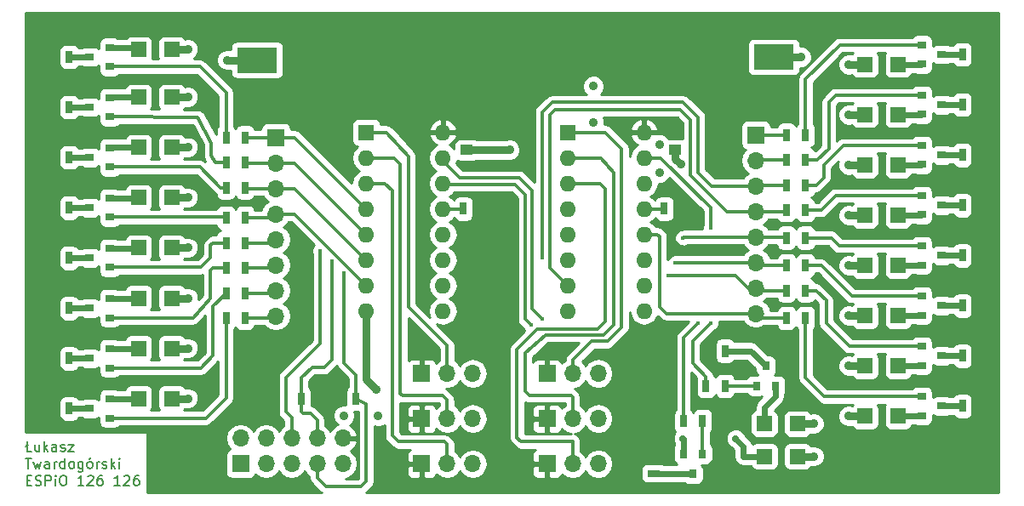
<source format=gtl>
G04 #@! TF.FileFunction,Copper,L1,Top,Signal*
%FSLAX46Y46*%
G04 Gerber Fmt 4.6, Leading zero omitted, Abs format (unit mm)*
G04 Created by KiCad (PCBNEW 4.0.7) date 10/28/18 02:33:58*
%MOMM*%
%LPD*%
G01*
G04 APERTURE LIST*
%ADD10C,0.100000*%
%ADD11C,0.200000*%
%ADD12R,1.600000X1.600000*%
%ADD13O,1.600000X1.600000*%
%ADD14R,1.250000X1.000000*%
%ADD15R,1.700000X1.700000*%
%ADD16O,1.700000X1.700000*%
%ADD17R,0.700000X1.300000*%
%ADD18R,4.000000X2.500000*%
%ADD19R,1.500000X1.500000*%
%ADD20R,0.900000X0.800000*%
%ADD21R,0.800000X0.900000*%
%ADD22R,1.300000X0.700000*%
%ADD23C,0.900000*%
%ADD24C,0.400000*%
%ADD25C,0.700000*%
%ADD26C,0.800000*%
%ADD27C,0.300000*%
%ADD28C,0.250000*%
%ADD29C,0.600000*%
%ADD30C,0.254000*%
G04 APERTURE END LIST*
D10*
D11*
X115214286Y-130252381D02*
X114738095Y-130252381D01*
X114738095Y-129252381D01*
X114595238Y-129776190D02*
X114880952Y-129585714D01*
X115976191Y-129585714D02*
X115976191Y-130252381D01*
X115547619Y-129585714D02*
X115547619Y-130109524D01*
X115595238Y-130204762D01*
X115690476Y-130252381D01*
X115833334Y-130252381D01*
X115928572Y-130204762D01*
X115976191Y-130157143D01*
X116452381Y-130252381D02*
X116452381Y-129252381D01*
X116547619Y-129871429D02*
X116833334Y-130252381D01*
X116833334Y-129585714D02*
X116452381Y-129966667D01*
X117690477Y-130252381D02*
X117690477Y-129728571D01*
X117642858Y-129633333D01*
X117547620Y-129585714D01*
X117357143Y-129585714D01*
X117261905Y-129633333D01*
X117690477Y-130204762D02*
X117595239Y-130252381D01*
X117357143Y-130252381D01*
X117261905Y-130204762D01*
X117214286Y-130109524D01*
X117214286Y-130014286D01*
X117261905Y-129919048D01*
X117357143Y-129871429D01*
X117595239Y-129871429D01*
X117690477Y-129823810D01*
X118119048Y-130204762D02*
X118214286Y-130252381D01*
X118404762Y-130252381D01*
X118500001Y-130204762D01*
X118547620Y-130109524D01*
X118547620Y-130061905D01*
X118500001Y-129966667D01*
X118404762Y-129919048D01*
X118261905Y-129919048D01*
X118166667Y-129871429D01*
X118119048Y-129776190D01*
X118119048Y-129728571D01*
X118166667Y-129633333D01*
X118261905Y-129585714D01*
X118404762Y-129585714D01*
X118500001Y-129633333D01*
X118880953Y-129585714D02*
X119404763Y-129585714D01*
X118880953Y-130252381D01*
X119404763Y-130252381D01*
X114595238Y-130952381D02*
X115166667Y-130952381D01*
X114880952Y-131952381D02*
X114880952Y-130952381D01*
X115404762Y-131285714D02*
X115595238Y-131952381D01*
X115785715Y-131476190D01*
X115976191Y-131952381D01*
X116166667Y-131285714D01*
X116976191Y-131952381D02*
X116976191Y-131428571D01*
X116928572Y-131333333D01*
X116833334Y-131285714D01*
X116642857Y-131285714D01*
X116547619Y-131333333D01*
X116976191Y-131904762D02*
X116880953Y-131952381D01*
X116642857Y-131952381D01*
X116547619Y-131904762D01*
X116500000Y-131809524D01*
X116500000Y-131714286D01*
X116547619Y-131619048D01*
X116642857Y-131571429D01*
X116880953Y-131571429D01*
X116976191Y-131523810D01*
X117452381Y-131952381D02*
X117452381Y-131285714D01*
X117452381Y-131476190D02*
X117500000Y-131380952D01*
X117547619Y-131333333D01*
X117642857Y-131285714D01*
X117738096Y-131285714D01*
X118500001Y-131952381D02*
X118500001Y-130952381D01*
X118500001Y-131904762D02*
X118404763Y-131952381D01*
X118214286Y-131952381D01*
X118119048Y-131904762D01*
X118071429Y-131857143D01*
X118023810Y-131761905D01*
X118023810Y-131476190D01*
X118071429Y-131380952D01*
X118119048Y-131333333D01*
X118214286Y-131285714D01*
X118404763Y-131285714D01*
X118500001Y-131333333D01*
X119119048Y-131952381D02*
X119023810Y-131904762D01*
X118976191Y-131857143D01*
X118928572Y-131761905D01*
X118928572Y-131476190D01*
X118976191Y-131380952D01*
X119023810Y-131333333D01*
X119119048Y-131285714D01*
X119261906Y-131285714D01*
X119357144Y-131333333D01*
X119404763Y-131380952D01*
X119452382Y-131476190D01*
X119452382Y-131761905D01*
X119404763Y-131857143D01*
X119357144Y-131904762D01*
X119261906Y-131952381D01*
X119119048Y-131952381D01*
X120309525Y-131285714D02*
X120309525Y-132095238D01*
X120261906Y-132190476D01*
X120214287Y-132238095D01*
X120119048Y-132285714D01*
X119976191Y-132285714D01*
X119880953Y-132238095D01*
X120309525Y-131904762D02*
X120214287Y-131952381D01*
X120023810Y-131952381D01*
X119928572Y-131904762D01*
X119880953Y-131857143D01*
X119833334Y-131761905D01*
X119833334Y-131476190D01*
X119880953Y-131380952D01*
X119928572Y-131333333D01*
X120023810Y-131285714D01*
X120214287Y-131285714D01*
X120309525Y-131333333D01*
X120928572Y-131952381D02*
X120833334Y-131904762D01*
X120785715Y-131857143D01*
X120738096Y-131761905D01*
X120738096Y-131476190D01*
X120785715Y-131380952D01*
X120833334Y-131333333D01*
X120928572Y-131285714D01*
X121071430Y-131285714D01*
X121166668Y-131333333D01*
X121214287Y-131380952D01*
X121261906Y-131476190D01*
X121261906Y-131761905D01*
X121214287Y-131857143D01*
X121166668Y-131904762D01*
X121071430Y-131952381D01*
X120928572Y-131952381D01*
X121119049Y-130904762D02*
X120976191Y-131047619D01*
X121690477Y-131952381D02*
X121690477Y-131285714D01*
X121690477Y-131476190D02*
X121738096Y-131380952D01*
X121785715Y-131333333D01*
X121880953Y-131285714D01*
X121976192Y-131285714D01*
X122261906Y-131904762D02*
X122357144Y-131952381D01*
X122547620Y-131952381D01*
X122642859Y-131904762D01*
X122690478Y-131809524D01*
X122690478Y-131761905D01*
X122642859Y-131666667D01*
X122547620Y-131619048D01*
X122404763Y-131619048D01*
X122309525Y-131571429D01*
X122261906Y-131476190D01*
X122261906Y-131428571D01*
X122309525Y-131333333D01*
X122404763Y-131285714D01*
X122547620Y-131285714D01*
X122642859Y-131333333D01*
X123119049Y-131952381D02*
X123119049Y-130952381D01*
X123214287Y-131571429D02*
X123500002Y-131952381D01*
X123500002Y-131285714D02*
X123119049Y-131666667D01*
X123928573Y-131952381D02*
X123928573Y-131285714D01*
X123928573Y-130952381D02*
X123880954Y-131000000D01*
X123928573Y-131047619D01*
X123976192Y-131000000D01*
X123928573Y-130952381D01*
X123928573Y-131047619D01*
X114738095Y-133128571D02*
X115071429Y-133128571D01*
X115214286Y-133652381D02*
X114738095Y-133652381D01*
X114738095Y-132652381D01*
X115214286Y-132652381D01*
X115595238Y-133604762D02*
X115738095Y-133652381D01*
X115976191Y-133652381D01*
X116071429Y-133604762D01*
X116119048Y-133557143D01*
X116166667Y-133461905D01*
X116166667Y-133366667D01*
X116119048Y-133271429D01*
X116071429Y-133223810D01*
X115976191Y-133176190D01*
X115785714Y-133128571D01*
X115690476Y-133080952D01*
X115642857Y-133033333D01*
X115595238Y-132938095D01*
X115595238Y-132842857D01*
X115642857Y-132747619D01*
X115690476Y-132700000D01*
X115785714Y-132652381D01*
X116023810Y-132652381D01*
X116166667Y-132700000D01*
X116595238Y-133652381D02*
X116595238Y-132652381D01*
X116976191Y-132652381D01*
X117071429Y-132700000D01*
X117119048Y-132747619D01*
X117166667Y-132842857D01*
X117166667Y-132985714D01*
X117119048Y-133080952D01*
X117071429Y-133128571D01*
X116976191Y-133176190D01*
X116595238Y-133176190D01*
X117595238Y-133652381D02*
X117595238Y-132985714D01*
X117595238Y-132652381D02*
X117547619Y-132700000D01*
X117595238Y-132747619D01*
X117642857Y-132700000D01*
X117595238Y-132652381D01*
X117595238Y-132747619D01*
X118261904Y-132652381D02*
X118452381Y-132652381D01*
X118547619Y-132700000D01*
X118642857Y-132795238D01*
X118690476Y-132985714D01*
X118690476Y-133319048D01*
X118642857Y-133509524D01*
X118547619Y-133604762D01*
X118452381Y-133652381D01*
X118261904Y-133652381D01*
X118166666Y-133604762D01*
X118071428Y-133509524D01*
X118023809Y-133319048D01*
X118023809Y-132985714D01*
X118071428Y-132795238D01*
X118166666Y-132700000D01*
X118261904Y-132652381D01*
X120404762Y-133652381D02*
X119833333Y-133652381D01*
X120119047Y-133652381D02*
X120119047Y-132652381D01*
X120023809Y-132795238D01*
X119928571Y-132890476D01*
X119833333Y-132938095D01*
X120785714Y-132747619D02*
X120833333Y-132700000D01*
X120928571Y-132652381D01*
X121166667Y-132652381D01*
X121261905Y-132700000D01*
X121309524Y-132747619D01*
X121357143Y-132842857D01*
X121357143Y-132938095D01*
X121309524Y-133080952D01*
X120738095Y-133652381D01*
X121357143Y-133652381D01*
X122214286Y-132652381D02*
X122023809Y-132652381D01*
X121928571Y-132700000D01*
X121880952Y-132747619D01*
X121785714Y-132890476D01*
X121738095Y-133080952D01*
X121738095Y-133461905D01*
X121785714Y-133557143D01*
X121833333Y-133604762D01*
X121928571Y-133652381D01*
X122119048Y-133652381D01*
X122214286Y-133604762D01*
X122261905Y-133557143D01*
X122309524Y-133461905D01*
X122309524Y-133223810D01*
X122261905Y-133128571D01*
X122214286Y-133080952D01*
X122119048Y-133033333D01*
X121928571Y-133033333D01*
X121833333Y-133080952D01*
X121785714Y-133128571D01*
X121738095Y-133223810D01*
X124023810Y-133652381D02*
X123452381Y-133652381D01*
X123738095Y-133652381D02*
X123738095Y-132652381D01*
X123642857Y-132795238D01*
X123547619Y-132890476D01*
X123452381Y-132938095D01*
X124404762Y-132747619D02*
X124452381Y-132700000D01*
X124547619Y-132652381D01*
X124785715Y-132652381D01*
X124880953Y-132700000D01*
X124928572Y-132747619D01*
X124976191Y-132842857D01*
X124976191Y-132938095D01*
X124928572Y-133080952D01*
X124357143Y-133652381D01*
X124976191Y-133652381D01*
X125833334Y-132652381D02*
X125642857Y-132652381D01*
X125547619Y-132700000D01*
X125500000Y-132747619D01*
X125404762Y-132890476D01*
X125357143Y-133080952D01*
X125357143Y-133461905D01*
X125404762Y-133557143D01*
X125452381Y-133604762D01*
X125547619Y-133652381D01*
X125738096Y-133652381D01*
X125833334Y-133604762D01*
X125880953Y-133557143D01*
X125928572Y-133461905D01*
X125928572Y-133223810D01*
X125880953Y-133128571D01*
X125833334Y-133080952D01*
X125738096Y-133033333D01*
X125547619Y-133033333D01*
X125452381Y-133080952D01*
X125404762Y-133128571D01*
X125357143Y-133223810D01*
D12*
X148500000Y-98500000D03*
D13*
X156120000Y-116280000D03*
X148500000Y-101040000D03*
X156120000Y-113740000D03*
X148500000Y-103580000D03*
X156120000Y-111200000D03*
X148500000Y-106120000D03*
X156120000Y-108660000D03*
X148500000Y-108660000D03*
X156120000Y-106120000D03*
X148500000Y-111200000D03*
X156120000Y-103580000D03*
X148500000Y-113740000D03*
X156120000Y-101040000D03*
X148500000Y-116280000D03*
X156120000Y-98500000D03*
D14*
X158500000Y-98250000D03*
X158500000Y-100250000D03*
D15*
X166500000Y-122500000D03*
D16*
X169040000Y-122500000D03*
X171580000Y-122500000D03*
D15*
X166500000Y-127000000D03*
D16*
X169040000Y-127000000D03*
X171580000Y-127000000D03*
D17*
X145550000Y-125000000D03*
X147450000Y-125000000D03*
X143950000Y-125000000D03*
X142050000Y-125000000D03*
D18*
X143750000Y-91300000D03*
X137650000Y-91300000D03*
D14*
X179250000Y-98250000D03*
X179250000Y-100250000D03*
D18*
X182950000Y-91000000D03*
X189050000Y-91000000D03*
D15*
X166500000Y-131500000D03*
D16*
X169040000Y-131500000D03*
X171580000Y-131500000D03*
D15*
X187250000Y-98750000D03*
D16*
X187250000Y-101290000D03*
X187250000Y-103830000D03*
X187250000Y-106370000D03*
X187250000Y-108910000D03*
X187250000Y-111450000D03*
X187250000Y-113990000D03*
X187250000Y-116530000D03*
D15*
X139500000Y-99000000D03*
D16*
X139500000Y-101540000D03*
X139500000Y-104080000D03*
X139500000Y-106620000D03*
X139500000Y-109160000D03*
X139500000Y-111700000D03*
X139500000Y-114240000D03*
X139500000Y-116780000D03*
D17*
X180050000Y-106100000D03*
X178150000Y-106100000D03*
X192200000Y-98750000D03*
X190300000Y-98750000D03*
X192200000Y-101250000D03*
X190300000Y-101250000D03*
X192200000Y-103750000D03*
X190300000Y-103750000D03*
X160050000Y-106100000D03*
X158150000Y-106100000D03*
X192200000Y-106250000D03*
X190300000Y-106250000D03*
X209700000Y-90750000D03*
X207800000Y-90750000D03*
X209700000Y-95750000D03*
X207800000Y-95750000D03*
X209700000Y-100750000D03*
X207800000Y-100750000D03*
X209700000Y-105750000D03*
X207800000Y-105750000D03*
X192200000Y-109000000D03*
X190300000Y-109000000D03*
X192200000Y-111750000D03*
X190300000Y-111750000D03*
X192200000Y-114250000D03*
X190300000Y-114250000D03*
X192200000Y-117000000D03*
X190300000Y-117000000D03*
X209700000Y-110750000D03*
X207800000Y-110750000D03*
X209700000Y-115750000D03*
X207800000Y-115750000D03*
X209700000Y-120750000D03*
X207800000Y-120750000D03*
X209700000Y-125750000D03*
X207800000Y-125750000D03*
X134550000Y-99000000D03*
X136450000Y-99000000D03*
X134550000Y-101500000D03*
X136450000Y-101500000D03*
X134550000Y-104000000D03*
X136450000Y-104000000D03*
X134550000Y-107000000D03*
X136450000Y-107000000D03*
X117050000Y-91000000D03*
X118950000Y-91000000D03*
X117050000Y-96000000D03*
X118950000Y-96000000D03*
X117050000Y-101000000D03*
X118950000Y-101000000D03*
X117050000Y-106000000D03*
X118950000Y-106000000D03*
X134550000Y-109500000D03*
X136450000Y-109500000D03*
X134550000Y-112000000D03*
X136450000Y-112000000D03*
X134550000Y-114500000D03*
X136450000Y-114500000D03*
X134550000Y-117000000D03*
X136450000Y-117000000D03*
X117050000Y-111000000D03*
X118950000Y-111000000D03*
X117050000Y-116000000D03*
X118950000Y-116000000D03*
X117050000Y-121000000D03*
X118950000Y-121000000D03*
X117050000Y-126000000D03*
X118950000Y-126000000D03*
D12*
X168500000Y-98500000D03*
D13*
X176120000Y-116280000D03*
X168500000Y-101040000D03*
X176120000Y-113740000D03*
X168500000Y-103580000D03*
X176120000Y-111200000D03*
X168500000Y-106120000D03*
X176120000Y-108660000D03*
X168500000Y-108660000D03*
X176120000Y-106120000D03*
X168500000Y-111200000D03*
X176120000Y-103580000D03*
X168500000Y-113740000D03*
X176120000Y-101040000D03*
X168500000Y-116280000D03*
X176120000Y-98500000D03*
D19*
X201400000Y-91750000D03*
X198100000Y-91750000D03*
X201400000Y-96750000D03*
X198100000Y-96750000D03*
X201400000Y-101750000D03*
X198100000Y-101750000D03*
X201400000Y-106750000D03*
X198100000Y-106750000D03*
X201400000Y-111750000D03*
X198100000Y-111750000D03*
X201400000Y-116750000D03*
X198100000Y-116750000D03*
X201400000Y-121750000D03*
X198100000Y-121750000D03*
X201400000Y-126750000D03*
X198100000Y-126750000D03*
X125850000Y-90250000D03*
X129150000Y-90250000D03*
X125850000Y-95000000D03*
X129150000Y-95000000D03*
X125850000Y-100000000D03*
X129150000Y-100000000D03*
X125850000Y-105000000D03*
X129150000Y-105000000D03*
X125850000Y-110000000D03*
X129150000Y-110000000D03*
X125850000Y-115000000D03*
X129150000Y-115000000D03*
X125850000Y-120000000D03*
X129150000Y-120000000D03*
X125850000Y-125000000D03*
X129150000Y-125000000D03*
D20*
X203750000Y-89800000D03*
X203750000Y-91700000D03*
X205750000Y-90750000D03*
X203750000Y-94800000D03*
X203750000Y-96700000D03*
X205750000Y-95750000D03*
X203750000Y-99800000D03*
X203750000Y-101700000D03*
X205750000Y-100750000D03*
X203750000Y-104800000D03*
X203750000Y-106700000D03*
X205750000Y-105750000D03*
X203750000Y-109800000D03*
X203750000Y-111700000D03*
X205750000Y-110750000D03*
X203750000Y-114800000D03*
X203750000Y-116700000D03*
X205750000Y-115750000D03*
X203750000Y-119800000D03*
X203750000Y-121700000D03*
X205750000Y-120750000D03*
X203750000Y-124800000D03*
X203750000Y-126700000D03*
X205750000Y-125750000D03*
X123000000Y-91950000D03*
X123000000Y-90050000D03*
X121000000Y-91000000D03*
X123000000Y-106950000D03*
X123000000Y-105050000D03*
X121000000Y-106000000D03*
X123000000Y-111950000D03*
X123000000Y-110050000D03*
X121000000Y-111000000D03*
X123000000Y-116950000D03*
X123000000Y-115050000D03*
X121000000Y-116000000D03*
X123000000Y-121950000D03*
X123000000Y-120050000D03*
X121000000Y-121000000D03*
X123000000Y-126950000D03*
X123000000Y-125050000D03*
X121000000Y-126000000D03*
X123000000Y-96950000D03*
X123000000Y-95050000D03*
X121000000Y-96000000D03*
X123000000Y-101950000D03*
X123000000Y-100050000D03*
X121000000Y-101000000D03*
D19*
X188100000Y-130750000D03*
X191400000Y-130750000D03*
X188100000Y-127500000D03*
X191400000Y-127500000D03*
D21*
X181950000Y-130500000D03*
X180050000Y-130500000D03*
X181000000Y-132500000D03*
X187300000Y-123750000D03*
X189200000Y-123750000D03*
X188250000Y-121750000D03*
D17*
X181950000Y-127250000D03*
X180050000Y-127250000D03*
D22*
X177100000Y-130550000D03*
X177100000Y-132450000D03*
D17*
X184200000Y-123750000D03*
X182300000Y-123750000D03*
X182300000Y-120250000D03*
X184200000Y-120250000D03*
D15*
X136000000Y-131500000D03*
D16*
X136000000Y-128960000D03*
X138540000Y-131500000D03*
X138540000Y-128960000D03*
X141080000Y-131500000D03*
X141080000Y-128960000D03*
X143620000Y-131500000D03*
X143620000Y-128960000D03*
X146160000Y-131500000D03*
X146160000Y-128960000D03*
D15*
X154000000Y-122500000D03*
D16*
X156540000Y-122500000D03*
X159080000Y-122500000D03*
D15*
X154000000Y-127000000D03*
D16*
X156540000Y-127000000D03*
X159080000Y-127000000D03*
D15*
X154000000Y-131500000D03*
D16*
X156540000Y-131500000D03*
X159080000Y-131500000D03*
D23*
X171100000Y-93900000D03*
X171100000Y-97500000D03*
X146300000Y-126700000D03*
X149700000Y-126700000D03*
X177700000Y-99700000D03*
X177700000Y-102500000D03*
X149500000Y-124100000D03*
X179800000Y-101700000D03*
X162750000Y-100250000D03*
X134700000Y-91300000D03*
X191750000Y-91000000D03*
X193000000Y-130750000D03*
X193000000Y-127500000D03*
X196500000Y-126750000D03*
X196500000Y-121750000D03*
X196500000Y-116750000D03*
X196500000Y-111750000D03*
X196500000Y-106750000D03*
X196500000Y-101750000D03*
X196500000Y-91750000D03*
X196500000Y-96750000D03*
X130750000Y-125000000D03*
X130750000Y-120000000D03*
X130750000Y-115000000D03*
X130750000Y-110000000D03*
X130750000Y-105000000D03*
X130750000Y-100000000D03*
X130750000Y-95000000D03*
X130750000Y-90250000D03*
D24*
X146300000Y-112500000D03*
X166000000Y-117100000D03*
X182750000Y-108000000D03*
X181500000Y-117500000D03*
X145100000Y-111300000D03*
X164900000Y-117700000D03*
X182750000Y-117500000D03*
X166000000Y-111000000D03*
X180000000Y-109000000D03*
X179250000Y-111500000D03*
X178500000Y-112750000D03*
X143900000Y-110300000D03*
D25*
X185250000Y-129000000D03*
X180000000Y-129000000D03*
D26*
X158500000Y-98250000D02*
X158500000Y-92500000D01*
X157300000Y-91300000D02*
X143750000Y-91300000D01*
X158500000Y-92500000D02*
X157300000Y-91300000D01*
X148500000Y-116280000D02*
X148500000Y-123100000D01*
X148500000Y-123100000D02*
X149500000Y-124100000D01*
X179250000Y-100250000D02*
X179250000Y-101150000D01*
X179250000Y-101150000D02*
X179800000Y-101700000D01*
X158500000Y-100250000D02*
X162750000Y-100250000D01*
X137650000Y-91300000D02*
X135100000Y-91300000D01*
X135100000Y-91300000D02*
X134700000Y-91300000D01*
X189050000Y-91000000D02*
X191000000Y-91000000D01*
X191000000Y-91000000D02*
X191750000Y-91000000D01*
X191400000Y-130750000D02*
X193000000Y-130750000D01*
X191400000Y-127500000D02*
X193000000Y-127500000D01*
X196500000Y-126750000D02*
X198100000Y-126750000D01*
X198100000Y-121750000D02*
X196500000Y-121750000D01*
X198100000Y-116750000D02*
X196500000Y-116750000D01*
X198100000Y-111750000D02*
X196500000Y-111750000D01*
X198100000Y-106750000D02*
X196500000Y-106750000D01*
X198100000Y-101750000D02*
X196500000Y-101750000D01*
X198100000Y-91750000D02*
X196500000Y-91750000D01*
X198100000Y-96750000D02*
X196500000Y-96750000D01*
X129150000Y-125000000D02*
X130750000Y-125000000D01*
X129150000Y-120000000D02*
X130750000Y-120000000D01*
X129150000Y-115000000D02*
X130750000Y-115000000D01*
X129150000Y-110000000D02*
X130750000Y-110000000D01*
X129150000Y-105000000D02*
X130750000Y-105000000D01*
X129150000Y-100000000D02*
X130750000Y-100000000D01*
X129150000Y-95000000D02*
X130750000Y-95000000D01*
X129150000Y-90250000D02*
X130750000Y-90250000D01*
D27*
X147450000Y-122650000D02*
X146300000Y-121500000D01*
X146300000Y-121500000D02*
X146300000Y-112500000D01*
X147450000Y-125000000D02*
X147450000Y-122650000D01*
X156120000Y-101040000D02*
X156120000Y-101320000D01*
X156120000Y-101320000D02*
X157800000Y-103000000D01*
X157800000Y-103000000D02*
X163700000Y-103000000D01*
X163700000Y-103000000D02*
X165000000Y-104300000D01*
X165000000Y-104300000D02*
X165000000Y-116100000D01*
X165000000Y-116100000D02*
X166000000Y-117100000D01*
X180050000Y-127250000D02*
X180050000Y-118950000D01*
X177790000Y-101040000D02*
X176120000Y-101040000D01*
X182750000Y-106000000D02*
X177790000Y-101040000D01*
X182750000Y-108000000D02*
X182750000Y-106000000D01*
X180050000Y-118950000D02*
X181500000Y-117500000D01*
X147450000Y-125000000D02*
X148500000Y-125500000D01*
X143620000Y-132870000D02*
X143620000Y-131500000D01*
X144500000Y-133750000D02*
X143620000Y-132870000D01*
X148000000Y-133750000D02*
X144500000Y-133750000D01*
X148500000Y-133250000D02*
X148000000Y-133750000D01*
X148500000Y-130750000D02*
X148500000Y-133250000D01*
X148500000Y-125500000D02*
X148500000Y-130750000D01*
X145100000Y-121100000D02*
X145100000Y-111300000D01*
X144300000Y-121900000D02*
X145100000Y-121100000D01*
X143100000Y-121900000D02*
X144300000Y-121900000D01*
X142050000Y-122950000D02*
X143100000Y-121900000D01*
X142050000Y-122950000D02*
X142050000Y-125000000D01*
X156120000Y-103580000D02*
X156500000Y-103700000D01*
X164300000Y-117100000D02*
X164900000Y-117700000D01*
X164300000Y-104700000D02*
X164300000Y-117100000D01*
X163300000Y-103700000D02*
X164300000Y-104700000D01*
X157600000Y-103700000D02*
X163300000Y-103700000D01*
X156500000Y-103700000D02*
X157600000Y-103700000D01*
X182300000Y-123750000D02*
X182300000Y-122800000D01*
X182300000Y-122800000D02*
X181000000Y-121500000D01*
X181000000Y-121500000D02*
X181000000Y-119250000D01*
X181000000Y-119250000D02*
X182750000Y-117500000D01*
X143620000Y-128960000D02*
X143620000Y-127120000D01*
X143620000Y-127120000D02*
X143000000Y-126500000D01*
X143000000Y-126500000D02*
X142250000Y-126500000D01*
X142250000Y-126500000D02*
X142050000Y-126300000D01*
X142050000Y-126300000D02*
X142050000Y-125000000D01*
X190300000Y-98750000D02*
X187250000Y-98750000D01*
D28*
X168580000Y-106120000D02*
X168500000Y-106120000D01*
D27*
X190300000Y-101250000D02*
X187290000Y-101250000D01*
X187290000Y-101250000D02*
X187250000Y-101290000D01*
X190260000Y-101290000D02*
X190300000Y-101250000D01*
D28*
X190260000Y-101290000D02*
X190300000Y-101250000D01*
D27*
X187250000Y-103830000D02*
X182830000Y-103830000D01*
X166000000Y-96500000D02*
X166000000Y-111000000D01*
X167000000Y-95500000D02*
X166000000Y-96500000D01*
X180000000Y-95500000D02*
X167000000Y-95500000D01*
X181500000Y-97000000D02*
X180000000Y-95500000D01*
X181500000Y-102500000D02*
X181500000Y-97000000D01*
X182830000Y-103830000D02*
X181500000Y-102500000D01*
X190300000Y-103750000D02*
X187330000Y-103750000D01*
X187330000Y-103750000D02*
X187250000Y-103830000D01*
X190220000Y-103830000D02*
X190300000Y-103750000D01*
D28*
X168700000Y-111200000D02*
X168500000Y-111200000D01*
X187330000Y-103750000D02*
X187250000Y-103830000D01*
D27*
X187250000Y-106370000D02*
X184370000Y-106370000D01*
X166750000Y-111990000D02*
X168500000Y-113740000D01*
X166750000Y-96750000D02*
X166750000Y-111990000D01*
X167250000Y-96250000D02*
X166750000Y-96750000D01*
X179750000Y-96250000D02*
X167250000Y-96250000D01*
X180750000Y-97250000D02*
X179750000Y-96250000D01*
X180750000Y-102750000D02*
X180750000Y-97250000D01*
X184370000Y-106370000D02*
X180750000Y-102750000D01*
X187250000Y-106370000D02*
X190180000Y-106370000D01*
X190180000Y-106370000D02*
X190300000Y-106250000D01*
X190180000Y-106370000D02*
X190300000Y-106250000D01*
D28*
X190180000Y-106370000D02*
X190300000Y-106250000D01*
D27*
X187250000Y-108910000D02*
X180090000Y-108910000D01*
X180090000Y-108910000D02*
X180000000Y-109000000D01*
X187250000Y-108910000D02*
X190210000Y-108910000D01*
X190210000Y-108910000D02*
X190300000Y-109000000D01*
D28*
X187340000Y-109000000D02*
X187250000Y-108910000D01*
D27*
X187250000Y-111450000D02*
X179300000Y-111450000D01*
X179300000Y-111450000D02*
X179250000Y-111500000D01*
X190300000Y-111750000D02*
X187550000Y-111750000D01*
X187550000Y-111750000D02*
X187250000Y-111450000D01*
D28*
X187550000Y-111750000D02*
X187250000Y-111450000D01*
D27*
X187250000Y-113990000D02*
X186490000Y-113990000D01*
X186490000Y-113990000D02*
X185250000Y-112750000D01*
X185250000Y-112750000D02*
X178500000Y-112750000D01*
X190300000Y-114250000D02*
X187510000Y-114250000D01*
X187510000Y-114250000D02*
X187250000Y-113990000D01*
D28*
X190040000Y-113990000D02*
X190300000Y-114250000D01*
D27*
X176120000Y-108660000D02*
X177460000Y-108660000D01*
X178330000Y-116530000D02*
X187250000Y-116530000D01*
X177700000Y-115900000D02*
X178330000Y-116530000D01*
X177700000Y-108900000D02*
X177700000Y-115900000D01*
X177460000Y-108660000D02*
X177700000Y-108900000D01*
X190300000Y-117000000D02*
X187720000Y-117000000D01*
X187720000Y-117000000D02*
X187250000Y-116530000D01*
D28*
X187720000Y-117000000D02*
X187250000Y-116530000D01*
D29*
X201400000Y-91750000D02*
X203700000Y-91750000D01*
X203700000Y-91750000D02*
X203750000Y-91700000D01*
D27*
X201450000Y-91700000D02*
X201400000Y-91750000D01*
D28*
X203700000Y-91750000D02*
X203750000Y-91700000D01*
D29*
X201400000Y-96750000D02*
X203700000Y-96750000D01*
X203700000Y-96750000D02*
X203750000Y-96700000D01*
D27*
X201450000Y-96700000D02*
X201400000Y-96750000D01*
D28*
X203700000Y-96750000D02*
X203750000Y-96700000D01*
D29*
X201400000Y-101750000D02*
X203700000Y-101750000D01*
X203700000Y-101750000D02*
X203750000Y-101700000D01*
D27*
X201450000Y-101700000D02*
X201400000Y-101750000D01*
D28*
X203700000Y-101750000D02*
X203750000Y-101700000D01*
D29*
X201400000Y-106750000D02*
X203700000Y-106750000D01*
X203700000Y-106750000D02*
X203750000Y-106700000D01*
D27*
X201450000Y-106700000D02*
X201400000Y-106750000D01*
D28*
X203700000Y-106750000D02*
X203750000Y-106700000D01*
D29*
X201400000Y-111750000D02*
X203700000Y-111750000D01*
X203700000Y-111750000D02*
X203750000Y-111700000D01*
D27*
X201450000Y-111700000D02*
X201400000Y-111750000D01*
D28*
X203700000Y-111750000D02*
X203750000Y-111700000D01*
D29*
X201400000Y-116750000D02*
X203700000Y-116750000D01*
X203700000Y-116750000D02*
X203750000Y-116700000D01*
D27*
X201450000Y-116700000D02*
X201400000Y-116750000D01*
D28*
X203700000Y-116750000D02*
X203750000Y-116700000D01*
D29*
X201400000Y-121750000D02*
X203700000Y-121750000D01*
X203700000Y-121750000D02*
X203750000Y-121700000D01*
D27*
X201450000Y-121700000D02*
X201400000Y-121750000D01*
D28*
X203700000Y-121750000D02*
X203750000Y-121700000D01*
D29*
X201400000Y-126750000D02*
X203700000Y-126750000D01*
X203700000Y-126750000D02*
X203750000Y-126700000D01*
D27*
X201450000Y-126700000D02*
X201400000Y-126750000D01*
D28*
X203700000Y-126750000D02*
X203750000Y-126700000D01*
D29*
X123000000Y-90050000D02*
X125650000Y-90050000D01*
X125650000Y-90050000D02*
X125850000Y-90250000D01*
D27*
X123200000Y-90250000D02*
X123000000Y-90050000D01*
D28*
X123200000Y-90250000D02*
X123000000Y-90050000D01*
D29*
X125850000Y-95000000D02*
X123050000Y-95000000D01*
X123050000Y-95000000D02*
X123000000Y-95050000D01*
D27*
X123050000Y-95000000D02*
X123000000Y-95050000D01*
D28*
X123050000Y-95000000D02*
X123000000Y-95050000D01*
D29*
X125850000Y-100000000D02*
X123050000Y-100000000D01*
X123050000Y-100000000D02*
X123000000Y-100050000D01*
D27*
X123050000Y-100000000D02*
X123000000Y-100050000D01*
D28*
X123050000Y-100000000D02*
X123000000Y-100050000D01*
D29*
X123000000Y-105050000D02*
X125800000Y-105050000D01*
X125800000Y-105050000D02*
X125850000Y-105000000D01*
D27*
X123050000Y-105000000D02*
X123000000Y-105050000D01*
D28*
X123050000Y-105000000D02*
X123000000Y-105050000D01*
D29*
X123000000Y-110050000D02*
X125800000Y-110050000D01*
X125800000Y-110050000D02*
X125850000Y-110000000D01*
D27*
X123050000Y-110000000D02*
X123000000Y-110050000D01*
D28*
X123050000Y-110000000D02*
X123000000Y-110050000D01*
D29*
X123000000Y-115050000D02*
X125800000Y-115050000D01*
X125800000Y-115050000D02*
X125850000Y-115000000D01*
D27*
X123050000Y-115000000D02*
X123000000Y-115050000D01*
D28*
X123050000Y-115000000D02*
X123000000Y-115050000D01*
D29*
X123000000Y-120050000D02*
X125800000Y-120050000D01*
X125800000Y-120050000D02*
X125850000Y-120000000D01*
D27*
X123050000Y-120000000D02*
X123000000Y-120050000D01*
D28*
X123050000Y-120000000D02*
X123000000Y-120050000D01*
D29*
X125850000Y-125000000D02*
X123050000Y-125000000D01*
X123050000Y-125000000D02*
X123000000Y-125050000D01*
D27*
X123050000Y-125000000D02*
X123000000Y-125050000D01*
D28*
X123450000Y-125050000D02*
X123000000Y-125050000D01*
D27*
X153900000Y-117100000D02*
X152900000Y-116100000D01*
X156540000Y-119740000D02*
X153900000Y-117100000D01*
X152700000Y-100900000D02*
X150500000Y-98500000D01*
X148500000Y-98500000D02*
X150500000Y-98500000D01*
X156540000Y-119740000D02*
X156540000Y-122500000D01*
X152700000Y-115900000D02*
X152700000Y-100900000D01*
X152900000Y-116100000D02*
X152700000Y-115900000D01*
X152900000Y-116100000D02*
X152900000Y-116100000D01*
X156540000Y-127000000D02*
X156540000Y-125140000D01*
X151240000Y-101040000D02*
X148500000Y-101040000D01*
X151900000Y-101700000D02*
X151240000Y-101040000D01*
X151900000Y-124500000D02*
X151900000Y-101700000D01*
X152100000Y-124700000D02*
X151900000Y-124500000D01*
X156100000Y-124700000D02*
X152100000Y-124700000D01*
X156540000Y-125140000D02*
X156100000Y-124700000D01*
X156540000Y-131500000D02*
X156540000Y-129540000D01*
X150380000Y-103580000D02*
X148500000Y-103580000D01*
X151100000Y-104300000D02*
X150380000Y-103580000D01*
X151100000Y-128700000D02*
X151100000Y-104300000D01*
X151700000Y-129300000D02*
X151100000Y-128700000D01*
X156300000Y-129300000D02*
X151700000Y-129300000D01*
X156540000Y-129540000D02*
X156300000Y-129300000D01*
X169040000Y-122500000D02*
X169040000Y-121160000D01*
X172300000Y-98500000D02*
X168500000Y-98500000D01*
X173900000Y-100100000D02*
X172300000Y-98500000D01*
X173900000Y-117900000D02*
X173900000Y-100100000D01*
X172500000Y-119300000D02*
X173900000Y-117900000D01*
X170900000Y-119300000D02*
X172500000Y-119300000D01*
X169040000Y-121160000D02*
X170900000Y-119300000D01*
X169040000Y-127000000D02*
X169040000Y-124840000D01*
X171840000Y-101040000D02*
X168500000Y-101040000D01*
X173100000Y-102500000D02*
X171840000Y-101040000D01*
X173100000Y-117700000D02*
X173100000Y-102500000D01*
X172100000Y-118700000D02*
X173100000Y-117700000D01*
X166300000Y-118700000D02*
X172100000Y-118700000D01*
X164300000Y-120500000D02*
X166300000Y-118700000D01*
X164300000Y-124300000D02*
X164300000Y-120500000D01*
X164700000Y-124700000D02*
X164300000Y-124300000D01*
X168900000Y-124700000D02*
X164700000Y-124700000D01*
X169040000Y-124840000D02*
X168900000Y-124700000D01*
X169040000Y-131500000D02*
X169040000Y-129240000D01*
X171780000Y-103580000D02*
X168500000Y-103580000D01*
X172300000Y-104100000D02*
X171780000Y-103580000D01*
X172300000Y-117300000D02*
X172300000Y-104100000D01*
X171500000Y-118100000D02*
X172300000Y-117300000D01*
X165500000Y-118100000D02*
X171500000Y-118100000D01*
X163500000Y-120100000D02*
X165500000Y-118100000D01*
X163500000Y-128900000D02*
X163500000Y-120100000D01*
X163900000Y-129300000D02*
X163500000Y-128900000D01*
X168980000Y-129300000D02*
X163900000Y-129300000D01*
X169040000Y-129240000D02*
X168980000Y-129300000D01*
X139500000Y-99000000D02*
X141380000Y-99000000D01*
X141380000Y-99000000D02*
X148500000Y-106120000D01*
X136450000Y-99000000D02*
X139500000Y-99000000D01*
D28*
X141380000Y-99000000D02*
X148500000Y-106120000D01*
D27*
X139500000Y-101540000D02*
X141380000Y-101540000D01*
X141380000Y-101540000D02*
X148500000Y-108660000D01*
X139500000Y-101540000D02*
X136490000Y-101540000D01*
X136490000Y-101540000D02*
X136450000Y-101500000D01*
D28*
X141380000Y-101540000D02*
X148500000Y-108660000D01*
X136450000Y-101500000D02*
X139460000Y-101500000D01*
X139460000Y-101500000D02*
X139500000Y-101540000D01*
D27*
X139500000Y-104080000D02*
X141380000Y-104080000D01*
X141380000Y-104080000D02*
X148500000Y-111200000D01*
X139500000Y-104080000D02*
X136530000Y-104080000D01*
X136530000Y-104080000D02*
X136450000Y-104000000D01*
D28*
X141380000Y-104080000D02*
X148500000Y-111200000D01*
X136450000Y-104000000D02*
X139420000Y-104000000D01*
X139420000Y-104000000D02*
X139500000Y-104080000D01*
D27*
X139500000Y-106620000D02*
X141380000Y-106620000D01*
X141380000Y-106620000D02*
X148500000Y-113740000D01*
X136450000Y-107000000D02*
X139120000Y-107000000D01*
X139120000Y-107000000D02*
X139500000Y-106620000D01*
D28*
X141380000Y-106620000D02*
X148500000Y-113740000D01*
X139120000Y-107000000D02*
X139500000Y-106620000D01*
D27*
X136450000Y-109500000D02*
X139160000Y-109500000D01*
X139160000Y-109500000D02*
X139500000Y-109160000D01*
D28*
X139160000Y-109500000D02*
X139500000Y-109160000D01*
D27*
X136450000Y-112000000D02*
X139200000Y-112000000D01*
X139200000Y-112000000D02*
X139500000Y-111700000D01*
D28*
X139200000Y-112000000D02*
X139500000Y-111700000D01*
D27*
X136450000Y-114500000D02*
X139240000Y-114500000D01*
X139240000Y-114500000D02*
X139500000Y-114240000D01*
D28*
X139240000Y-114500000D02*
X139500000Y-114240000D01*
D27*
X136450000Y-117000000D02*
X139280000Y-117000000D01*
X139280000Y-117000000D02*
X139500000Y-116780000D01*
D28*
X139280000Y-117000000D02*
X139500000Y-116780000D01*
D27*
X192200000Y-93200000D02*
X195600000Y-89800000D01*
X192200000Y-98750000D02*
X192200000Y-93200000D01*
X195600000Y-89800000D02*
X203750000Y-89800000D01*
X192200000Y-101250000D02*
X193350000Y-101250000D01*
X195200000Y-94800000D02*
X203750000Y-94800000D01*
X194500000Y-95500000D02*
X195200000Y-94800000D01*
X194500000Y-100100000D02*
X194500000Y-95500000D01*
X193350000Y-101250000D02*
X194500000Y-100100000D01*
X203750000Y-99800000D02*
X195950000Y-99800000D01*
X193250000Y-103750000D02*
X192200000Y-103750000D01*
X194000000Y-103000000D02*
X193250000Y-103750000D01*
X194000000Y-101750000D02*
X194000000Y-103000000D01*
X195950000Y-99800000D02*
X194000000Y-101750000D01*
X203750000Y-104800000D02*
X195200000Y-104800000D01*
X193750000Y-106250000D02*
X192200000Y-106250000D01*
X195200000Y-104800000D02*
X193750000Y-106250000D01*
X203750000Y-109800000D02*
X195550000Y-109800000D01*
X194750000Y-109000000D02*
X192200000Y-109000000D01*
X195550000Y-109800000D02*
X194750000Y-109000000D01*
X203750000Y-114800000D02*
X196800000Y-114800000D01*
X193750000Y-111750000D02*
X192200000Y-111750000D01*
X196800000Y-114800000D02*
X193750000Y-111750000D01*
X203750000Y-119800000D02*
X196550000Y-119800000D01*
X193250000Y-114250000D02*
X192200000Y-114250000D01*
X194250000Y-115250000D02*
X193250000Y-114250000D01*
X194250000Y-117500000D02*
X194250000Y-115250000D01*
X196550000Y-119800000D02*
X194250000Y-117500000D01*
X203750000Y-124800000D02*
X194050000Y-124800000D01*
X192200000Y-122950000D02*
X192200000Y-117000000D01*
X194050000Y-124800000D02*
X192200000Y-122950000D01*
X123000000Y-91950000D02*
X131950000Y-91950000D01*
X134550000Y-94550000D02*
X134550000Y-99000000D01*
X131950000Y-91950000D02*
X134550000Y-94550000D01*
X123000000Y-96950000D02*
X131750000Y-97000000D01*
X133500000Y-101500000D02*
X134550000Y-101500000D01*
X133090620Y-100850450D02*
X133500000Y-101500000D01*
X133097877Y-99527860D02*
X133090620Y-100850450D01*
X131750000Y-97000000D02*
X133097877Y-99527860D01*
X123000000Y-101950000D02*
X131950000Y-101950000D01*
X134000000Y-104000000D02*
X134550000Y-104000000D01*
X131950000Y-101950000D02*
X134000000Y-104000000D01*
X123000000Y-106950000D02*
X134500000Y-106950000D01*
X134500000Y-106950000D02*
X134550000Y-107000000D01*
D28*
X134500000Y-106950000D02*
X134550000Y-107000000D01*
D27*
X123000000Y-111950000D02*
X132050000Y-111950000D01*
X133250000Y-109500000D02*
X134550000Y-109500000D01*
X133000000Y-109750000D02*
X133250000Y-109500000D01*
X133000000Y-111000000D02*
X133000000Y-109750000D01*
X132050000Y-111950000D02*
X133000000Y-111000000D01*
X123000000Y-116950000D02*
X131250000Y-116950000D01*
X133250000Y-112000000D02*
X134550000Y-112000000D01*
X132967151Y-112289319D02*
X133250000Y-112000000D01*
X133000000Y-115000000D02*
X132967151Y-112289319D01*
X131250000Y-116950000D02*
X133000000Y-115000000D01*
D28*
X134250000Y-112000000D02*
X134550000Y-112000000D01*
D27*
X123000000Y-121950000D02*
X132050000Y-121950000D01*
X133250000Y-115800000D02*
X134550000Y-114500000D01*
X133250000Y-120750000D02*
X133250000Y-115800000D01*
X132050000Y-121950000D02*
X133250000Y-120750000D01*
X123000000Y-126950000D02*
X132550000Y-126950000D01*
X134550000Y-124950000D02*
X134550000Y-117000000D01*
X132550000Y-126950000D02*
X134550000Y-124950000D01*
X176120000Y-106120000D02*
X178130000Y-106120000D01*
X178130000Y-106120000D02*
X178150000Y-106100000D01*
X141080000Y-128960000D02*
X141080000Y-126880000D01*
X143900000Y-119500000D02*
X143900000Y-110300000D01*
X140500000Y-122900000D02*
X143900000Y-119500000D01*
X140500000Y-126300000D02*
X140500000Y-122900000D01*
X141080000Y-126880000D02*
X140500000Y-126300000D01*
X156120000Y-106120000D02*
X158130000Y-106120000D01*
X158130000Y-106120000D02*
X158150000Y-106100000D01*
D29*
X205750000Y-90750000D02*
X207800000Y-90750000D01*
X205750000Y-95750000D02*
X207800000Y-95750000D01*
X205750000Y-100750000D02*
X207800000Y-100750000D01*
X205750000Y-105750000D02*
X207800000Y-105750000D01*
X205750000Y-110750000D02*
X207800000Y-110750000D01*
X205750000Y-115750000D02*
X207800000Y-115750000D01*
X205750000Y-120750000D02*
X207800000Y-120750000D01*
X205750000Y-125750000D02*
X207800000Y-125750000D01*
X121000000Y-91000000D02*
X118950000Y-91000000D01*
X121000000Y-106000000D02*
X118950000Y-106000000D01*
X121000000Y-111000000D02*
X118950000Y-111000000D01*
X118950000Y-116000000D02*
X121000000Y-116000000D01*
X121000000Y-121000000D02*
X118950000Y-121000000D01*
X121000000Y-126000000D02*
X118950000Y-126000000D01*
X121000000Y-96000000D02*
X118950000Y-96000000D01*
X121000000Y-101000000D02*
X118950000Y-101000000D01*
X180050000Y-130500000D02*
X180050000Y-129050000D01*
X186000000Y-130750000D02*
X188100000Y-130750000D01*
X186000000Y-129750000D02*
X186000000Y-130750000D01*
X185250000Y-129000000D02*
X186000000Y-129750000D01*
X180050000Y-129050000D02*
X180000000Y-129000000D01*
X188100000Y-127500000D02*
X188100000Y-125900000D01*
X189200000Y-124800000D02*
X189200000Y-123750000D01*
X188100000Y-125900000D02*
X189200000Y-124800000D01*
D27*
X181950000Y-130500000D02*
X181950000Y-127250000D01*
D29*
X177250000Y-132450000D02*
X180950000Y-132450000D01*
X180950000Y-132450000D02*
X181000000Y-132500000D01*
D27*
X184200000Y-123750000D02*
X187300000Y-123750000D01*
D29*
X184200000Y-120250000D02*
X186750000Y-120250000D01*
X186750000Y-120250000D02*
X188250000Y-121750000D01*
D30*
G36*
X211373000Y-134373000D02*
X148453428Y-134373000D01*
X148555079Y-134305079D01*
X149055079Y-133805079D01*
X149225245Y-133550406D01*
X149285000Y-133250000D01*
X149285000Y-131785750D01*
X152515000Y-131785750D01*
X152515000Y-132476309D01*
X152611673Y-132709698D01*
X152790301Y-132888327D01*
X153023690Y-132985000D01*
X153714250Y-132985000D01*
X153873000Y-132826250D01*
X153873000Y-131627000D01*
X152673750Y-131627000D01*
X152515000Y-131785750D01*
X149285000Y-131785750D01*
X149285000Y-127702497D01*
X149483233Y-127784811D01*
X149914873Y-127785188D01*
X150313800Y-127620354D01*
X150315000Y-127619156D01*
X150315000Y-128700000D01*
X150374755Y-129000407D01*
X150544921Y-129255079D01*
X151144921Y-129855079D01*
X151399593Y-130025245D01*
X151700000Y-130085000D01*
X152854695Y-130085000D01*
X152790301Y-130111673D01*
X152611673Y-130290302D01*
X152515000Y-130523691D01*
X152515000Y-131214250D01*
X152673750Y-131373000D01*
X153873000Y-131373000D01*
X153873000Y-131353000D01*
X154127000Y-131353000D01*
X154127000Y-131373000D01*
X154147000Y-131373000D01*
X154147000Y-131627000D01*
X154127000Y-131627000D01*
X154127000Y-132826250D01*
X154285750Y-132985000D01*
X154976310Y-132985000D01*
X155209699Y-132888327D01*
X155388327Y-132709698D01*
X155460597Y-132535223D01*
X155489946Y-132579147D01*
X155971715Y-132901054D01*
X156540000Y-133014093D01*
X157108285Y-132901054D01*
X157590054Y-132579147D01*
X157810000Y-132249974D01*
X158029946Y-132579147D01*
X158511715Y-132901054D01*
X159080000Y-133014093D01*
X159648285Y-132901054D01*
X160130054Y-132579147D01*
X160451961Y-132097378D01*
X160513947Y-131785750D01*
X165015000Y-131785750D01*
X165015000Y-132476309D01*
X165111673Y-132709698D01*
X165290301Y-132888327D01*
X165523690Y-132985000D01*
X166214250Y-132985000D01*
X166373000Y-132826250D01*
X166373000Y-131627000D01*
X165173750Y-131627000D01*
X165015000Y-131785750D01*
X160513947Y-131785750D01*
X160565000Y-131529093D01*
X160565000Y-131470907D01*
X160451961Y-130902622D01*
X160130054Y-130420853D01*
X159648285Y-130098946D01*
X159080000Y-129985907D01*
X158511715Y-130098946D01*
X158029946Y-130420853D01*
X157810000Y-130750026D01*
X157590054Y-130420853D01*
X157325000Y-130243750D01*
X157325000Y-129540000D01*
X157265245Y-129239594D01*
X157265245Y-129239593D01*
X157095079Y-128984921D01*
X156855079Y-128744921D01*
X156600407Y-128574755D01*
X156300000Y-128515000D01*
X152025158Y-128515000D01*
X151885000Y-128374842D01*
X151885000Y-127285750D01*
X152515000Y-127285750D01*
X152515000Y-127976309D01*
X152611673Y-128209698D01*
X152790301Y-128388327D01*
X153023690Y-128485000D01*
X153714250Y-128485000D01*
X153873000Y-128326250D01*
X153873000Y-127127000D01*
X152673750Y-127127000D01*
X152515000Y-127285750D01*
X151885000Y-127285750D01*
X151885000Y-126023691D01*
X152515000Y-126023691D01*
X152515000Y-126714250D01*
X152673750Y-126873000D01*
X153873000Y-126873000D01*
X153873000Y-125673750D01*
X153714250Y-125515000D01*
X153023690Y-125515000D01*
X152790301Y-125611673D01*
X152611673Y-125790302D01*
X152515000Y-126023691D01*
X151885000Y-126023691D01*
X151885000Y-125442233D01*
X152100000Y-125485000D01*
X155755000Y-125485000D01*
X155755000Y-125743750D01*
X155489946Y-125920853D01*
X155460597Y-125964777D01*
X155388327Y-125790302D01*
X155209699Y-125611673D01*
X154976310Y-125515000D01*
X154285750Y-125515000D01*
X154127000Y-125673750D01*
X154127000Y-126873000D01*
X154147000Y-126873000D01*
X154147000Y-127127000D01*
X154127000Y-127127000D01*
X154127000Y-128326250D01*
X154285750Y-128485000D01*
X154976310Y-128485000D01*
X155209699Y-128388327D01*
X155388327Y-128209698D01*
X155460597Y-128035223D01*
X155489946Y-128079147D01*
X155971715Y-128401054D01*
X156540000Y-128514093D01*
X157108285Y-128401054D01*
X157590054Y-128079147D01*
X157810000Y-127749974D01*
X158029946Y-128079147D01*
X158511715Y-128401054D01*
X159080000Y-128514093D01*
X159648285Y-128401054D01*
X160130054Y-128079147D01*
X160451961Y-127597378D01*
X160565000Y-127029093D01*
X160565000Y-126970907D01*
X160451961Y-126402622D01*
X160130054Y-125920853D01*
X159648285Y-125598946D01*
X159080000Y-125485907D01*
X158511715Y-125598946D01*
X158029946Y-125920853D01*
X157810000Y-126250026D01*
X157590054Y-125920853D01*
X157325000Y-125743750D01*
X157325000Y-125140000D01*
X157317043Y-125100000D01*
X157265245Y-124839593D01*
X157095079Y-124584921D01*
X156655079Y-124144921D01*
X156425065Y-123991231D01*
X156540000Y-124014093D01*
X157108285Y-123901054D01*
X157590054Y-123579147D01*
X157810000Y-123249974D01*
X158029946Y-123579147D01*
X158511715Y-123901054D01*
X159080000Y-124014093D01*
X159648285Y-123901054D01*
X160130054Y-123579147D01*
X160451961Y-123097378D01*
X160565000Y-122529093D01*
X160565000Y-122470907D01*
X160451961Y-121902622D01*
X160130054Y-121420853D01*
X159648285Y-121098946D01*
X159080000Y-120985907D01*
X158511715Y-121098946D01*
X158029946Y-121420853D01*
X157810000Y-121750026D01*
X157590054Y-121420853D01*
X157325000Y-121243750D01*
X157325000Y-119740000D01*
X157265245Y-119439594D01*
X157095079Y-119184921D01*
X155461936Y-117551778D01*
X155542736Y-117605767D01*
X156091887Y-117715000D01*
X156148113Y-117715000D01*
X156697264Y-117605767D01*
X157162811Y-117294698D01*
X157473880Y-116829151D01*
X157583113Y-116280000D01*
X157473880Y-115730849D01*
X157162811Y-115265302D01*
X156780725Y-115010000D01*
X157162811Y-114754698D01*
X157473880Y-114289151D01*
X157583113Y-113740000D01*
X157473880Y-113190849D01*
X157162811Y-112725302D01*
X156780725Y-112470000D01*
X157162811Y-112214698D01*
X157473880Y-111749151D01*
X157583113Y-111200000D01*
X157473880Y-110650849D01*
X157162811Y-110185302D01*
X156780725Y-109930000D01*
X157162811Y-109674698D01*
X157473880Y-109209151D01*
X157583113Y-108660000D01*
X157473880Y-108110849D01*
X157162811Y-107645302D01*
X156780725Y-107390000D01*
X157162811Y-107134698D01*
X157229112Y-107035472D01*
X157335910Y-107201441D01*
X157548110Y-107346431D01*
X157800000Y-107397440D01*
X158500000Y-107397440D01*
X158735317Y-107353162D01*
X158951441Y-107214090D01*
X159096431Y-107001890D01*
X159147440Y-106750000D01*
X159147440Y-105450000D01*
X159103162Y-105214683D01*
X158964090Y-104998559D01*
X158751890Y-104853569D01*
X158500000Y-104802560D01*
X157800000Y-104802560D01*
X157564683Y-104846838D01*
X157348559Y-104985910D01*
X157214315Y-105182383D01*
X157162811Y-105105302D01*
X156780725Y-104850000D01*
X157162811Y-104594698D01*
X157236109Y-104485000D01*
X162974842Y-104485000D01*
X163515000Y-105025158D01*
X163515000Y-117100000D01*
X163574755Y-117400407D01*
X163744921Y-117655079D01*
X164142063Y-118052221D01*
X164191708Y-118172372D01*
X164254534Y-118235308D01*
X162944921Y-119544921D01*
X162774755Y-119799593D01*
X162735520Y-119996838D01*
X162715000Y-120100000D01*
X162715000Y-128900000D01*
X162774755Y-129200407D01*
X162944921Y-129455079D01*
X163344921Y-129855079D01*
X163599594Y-130025245D01*
X163900000Y-130085000D01*
X165354695Y-130085000D01*
X165290301Y-130111673D01*
X165111673Y-130290302D01*
X165015000Y-130523691D01*
X165015000Y-131214250D01*
X165173750Y-131373000D01*
X166373000Y-131373000D01*
X166373000Y-131353000D01*
X166627000Y-131353000D01*
X166627000Y-131373000D01*
X166647000Y-131373000D01*
X166647000Y-131627000D01*
X166627000Y-131627000D01*
X166627000Y-132826250D01*
X166785750Y-132985000D01*
X167476310Y-132985000D01*
X167709699Y-132888327D01*
X167888327Y-132709698D01*
X167960597Y-132535223D01*
X167989946Y-132579147D01*
X168471715Y-132901054D01*
X169040000Y-133014093D01*
X169608285Y-132901054D01*
X170090054Y-132579147D01*
X170310000Y-132249974D01*
X170529946Y-132579147D01*
X171011715Y-132901054D01*
X171580000Y-133014093D01*
X172148285Y-132901054D01*
X172630054Y-132579147D01*
X172951961Y-132097378D01*
X173065000Y-131529093D01*
X173065000Y-131470907D01*
X172951961Y-130902622D01*
X172630054Y-130420853D01*
X172148285Y-130098946D01*
X171580000Y-129985907D01*
X171011715Y-130098946D01*
X170529946Y-130420853D01*
X170310000Y-130750026D01*
X170090054Y-130420853D01*
X169825000Y-130243750D01*
X169825000Y-129240000D01*
X169777342Y-129000407D01*
X169765245Y-128939593D01*
X169595079Y-128684921D01*
X169340407Y-128514755D01*
X169188540Y-128484547D01*
X169608285Y-128401054D01*
X170090054Y-128079147D01*
X170310000Y-127749974D01*
X170529946Y-128079147D01*
X171011715Y-128401054D01*
X171580000Y-128514093D01*
X172148285Y-128401054D01*
X172630054Y-128079147D01*
X172951961Y-127597378D01*
X173065000Y-127029093D01*
X173065000Y-126970907D01*
X172951961Y-126402622D01*
X172630054Y-125920853D01*
X172148285Y-125598946D01*
X171580000Y-125485907D01*
X171011715Y-125598946D01*
X170529946Y-125920853D01*
X170310000Y-126250026D01*
X170090054Y-125920853D01*
X169825000Y-125743750D01*
X169825000Y-124840000D01*
X169765245Y-124539594D01*
X169595079Y-124284921D01*
X169455079Y-124144921D01*
X169208977Y-123980481D01*
X169608285Y-123901054D01*
X170090054Y-123579147D01*
X170310000Y-123249974D01*
X170529946Y-123579147D01*
X171011715Y-123901054D01*
X171580000Y-124014093D01*
X172148285Y-123901054D01*
X172630054Y-123579147D01*
X172951961Y-123097378D01*
X173065000Y-122529093D01*
X173065000Y-122470907D01*
X172951961Y-121902622D01*
X172630054Y-121420853D01*
X172148285Y-121098946D01*
X171580000Y-120985907D01*
X171011715Y-121098946D01*
X170529946Y-121420853D01*
X170310000Y-121750026D01*
X170090054Y-121420853D01*
X169969714Y-121340444D01*
X171225158Y-120085000D01*
X172500000Y-120085000D01*
X172800407Y-120025245D01*
X173055079Y-119855079D01*
X174455079Y-118455079D01*
X174625245Y-118200407D01*
X174685000Y-117900000D01*
X174685000Y-116421333D01*
X174766120Y-116829151D01*
X175077189Y-117294698D01*
X175542736Y-117605767D01*
X176091887Y-117715000D01*
X176148113Y-117715000D01*
X176697264Y-117605767D01*
X177162811Y-117294698D01*
X177473880Y-116829151D01*
X177481365Y-116791523D01*
X177774921Y-117085079D01*
X178029594Y-117255245D01*
X178330000Y-117315001D01*
X178330005Y-117315000D01*
X180574842Y-117315000D01*
X179494921Y-118394921D01*
X179324755Y-118649593D01*
X179277929Y-118885000D01*
X179265000Y-118950000D01*
X179265000Y-126125331D01*
X179248559Y-126135910D01*
X179103569Y-126348110D01*
X179052560Y-126600000D01*
X179052560Y-127900000D01*
X179096838Y-128135317D01*
X179235910Y-128351441D01*
X179247525Y-128359377D01*
X179165445Y-128441314D01*
X179015172Y-128803212D01*
X179014830Y-129195069D01*
X179115000Y-129437500D01*
X179115000Y-129708203D01*
X179053569Y-129798110D01*
X179002560Y-130050000D01*
X179002560Y-130950000D01*
X179046838Y-131185317D01*
X179185910Y-131401441D01*
X179352109Y-131515000D01*
X178018620Y-131515000D01*
X178001890Y-131503569D01*
X177750000Y-131452560D01*
X176450000Y-131452560D01*
X176214683Y-131496838D01*
X175998559Y-131635910D01*
X175853569Y-131848110D01*
X175802560Y-132100000D01*
X175802560Y-132800000D01*
X175846838Y-133035317D01*
X175985910Y-133251441D01*
X176198110Y-133396431D01*
X176450000Y-133447440D01*
X177750000Y-133447440D01*
X177985317Y-133403162D01*
X178013542Y-133385000D01*
X180125331Y-133385000D01*
X180135910Y-133401441D01*
X180348110Y-133546431D01*
X180600000Y-133597440D01*
X181400000Y-133597440D01*
X181635317Y-133553162D01*
X181851441Y-133414090D01*
X181996431Y-133201890D01*
X182047440Y-132950000D01*
X182047440Y-132050000D01*
X182003162Y-131814683D01*
X181864090Y-131598559D01*
X181862452Y-131597440D01*
X182350000Y-131597440D01*
X182585317Y-131553162D01*
X182801441Y-131414090D01*
X182946431Y-131201890D01*
X182997440Y-130950000D01*
X182997440Y-130050000D01*
X182953162Y-129814683D01*
X182814090Y-129598559D01*
X182735000Y-129544519D01*
X182735000Y-129195069D01*
X184264830Y-129195069D01*
X184414471Y-129557229D01*
X184691314Y-129834555D01*
X184812647Y-129884937D01*
X185065000Y-130137290D01*
X185065000Y-130750000D01*
X185136173Y-131107809D01*
X185338855Y-131411145D01*
X185642191Y-131613827D01*
X186000000Y-131685000D01*
X186737370Y-131685000D01*
X186746838Y-131735317D01*
X186885910Y-131951441D01*
X187098110Y-132096431D01*
X187350000Y-132147440D01*
X188850000Y-132147440D01*
X189085317Y-132103162D01*
X189301441Y-131964090D01*
X189446431Y-131751890D01*
X189497440Y-131500000D01*
X189497440Y-130000000D01*
X190002560Y-130000000D01*
X190002560Y-131500000D01*
X190046838Y-131735317D01*
X190185910Y-131951441D01*
X190398110Y-132096431D01*
X190650000Y-132147440D01*
X192150000Y-132147440D01*
X192385317Y-132103162D01*
X192601441Y-131964090D01*
X192710429Y-131804580D01*
X192783233Y-131834811D01*
X193214873Y-131835188D01*
X193613800Y-131670354D01*
X193919282Y-131365405D01*
X194084811Y-130966767D01*
X194085188Y-130535127D01*
X193920354Y-130136200D01*
X193615405Y-129830718D01*
X193216767Y-129665189D01*
X192785127Y-129664812D01*
X192709109Y-129696222D01*
X192614090Y-129548559D01*
X192401890Y-129403569D01*
X192150000Y-129352560D01*
X190650000Y-129352560D01*
X190414683Y-129396838D01*
X190198559Y-129535910D01*
X190053569Y-129748110D01*
X190002560Y-130000000D01*
X189497440Y-130000000D01*
X189453162Y-129764683D01*
X189314090Y-129548559D01*
X189101890Y-129403569D01*
X188850000Y-129352560D01*
X187350000Y-129352560D01*
X187114683Y-129396838D01*
X186898559Y-129535910D01*
X186893800Y-129542875D01*
X186863827Y-129392191D01*
X186661145Y-129088855D01*
X186135148Y-128562858D01*
X186085529Y-128442771D01*
X185808686Y-128165445D01*
X185446788Y-128015172D01*
X185054931Y-128014830D01*
X184692771Y-128164471D01*
X184415445Y-128441314D01*
X184265172Y-128803212D01*
X184264830Y-129195069D01*
X182735000Y-129195069D01*
X182735000Y-128374669D01*
X182751441Y-128364090D01*
X182896431Y-128151890D01*
X182947440Y-127900000D01*
X182947440Y-126600000D01*
X182903162Y-126364683D01*
X182764090Y-126148559D01*
X182551890Y-126003569D01*
X182300000Y-125952560D01*
X181600000Y-125952560D01*
X181364683Y-125996838D01*
X181148559Y-126135910D01*
X181003569Y-126348110D01*
X181000919Y-126361197D01*
X180864090Y-126148559D01*
X180835000Y-126128683D01*
X180835000Y-122445158D01*
X181334099Y-122944257D01*
X181302560Y-123100000D01*
X181302560Y-124400000D01*
X181346838Y-124635317D01*
X181485910Y-124851441D01*
X181698110Y-124996431D01*
X181950000Y-125047440D01*
X182650000Y-125047440D01*
X182885317Y-125003162D01*
X183101441Y-124864090D01*
X183246431Y-124651890D01*
X183249081Y-124638803D01*
X183385910Y-124851441D01*
X183598110Y-124996431D01*
X183850000Y-125047440D01*
X184550000Y-125047440D01*
X184785317Y-125003162D01*
X185001441Y-124864090D01*
X185146431Y-124651890D01*
X185170102Y-124535000D01*
X186360982Y-124535000D01*
X186435910Y-124651441D01*
X186648110Y-124796431D01*
X186900000Y-124847440D01*
X187700000Y-124847440D01*
X187860463Y-124817247D01*
X187438855Y-125238855D01*
X187236173Y-125542191D01*
X187165000Y-125900000D01*
X187165000Y-126137370D01*
X187114683Y-126146838D01*
X186898559Y-126285910D01*
X186753569Y-126498110D01*
X186702560Y-126750000D01*
X186702560Y-128250000D01*
X186746838Y-128485317D01*
X186885910Y-128701441D01*
X187098110Y-128846431D01*
X187350000Y-128897440D01*
X188850000Y-128897440D01*
X189085317Y-128853162D01*
X189301441Y-128714090D01*
X189446431Y-128501890D01*
X189497440Y-128250000D01*
X189497440Y-126750000D01*
X190002560Y-126750000D01*
X190002560Y-128250000D01*
X190046838Y-128485317D01*
X190185910Y-128701441D01*
X190398110Y-128846431D01*
X190650000Y-128897440D01*
X192150000Y-128897440D01*
X192385317Y-128853162D01*
X192601441Y-128714090D01*
X192710429Y-128554580D01*
X192783233Y-128584811D01*
X193214873Y-128585188D01*
X193613800Y-128420354D01*
X193919282Y-128115405D01*
X194084811Y-127716767D01*
X194085188Y-127285127D01*
X193920354Y-126886200D01*
X193615405Y-126580718D01*
X193216767Y-126415189D01*
X192785127Y-126414812D01*
X192709109Y-126446222D01*
X192614090Y-126298559D01*
X192401890Y-126153569D01*
X192150000Y-126102560D01*
X190650000Y-126102560D01*
X190414683Y-126146838D01*
X190198559Y-126285910D01*
X190053569Y-126498110D01*
X190002560Y-126750000D01*
X189497440Y-126750000D01*
X189453162Y-126514683D01*
X189314090Y-126298559D01*
X189141593Y-126180697D01*
X189861145Y-125461145D01*
X190063827Y-125157809D01*
X190135000Y-124800000D01*
X190135000Y-124541797D01*
X190196431Y-124451890D01*
X190247440Y-124200000D01*
X190247440Y-123300000D01*
X190203162Y-123064683D01*
X190064090Y-122848559D01*
X189851890Y-122703569D01*
X189600000Y-122652560D01*
X189109319Y-122652560D01*
X189246431Y-122451890D01*
X189297440Y-122200000D01*
X189297440Y-121300000D01*
X189253162Y-121064683D01*
X189114090Y-120848559D01*
X188901890Y-120703569D01*
X188650000Y-120652560D01*
X188474850Y-120652560D01*
X187411145Y-119588855D01*
X187107809Y-119386173D01*
X186750000Y-119315000D01*
X185121192Y-119315000D01*
X185014090Y-119148559D01*
X184801890Y-119003569D01*
X184550000Y-118952560D01*
X183850000Y-118952560D01*
X183614683Y-118996838D01*
X183398559Y-119135910D01*
X183253569Y-119348110D01*
X183202560Y-119600000D01*
X183202560Y-120900000D01*
X183246838Y-121135317D01*
X183385910Y-121351441D01*
X183598110Y-121496431D01*
X183850000Y-121547440D01*
X184550000Y-121547440D01*
X184785317Y-121503162D01*
X185001441Y-121364090D01*
X185123808Y-121185000D01*
X186362710Y-121185000D01*
X187202560Y-122024850D01*
X187202560Y-122200000D01*
X187246838Y-122435317D01*
X187385910Y-122651441D01*
X187387548Y-122652560D01*
X186900000Y-122652560D01*
X186664683Y-122696838D01*
X186448559Y-122835910D01*
X186360356Y-122965000D01*
X185172038Y-122965000D01*
X185153162Y-122864683D01*
X185014090Y-122648559D01*
X184801890Y-122503569D01*
X184550000Y-122452560D01*
X183850000Y-122452560D01*
X183614683Y-122496838D01*
X183398559Y-122635910D01*
X183253569Y-122848110D01*
X183250919Y-122861197D01*
X183114090Y-122648559D01*
X183045563Y-122601736D01*
X183025245Y-122499594D01*
X182855079Y-122244921D01*
X181785000Y-121174842D01*
X181785000Y-119575158D01*
X183102221Y-118257937D01*
X183222372Y-118208292D01*
X183457466Y-117973607D01*
X183584855Y-117666821D01*
X183585145Y-117334637D01*
X183577031Y-117315000D01*
X185993750Y-117315000D01*
X186170853Y-117580054D01*
X186652622Y-117901961D01*
X187220907Y-118015000D01*
X187279093Y-118015000D01*
X187847378Y-117901961D01*
X188022423Y-117785000D01*
X189327962Y-117785000D01*
X189346838Y-117885317D01*
X189485910Y-118101441D01*
X189698110Y-118246431D01*
X189950000Y-118297440D01*
X190650000Y-118297440D01*
X190885317Y-118253162D01*
X191101441Y-118114090D01*
X191246431Y-117901890D01*
X191249081Y-117888803D01*
X191385910Y-118101441D01*
X191415000Y-118121317D01*
X191415000Y-122950000D01*
X191474755Y-123250407D01*
X191644921Y-123505079D01*
X193494921Y-125355079D01*
X193749593Y-125525245D01*
X194050000Y-125585000D01*
X196865017Y-125585000D01*
X196789571Y-125695420D01*
X196716767Y-125665189D01*
X196285127Y-125664812D01*
X195886200Y-125829646D01*
X195580718Y-126134595D01*
X195415189Y-126533233D01*
X195414812Y-126964873D01*
X195579646Y-127363800D01*
X195884595Y-127669282D01*
X196283233Y-127834811D01*
X196714873Y-127835188D01*
X196790891Y-127803778D01*
X196885910Y-127951441D01*
X197098110Y-128096431D01*
X197350000Y-128147440D01*
X198850000Y-128147440D01*
X199085317Y-128103162D01*
X199301441Y-127964090D01*
X199446431Y-127751890D01*
X199497440Y-127500000D01*
X199497440Y-126000000D01*
X199453162Y-125764683D01*
X199337539Y-125585000D01*
X200165017Y-125585000D01*
X200053569Y-125748110D01*
X200002560Y-126000000D01*
X200002560Y-127500000D01*
X200046838Y-127735317D01*
X200185910Y-127951441D01*
X200398110Y-128096431D01*
X200650000Y-128147440D01*
X202150000Y-128147440D01*
X202385317Y-128103162D01*
X202601441Y-127964090D01*
X202746431Y-127751890D01*
X202759977Y-127685000D01*
X203031380Y-127685000D01*
X203048110Y-127696431D01*
X203300000Y-127747440D01*
X204200000Y-127747440D01*
X204435317Y-127703162D01*
X204651441Y-127564090D01*
X204796431Y-127351890D01*
X204847440Y-127100000D01*
X204847440Y-126609319D01*
X205048110Y-126746431D01*
X205300000Y-126797440D01*
X206200000Y-126797440D01*
X206435317Y-126753162D01*
X206541244Y-126685000D01*
X206878808Y-126685000D01*
X206985910Y-126851441D01*
X207198110Y-126996431D01*
X207450000Y-127047440D01*
X208150000Y-127047440D01*
X208385317Y-127003162D01*
X208601441Y-126864090D01*
X208746431Y-126651890D01*
X208797440Y-126400000D01*
X208797440Y-125100000D01*
X208753162Y-124864683D01*
X208614090Y-124648559D01*
X208401890Y-124503569D01*
X208150000Y-124452560D01*
X207450000Y-124452560D01*
X207214683Y-124496838D01*
X206998559Y-124635910D01*
X206876192Y-124815000D01*
X206541797Y-124815000D01*
X206451890Y-124753569D01*
X206200000Y-124702560D01*
X205300000Y-124702560D01*
X205064683Y-124746838D01*
X204848559Y-124885910D01*
X204847440Y-124887548D01*
X204847440Y-124400000D01*
X204803162Y-124164683D01*
X204664090Y-123948559D01*
X204451890Y-123803569D01*
X204200000Y-123752560D01*
X203300000Y-123752560D01*
X203064683Y-123796838D01*
X202848559Y-123935910D01*
X202794519Y-124015000D01*
X194375158Y-124015000D01*
X192985000Y-122624842D01*
X192985000Y-118124669D01*
X193001441Y-118114090D01*
X193146431Y-117901890D01*
X193197440Y-117650000D01*
X193197440Y-116350000D01*
X193153162Y-116114683D01*
X193014090Y-115898559D01*
X192801890Y-115753569D01*
X192550000Y-115702560D01*
X191850000Y-115702560D01*
X191614683Y-115746838D01*
X191398559Y-115885910D01*
X191253569Y-116098110D01*
X191250919Y-116111197D01*
X191114090Y-115898559D01*
X190901890Y-115753569D01*
X190650000Y-115702560D01*
X189950000Y-115702560D01*
X189714683Y-115746838D01*
X189498559Y-115885910D01*
X189353569Y-116098110D01*
X189329898Y-116215000D01*
X188701436Y-116215000D01*
X188651054Y-115961715D01*
X188329147Y-115479946D01*
X187999974Y-115260000D01*
X188329147Y-115040054D01*
X188332524Y-115035000D01*
X189327962Y-115035000D01*
X189346838Y-115135317D01*
X189485910Y-115351441D01*
X189698110Y-115496431D01*
X189950000Y-115547440D01*
X190650000Y-115547440D01*
X190885317Y-115503162D01*
X191101441Y-115364090D01*
X191246431Y-115151890D01*
X191249081Y-115138803D01*
X191385910Y-115351441D01*
X191598110Y-115496431D01*
X191850000Y-115547440D01*
X192550000Y-115547440D01*
X192785317Y-115503162D01*
X193001441Y-115364090D01*
X193103932Y-115214090D01*
X193465000Y-115575158D01*
X193465000Y-117500000D01*
X193524755Y-117800407D01*
X193694921Y-118055079D01*
X195994921Y-120355079D01*
X196249593Y-120525245D01*
X196550000Y-120585000D01*
X196865017Y-120585000D01*
X196789571Y-120695420D01*
X196716767Y-120665189D01*
X196285127Y-120664812D01*
X195886200Y-120829646D01*
X195580718Y-121134595D01*
X195415189Y-121533233D01*
X195414812Y-121964873D01*
X195579646Y-122363800D01*
X195884595Y-122669282D01*
X196283233Y-122834811D01*
X196714873Y-122835188D01*
X196790891Y-122803778D01*
X196885910Y-122951441D01*
X197098110Y-123096431D01*
X197350000Y-123147440D01*
X198850000Y-123147440D01*
X199085317Y-123103162D01*
X199301441Y-122964090D01*
X199446431Y-122751890D01*
X199497440Y-122500000D01*
X199497440Y-121000000D01*
X199453162Y-120764683D01*
X199337539Y-120585000D01*
X200165017Y-120585000D01*
X200053569Y-120748110D01*
X200002560Y-121000000D01*
X200002560Y-122500000D01*
X200046838Y-122735317D01*
X200185910Y-122951441D01*
X200398110Y-123096431D01*
X200650000Y-123147440D01*
X202150000Y-123147440D01*
X202385317Y-123103162D01*
X202601441Y-122964090D01*
X202746431Y-122751890D01*
X202759977Y-122685000D01*
X203031380Y-122685000D01*
X203048110Y-122696431D01*
X203300000Y-122747440D01*
X204200000Y-122747440D01*
X204435317Y-122703162D01*
X204651441Y-122564090D01*
X204796431Y-122351890D01*
X204847440Y-122100000D01*
X204847440Y-121609319D01*
X205048110Y-121746431D01*
X205300000Y-121797440D01*
X206200000Y-121797440D01*
X206435317Y-121753162D01*
X206541244Y-121685000D01*
X206878808Y-121685000D01*
X206985910Y-121851441D01*
X207198110Y-121996431D01*
X207450000Y-122047440D01*
X208150000Y-122047440D01*
X208385317Y-122003162D01*
X208601441Y-121864090D01*
X208746431Y-121651890D01*
X208797440Y-121400000D01*
X208797440Y-120100000D01*
X208753162Y-119864683D01*
X208614090Y-119648559D01*
X208401890Y-119503569D01*
X208150000Y-119452560D01*
X207450000Y-119452560D01*
X207214683Y-119496838D01*
X206998559Y-119635910D01*
X206876192Y-119815000D01*
X206541797Y-119815000D01*
X206451890Y-119753569D01*
X206200000Y-119702560D01*
X205300000Y-119702560D01*
X205064683Y-119746838D01*
X204848559Y-119885910D01*
X204847440Y-119887548D01*
X204847440Y-119400000D01*
X204803162Y-119164683D01*
X204664090Y-118948559D01*
X204451890Y-118803569D01*
X204200000Y-118752560D01*
X203300000Y-118752560D01*
X203064683Y-118796838D01*
X202848559Y-118935910D01*
X202794519Y-119015000D01*
X196875158Y-119015000D01*
X195035000Y-117174842D01*
X195035000Y-115250005D01*
X195035001Y-115250000D01*
X194975245Y-114949594D01*
X194805079Y-114694921D01*
X193805079Y-113694921D01*
X193550407Y-113524755D01*
X193250000Y-113465000D01*
X193172038Y-113465000D01*
X193153162Y-113364683D01*
X193014090Y-113148559D01*
X192801890Y-113003569D01*
X192788803Y-113000919D01*
X193001441Y-112864090D01*
X193146431Y-112651890D01*
X193170102Y-112535000D01*
X193424842Y-112535000D01*
X196244921Y-115355079D01*
X196499593Y-115525245D01*
X196800000Y-115585000D01*
X196865017Y-115585000D01*
X196789571Y-115695420D01*
X196716767Y-115665189D01*
X196285127Y-115664812D01*
X195886200Y-115829646D01*
X195580718Y-116134595D01*
X195415189Y-116533233D01*
X195414812Y-116964873D01*
X195579646Y-117363800D01*
X195884595Y-117669282D01*
X196283233Y-117834811D01*
X196714873Y-117835188D01*
X196790891Y-117803778D01*
X196885910Y-117951441D01*
X197098110Y-118096431D01*
X197350000Y-118147440D01*
X198850000Y-118147440D01*
X199085317Y-118103162D01*
X199301441Y-117964090D01*
X199446431Y-117751890D01*
X199497440Y-117500000D01*
X199497440Y-116000000D01*
X199453162Y-115764683D01*
X199337539Y-115585000D01*
X200165017Y-115585000D01*
X200053569Y-115748110D01*
X200002560Y-116000000D01*
X200002560Y-117500000D01*
X200046838Y-117735317D01*
X200185910Y-117951441D01*
X200398110Y-118096431D01*
X200650000Y-118147440D01*
X202150000Y-118147440D01*
X202385317Y-118103162D01*
X202601441Y-117964090D01*
X202746431Y-117751890D01*
X202759977Y-117685000D01*
X203031380Y-117685000D01*
X203048110Y-117696431D01*
X203300000Y-117747440D01*
X204200000Y-117747440D01*
X204435317Y-117703162D01*
X204651441Y-117564090D01*
X204796431Y-117351890D01*
X204847440Y-117100000D01*
X204847440Y-116609319D01*
X205048110Y-116746431D01*
X205300000Y-116797440D01*
X206200000Y-116797440D01*
X206435317Y-116753162D01*
X206541244Y-116685000D01*
X206878808Y-116685000D01*
X206985910Y-116851441D01*
X207198110Y-116996431D01*
X207450000Y-117047440D01*
X208150000Y-117047440D01*
X208385317Y-117003162D01*
X208601441Y-116864090D01*
X208746431Y-116651890D01*
X208797440Y-116400000D01*
X208797440Y-115100000D01*
X208753162Y-114864683D01*
X208614090Y-114648559D01*
X208401890Y-114503569D01*
X208150000Y-114452560D01*
X207450000Y-114452560D01*
X207214683Y-114496838D01*
X206998559Y-114635910D01*
X206876192Y-114815000D01*
X206541797Y-114815000D01*
X206451890Y-114753569D01*
X206200000Y-114702560D01*
X205300000Y-114702560D01*
X205064683Y-114746838D01*
X204848559Y-114885910D01*
X204847440Y-114887548D01*
X204847440Y-114400000D01*
X204803162Y-114164683D01*
X204664090Y-113948559D01*
X204451890Y-113803569D01*
X204200000Y-113752560D01*
X203300000Y-113752560D01*
X203064683Y-113796838D01*
X202848559Y-113935910D01*
X202794519Y-114015000D01*
X197125158Y-114015000D01*
X194305079Y-111194921D01*
X194050407Y-111024755D01*
X193750000Y-110965000D01*
X193172038Y-110965000D01*
X193153162Y-110864683D01*
X193014090Y-110648559D01*
X192801890Y-110503569D01*
X192550000Y-110452560D01*
X191850000Y-110452560D01*
X191614683Y-110496838D01*
X191398559Y-110635910D01*
X191253569Y-110848110D01*
X191250919Y-110861197D01*
X191114090Y-110648559D01*
X190901890Y-110503569D01*
X190650000Y-110452560D01*
X189950000Y-110452560D01*
X189714683Y-110496838D01*
X189498559Y-110635910D01*
X189353569Y-110848110D01*
X189329898Y-110965000D01*
X188667620Y-110965000D01*
X188651054Y-110881715D01*
X188329147Y-110399946D01*
X187999974Y-110180000D01*
X188329147Y-109960054D01*
X188506250Y-109695000D01*
X189311027Y-109695000D01*
X189346838Y-109885317D01*
X189485910Y-110101441D01*
X189698110Y-110246431D01*
X189950000Y-110297440D01*
X190650000Y-110297440D01*
X190885317Y-110253162D01*
X191101441Y-110114090D01*
X191246431Y-109901890D01*
X191249081Y-109888803D01*
X191385910Y-110101441D01*
X191598110Y-110246431D01*
X191850000Y-110297440D01*
X192550000Y-110297440D01*
X192785317Y-110253162D01*
X193001441Y-110114090D01*
X193146431Y-109901890D01*
X193170102Y-109785000D01*
X194424842Y-109785000D01*
X194994921Y-110355079D01*
X195249594Y-110525245D01*
X195550000Y-110585000D01*
X196865017Y-110585000D01*
X196789571Y-110695420D01*
X196716767Y-110665189D01*
X196285127Y-110664812D01*
X195886200Y-110829646D01*
X195580718Y-111134595D01*
X195415189Y-111533233D01*
X195414812Y-111964873D01*
X195579646Y-112363800D01*
X195884595Y-112669282D01*
X196283233Y-112834811D01*
X196714873Y-112835188D01*
X196790891Y-112803778D01*
X196885910Y-112951441D01*
X197098110Y-113096431D01*
X197350000Y-113147440D01*
X198850000Y-113147440D01*
X199085317Y-113103162D01*
X199301441Y-112964090D01*
X199446431Y-112751890D01*
X199497440Y-112500000D01*
X199497440Y-111000000D01*
X199453162Y-110764683D01*
X199337539Y-110585000D01*
X200165017Y-110585000D01*
X200053569Y-110748110D01*
X200002560Y-111000000D01*
X200002560Y-112500000D01*
X200046838Y-112735317D01*
X200185910Y-112951441D01*
X200398110Y-113096431D01*
X200650000Y-113147440D01*
X202150000Y-113147440D01*
X202385317Y-113103162D01*
X202601441Y-112964090D01*
X202746431Y-112751890D01*
X202759977Y-112685000D01*
X203031380Y-112685000D01*
X203048110Y-112696431D01*
X203300000Y-112747440D01*
X204200000Y-112747440D01*
X204435317Y-112703162D01*
X204651441Y-112564090D01*
X204796431Y-112351890D01*
X204847440Y-112100000D01*
X204847440Y-111609319D01*
X205048110Y-111746431D01*
X205300000Y-111797440D01*
X206200000Y-111797440D01*
X206435317Y-111753162D01*
X206541244Y-111685000D01*
X206878808Y-111685000D01*
X206985910Y-111851441D01*
X207198110Y-111996431D01*
X207450000Y-112047440D01*
X208150000Y-112047440D01*
X208385317Y-112003162D01*
X208601441Y-111864090D01*
X208746431Y-111651890D01*
X208797440Y-111400000D01*
X208797440Y-110100000D01*
X208753162Y-109864683D01*
X208614090Y-109648559D01*
X208401890Y-109503569D01*
X208150000Y-109452560D01*
X207450000Y-109452560D01*
X207214683Y-109496838D01*
X206998559Y-109635910D01*
X206876192Y-109815000D01*
X206541797Y-109815000D01*
X206451890Y-109753569D01*
X206200000Y-109702560D01*
X205300000Y-109702560D01*
X205064683Y-109746838D01*
X204848559Y-109885910D01*
X204847440Y-109887548D01*
X204847440Y-109400000D01*
X204803162Y-109164683D01*
X204664090Y-108948559D01*
X204451890Y-108803569D01*
X204200000Y-108752560D01*
X203300000Y-108752560D01*
X203064683Y-108796838D01*
X202848559Y-108935910D01*
X202794519Y-109015000D01*
X195875158Y-109015000D01*
X195305079Y-108444921D01*
X195050407Y-108274755D01*
X194750000Y-108215000D01*
X193172038Y-108215000D01*
X193153162Y-108114683D01*
X193014090Y-107898559D01*
X192801890Y-107753569D01*
X192550000Y-107702560D01*
X191850000Y-107702560D01*
X191614683Y-107746838D01*
X191398559Y-107885910D01*
X191253569Y-108098110D01*
X191250919Y-108111197D01*
X191114090Y-107898559D01*
X190901890Y-107753569D01*
X190650000Y-107702560D01*
X189950000Y-107702560D01*
X189714683Y-107746838D01*
X189498559Y-107885910D01*
X189353569Y-108098110D01*
X189348124Y-108125000D01*
X188506250Y-108125000D01*
X188329147Y-107859946D01*
X187999974Y-107640000D01*
X188329147Y-107420054D01*
X188506250Y-107155000D01*
X189359504Y-107155000D01*
X189485910Y-107351441D01*
X189698110Y-107496431D01*
X189950000Y-107547440D01*
X190650000Y-107547440D01*
X190885317Y-107503162D01*
X191101441Y-107364090D01*
X191246431Y-107151890D01*
X191249081Y-107138803D01*
X191385910Y-107351441D01*
X191598110Y-107496431D01*
X191850000Y-107547440D01*
X192550000Y-107547440D01*
X192785317Y-107503162D01*
X193001441Y-107364090D01*
X193146431Y-107151890D01*
X193170102Y-107035000D01*
X193750000Y-107035000D01*
X194050407Y-106975245D01*
X194305079Y-106805079D01*
X195525158Y-105585000D01*
X196865017Y-105585000D01*
X196789571Y-105695420D01*
X196716767Y-105665189D01*
X196285127Y-105664812D01*
X195886200Y-105829646D01*
X195580718Y-106134595D01*
X195415189Y-106533233D01*
X195414812Y-106964873D01*
X195579646Y-107363800D01*
X195884595Y-107669282D01*
X196283233Y-107834811D01*
X196714873Y-107835188D01*
X196790891Y-107803778D01*
X196885910Y-107951441D01*
X197098110Y-108096431D01*
X197350000Y-108147440D01*
X198850000Y-108147440D01*
X199085317Y-108103162D01*
X199301441Y-107964090D01*
X199446431Y-107751890D01*
X199497440Y-107500000D01*
X199497440Y-106000000D01*
X199453162Y-105764683D01*
X199337539Y-105585000D01*
X200165017Y-105585000D01*
X200053569Y-105748110D01*
X200002560Y-106000000D01*
X200002560Y-107500000D01*
X200046838Y-107735317D01*
X200185910Y-107951441D01*
X200398110Y-108096431D01*
X200650000Y-108147440D01*
X202150000Y-108147440D01*
X202385317Y-108103162D01*
X202601441Y-107964090D01*
X202746431Y-107751890D01*
X202759977Y-107685000D01*
X203031380Y-107685000D01*
X203048110Y-107696431D01*
X203300000Y-107747440D01*
X204200000Y-107747440D01*
X204435317Y-107703162D01*
X204651441Y-107564090D01*
X204796431Y-107351890D01*
X204847440Y-107100000D01*
X204847440Y-106609319D01*
X205048110Y-106746431D01*
X205300000Y-106797440D01*
X206200000Y-106797440D01*
X206435317Y-106753162D01*
X206541244Y-106685000D01*
X206878808Y-106685000D01*
X206985910Y-106851441D01*
X207198110Y-106996431D01*
X207450000Y-107047440D01*
X208150000Y-107047440D01*
X208385317Y-107003162D01*
X208601441Y-106864090D01*
X208746431Y-106651890D01*
X208797440Y-106400000D01*
X208797440Y-105100000D01*
X208753162Y-104864683D01*
X208614090Y-104648559D01*
X208401890Y-104503569D01*
X208150000Y-104452560D01*
X207450000Y-104452560D01*
X207214683Y-104496838D01*
X206998559Y-104635910D01*
X206876192Y-104815000D01*
X206541797Y-104815000D01*
X206451890Y-104753569D01*
X206200000Y-104702560D01*
X205300000Y-104702560D01*
X205064683Y-104746838D01*
X204848559Y-104885910D01*
X204847440Y-104887548D01*
X204847440Y-104400000D01*
X204803162Y-104164683D01*
X204664090Y-103948559D01*
X204451890Y-103803569D01*
X204200000Y-103752560D01*
X203300000Y-103752560D01*
X203064683Y-103796838D01*
X202848559Y-103935910D01*
X202794519Y-104015000D01*
X195200000Y-104015000D01*
X194899594Y-104074755D01*
X194644921Y-104244921D01*
X193424842Y-105465000D01*
X193172038Y-105465000D01*
X193153162Y-105364683D01*
X193014090Y-105148559D01*
X192801890Y-105003569D01*
X192788803Y-105000919D01*
X193001441Y-104864090D01*
X193146431Y-104651890D01*
X193170102Y-104535000D01*
X193250000Y-104535000D01*
X193550407Y-104475245D01*
X193805079Y-104305079D01*
X194555079Y-103555079D01*
X194725245Y-103300407D01*
X194785000Y-103000000D01*
X194785000Y-102075158D01*
X195477865Y-101382293D01*
X195415189Y-101533233D01*
X195414812Y-101964873D01*
X195579646Y-102363800D01*
X195884595Y-102669282D01*
X196283233Y-102834811D01*
X196714873Y-102835188D01*
X196790891Y-102803778D01*
X196885910Y-102951441D01*
X197098110Y-103096431D01*
X197350000Y-103147440D01*
X198850000Y-103147440D01*
X199085317Y-103103162D01*
X199301441Y-102964090D01*
X199446431Y-102751890D01*
X199497440Y-102500000D01*
X199497440Y-101000000D01*
X199453162Y-100764683D01*
X199337539Y-100585000D01*
X200165017Y-100585000D01*
X200053569Y-100748110D01*
X200002560Y-101000000D01*
X200002560Y-102500000D01*
X200046838Y-102735317D01*
X200185910Y-102951441D01*
X200398110Y-103096431D01*
X200650000Y-103147440D01*
X202150000Y-103147440D01*
X202385317Y-103103162D01*
X202601441Y-102964090D01*
X202746431Y-102751890D01*
X202759977Y-102685000D01*
X203031380Y-102685000D01*
X203048110Y-102696431D01*
X203300000Y-102747440D01*
X204200000Y-102747440D01*
X204435317Y-102703162D01*
X204651441Y-102564090D01*
X204796431Y-102351890D01*
X204847440Y-102100000D01*
X204847440Y-101609319D01*
X205048110Y-101746431D01*
X205300000Y-101797440D01*
X206200000Y-101797440D01*
X206435317Y-101753162D01*
X206541244Y-101685000D01*
X206878808Y-101685000D01*
X206985910Y-101851441D01*
X207198110Y-101996431D01*
X207450000Y-102047440D01*
X208150000Y-102047440D01*
X208385317Y-102003162D01*
X208601441Y-101864090D01*
X208746431Y-101651890D01*
X208797440Y-101400000D01*
X208797440Y-100100000D01*
X208753162Y-99864683D01*
X208614090Y-99648559D01*
X208401890Y-99503569D01*
X208150000Y-99452560D01*
X207450000Y-99452560D01*
X207214683Y-99496838D01*
X206998559Y-99635910D01*
X206876192Y-99815000D01*
X206541797Y-99815000D01*
X206451890Y-99753569D01*
X206200000Y-99702560D01*
X205300000Y-99702560D01*
X205064683Y-99746838D01*
X204848559Y-99885910D01*
X204847440Y-99887548D01*
X204847440Y-99400000D01*
X204803162Y-99164683D01*
X204664090Y-98948559D01*
X204451890Y-98803569D01*
X204200000Y-98752560D01*
X203300000Y-98752560D01*
X203064683Y-98796838D01*
X202848559Y-98935910D01*
X202794519Y-99015000D01*
X195950000Y-99015000D01*
X195649594Y-99074755D01*
X195514249Y-99165189D01*
X195394921Y-99244921D01*
X195285000Y-99354842D01*
X195285000Y-95825158D01*
X195525157Y-95585000D01*
X196865017Y-95585000D01*
X196789571Y-95695420D01*
X196716767Y-95665189D01*
X196285127Y-95664812D01*
X195886200Y-95829646D01*
X195580718Y-96134595D01*
X195415189Y-96533233D01*
X195414812Y-96964873D01*
X195579646Y-97363800D01*
X195884595Y-97669282D01*
X196283233Y-97834811D01*
X196714873Y-97835188D01*
X196790891Y-97803778D01*
X196885910Y-97951441D01*
X197098110Y-98096431D01*
X197350000Y-98147440D01*
X198850000Y-98147440D01*
X199085317Y-98103162D01*
X199301441Y-97964090D01*
X199446431Y-97751890D01*
X199497440Y-97500000D01*
X199497440Y-96000000D01*
X199453162Y-95764683D01*
X199337539Y-95585000D01*
X200165017Y-95585000D01*
X200053569Y-95748110D01*
X200002560Y-96000000D01*
X200002560Y-97500000D01*
X200046838Y-97735317D01*
X200185910Y-97951441D01*
X200398110Y-98096431D01*
X200650000Y-98147440D01*
X202150000Y-98147440D01*
X202385317Y-98103162D01*
X202601441Y-97964090D01*
X202746431Y-97751890D01*
X202759977Y-97685000D01*
X203031380Y-97685000D01*
X203048110Y-97696431D01*
X203300000Y-97747440D01*
X204200000Y-97747440D01*
X204435317Y-97703162D01*
X204651441Y-97564090D01*
X204796431Y-97351890D01*
X204847440Y-97100000D01*
X204847440Y-96609319D01*
X205048110Y-96746431D01*
X205300000Y-96797440D01*
X206200000Y-96797440D01*
X206435317Y-96753162D01*
X206541244Y-96685000D01*
X206878808Y-96685000D01*
X206985910Y-96851441D01*
X207198110Y-96996431D01*
X207450000Y-97047440D01*
X208150000Y-97047440D01*
X208385317Y-97003162D01*
X208601441Y-96864090D01*
X208746431Y-96651890D01*
X208797440Y-96400000D01*
X208797440Y-95100000D01*
X208753162Y-94864683D01*
X208614090Y-94648559D01*
X208401890Y-94503569D01*
X208150000Y-94452560D01*
X207450000Y-94452560D01*
X207214683Y-94496838D01*
X206998559Y-94635910D01*
X206876192Y-94815000D01*
X206541797Y-94815000D01*
X206451890Y-94753569D01*
X206200000Y-94702560D01*
X205300000Y-94702560D01*
X205064683Y-94746838D01*
X204848559Y-94885910D01*
X204847440Y-94887548D01*
X204847440Y-94400000D01*
X204803162Y-94164683D01*
X204664090Y-93948559D01*
X204451890Y-93803569D01*
X204200000Y-93752560D01*
X203300000Y-93752560D01*
X203064683Y-93796838D01*
X202848559Y-93935910D01*
X202794519Y-94015000D01*
X195200000Y-94015000D01*
X194899594Y-94074755D01*
X194644921Y-94244921D01*
X194644919Y-94244924D01*
X193944921Y-94944921D01*
X193774755Y-95199593D01*
X193774755Y-95199594D01*
X193715000Y-95500000D01*
X193715000Y-99774842D01*
X193142198Y-100347644D01*
X193014090Y-100148559D01*
X192801890Y-100003569D01*
X192788803Y-100000919D01*
X193001441Y-99864090D01*
X193146431Y-99651890D01*
X193197440Y-99400000D01*
X193197440Y-98100000D01*
X193153162Y-97864683D01*
X193014090Y-97648559D01*
X192985000Y-97628683D01*
X192985000Y-93525158D01*
X195925158Y-90585000D01*
X196865017Y-90585000D01*
X196789571Y-90695420D01*
X196716767Y-90665189D01*
X196285127Y-90664812D01*
X195886200Y-90829646D01*
X195580718Y-91134595D01*
X195415189Y-91533233D01*
X195414812Y-91964873D01*
X195579646Y-92363800D01*
X195884595Y-92669282D01*
X196283233Y-92834811D01*
X196714873Y-92835188D01*
X196790891Y-92803778D01*
X196885910Y-92951441D01*
X197098110Y-93096431D01*
X197350000Y-93147440D01*
X198850000Y-93147440D01*
X199085317Y-93103162D01*
X199301441Y-92964090D01*
X199446431Y-92751890D01*
X199497440Y-92500000D01*
X199497440Y-91000000D01*
X199453162Y-90764683D01*
X199337539Y-90585000D01*
X200165017Y-90585000D01*
X200053569Y-90748110D01*
X200002560Y-91000000D01*
X200002560Y-92500000D01*
X200046838Y-92735317D01*
X200185910Y-92951441D01*
X200398110Y-93096431D01*
X200650000Y-93147440D01*
X202150000Y-93147440D01*
X202385317Y-93103162D01*
X202601441Y-92964090D01*
X202746431Y-92751890D01*
X202759977Y-92685000D01*
X203031380Y-92685000D01*
X203048110Y-92696431D01*
X203300000Y-92747440D01*
X204200000Y-92747440D01*
X204435317Y-92703162D01*
X204651441Y-92564090D01*
X204796431Y-92351890D01*
X204847440Y-92100000D01*
X204847440Y-91609319D01*
X205048110Y-91746431D01*
X205300000Y-91797440D01*
X206200000Y-91797440D01*
X206435317Y-91753162D01*
X206541244Y-91685000D01*
X206878808Y-91685000D01*
X206985910Y-91851441D01*
X207198110Y-91996431D01*
X207450000Y-92047440D01*
X208150000Y-92047440D01*
X208385317Y-92003162D01*
X208601441Y-91864090D01*
X208746431Y-91651890D01*
X208797440Y-91400000D01*
X208797440Y-90100000D01*
X208753162Y-89864683D01*
X208614090Y-89648559D01*
X208401890Y-89503569D01*
X208150000Y-89452560D01*
X207450000Y-89452560D01*
X207214683Y-89496838D01*
X206998559Y-89635910D01*
X206876192Y-89815000D01*
X206541797Y-89815000D01*
X206451890Y-89753569D01*
X206200000Y-89702560D01*
X205300000Y-89702560D01*
X205064683Y-89746838D01*
X204848559Y-89885910D01*
X204847440Y-89887548D01*
X204847440Y-89400000D01*
X204803162Y-89164683D01*
X204664090Y-88948559D01*
X204451890Y-88803569D01*
X204200000Y-88752560D01*
X203300000Y-88752560D01*
X203064683Y-88796838D01*
X202848559Y-88935910D01*
X202794519Y-89015000D01*
X195600000Y-89015000D01*
X195299593Y-89074755D01*
X195044921Y-89244921D01*
X191644921Y-92644921D01*
X191474755Y-92899593D01*
X191458618Y-92980718D01*
X191415000Y-93200000D01*
X191415000Y-97625331D01*
X191398559Y-97635910D01*
X191253569Y-97848110D01*
X191250919Y-97861197D01*
X191114090Y-97648559D01*
X190901890Y-97503569D01*
X190650000Y-97452560D01*
X189950000Y-97452560D01*
X189714683Y-97496838D01*
X189498559Y-97635910D01*
X189353569Y-97848110D01*
X189329898Y-97965000D01*
X188747440Y-97965000D01*
X188747440Y-97900000D01*
X188703162Y-97664683D01*
X188564090Y-97448559D01*
X188351890Y-97303569D01*
X188100000Y-97252560D01*
X186400000Y-97252560D01*
X186164683Y-97296838D01*
X185948559Y-97435910D01*
X185803569Y-97648110D01*
X185752560Y-97900000D01*
X185752560Y-99600000D01*
X185796838Y-99835317D01*
X185935910Y-100051441D01*
X186148110Y-100196431D01*
X186215541Y-100210086D01*
X186170853Y-100239946D01*
X185848946Y-100721715D01*
X185735907Y-101290000D01*
X185848946Y-101858285D01*
X186170853Y-102340054D01*
X186500026Y-102560000D01*
X186170853Y-102779946D01*
X185993750Y-103045000D01*
X183155158Y-103045000D01*
X182285000Y-102174842D01*
X182285000Y-97000000D01*
X182280076Y-96975245D01*
X182225245Y-96699593D01*
X182055079Y-96444921D01*
X180555079Y-94944921D01*
X180300407Y-94774755D01*
X180000000Y-94715000D01*
X171819338Y-94715000D01*
X172019282Y-94515405D01*
X172184811Y-94116767D01*
X172185188Y-93685127D01*
X172020354Y-93286200D01*
X171715405Y-92980718D01*
X171316767Y-92815189D01*
X170885127Y-92814812D01*
X170486200Y-92979646D01*
X170180718Y-93284595D01*
X170015189Y-93683233D01*
X170014812Y-94114873D01*
X170179646Y-94513800D01*
X170380495Y-94715000D01*
X167000005Y-94715000D01*
X167000000Y-94714999D01*
X166699594Y-94774755D01*
X166444921Y-94944921D01*
X165444921Y-95944921D01*
X165274755Y-96199593D01*
X165231945Y-96414812D01*
X165215000Y-96500000D01*
X165215000Y-103404842D01*
X164255079Y-102444921D01*
X164000407Y-102274755D01*
X163700000Y-102215000D01*
X158125158Y-102215000D01*
X157478099Y-101567941D01*
X157534239Y-101285708D01*
X157623110Y-101346431D01*
X157875000Y-101397440D01*
X159125000Y-101397440D01*
X159360317Y-101353162D01*
X159466244Y-101285000D01*
X162413275Y-101285000D01*
X162533233Y-101334811D01*
X162964873Y-101335188D01*
X163363800Y-101170354D01*
X163669282Y-100865405D01*
X163834811Y-100466767D01*
X163835188Y-100035127D01*
X163670354Y-99636200D01*
X163365405Y-99330718D01*
X162966767Y-99165189D01*
X162535127Y-99164812D01*
X162413663Y-99215000D01*
X159466797Y-99215000D01*
X159376890Y-99153569D01*
X159125000Y-99102560D01*
X157875000Y-99102560D01*
X157639683Y-99146838D01*
X157423559Y-99285910D01*
X157278569Y-99498110D01*
X157227560Y-99750000D01*
X157227560Y-100122206D01*
X157162811Y-100025302D01*
X156758297Y-99755014D01*
X156975134Y-99652389D01*
X157351041Y-99237423D01*
X157511904Y-98849039D01*
X157389915Y-98627000D01*
X156247000Y-98627000D01*
X156247000Y-98647000D01*
X155993000Y-98647000D01*
X155993000Y-98627000D01*
X154850085Y-98627000D01*
X154728096Y-98849039D01*
X154888959Y-99237423D01*
X155264866Y-99652389D01*
X155481703Y-99755014D01*
X155077189Y-100025302D01*
X154766120Y-100490849D01*
X154656887Y-101040000D01*
X154766120Y-101589151D01*
X155077189Y-102054698D01*
X155459275Y-102310000D01*
X155077189Y-102565302D01*
X154766120Y-103030849D01*
X154656887Y-103580000D01*
X154766120Y-104129151D01*
X155077189Y-104594698D01*
X155459275Y-104850000D01*
X155077189Y-105105302D01*
X154766120Y-105570849D01*
X154656887Y-106120000D01*
X154766120Y-106669151D01*
X155077189Y-107134698D01*
X155459275Y-107390000D01*
X155077189Y-107645302D01*
X154766120Y-108110849D01*
X154656887Y-108660000D01*
X154766120Y-109209151D01*
X155077189Y-109674698D01*
X155459275Y-109930000D01*
X155077189Y-110185302D01*
X154766120Y-110650849D01*
X154656887Y-111200000D01*
X154766120Y-111749151D01*
X155077189Y-112214698D01*
X155459275Y-112470000D01*
X155077189Y-112725302D01*
X154766120Y-113190849D01*
X154656887Y-113740000D01*
X154766120Y-114289151D01*
X155077189Y-114754698D01*
X155459275Y-115010000D01*
X155077189Y-115265302D01*
X154766120Y-115730849D01*
X154656887Y-116280000D01*
X154766120Y-116829151D01*
X154820109Y-116909951D01*
X153485000Y-115574842D01*
X153485000Y-100900000D01*
X153458385Y-100766200D01*
X153437609Y-100631380D01*
X153428623Y-100616578D01*
X153425245Y-100599594D01*
X153349455Y-100486166D01*
X153278666Y-100369556D01*
X151244954Y-98150961D01*
X154728096Y-98150961D01*
X154850085Y-98373000D01*
X155993000Y-98373000D01*
X155993000Y-97229371D01*
X156247000Y-97229371D01*
X156247000Y-98373000D01*
X157389915Y-98373000D01*
X157511904Y-98150961D01*
X157351041Y-97762577D01*
X156975134Y-97347611D01*
X156469041Y-97108086D01*
X156247000Y-97229371D01*
X155993000Y-97229371D01*
X155770959Y-97108086D01*
X155264866Y-97347611D01*
X154888959Y-97762577D01*
X154728096Y-98150961D01*
X151244954Y-98150961D01*
X151078666Y-97969556D01*
X151064700Y-97959319D01*
X151055079Y-97944921D01*
X150941650Y-97869130D01*
X150831626Y-97788489D01*
X150814805Y-97784376D01*
X150800406Y-97774755D01*
X150666606Y-97748140D01*
X150534098Y-97715741D01*
X150516984Y-97718378D01*
X150500000Y-97715000D01*
X149947440Y-97715000D01*
X149947440Y-97700000D01*
X149903162Y-97464683D01*
X149764090Y-97248559D01*
X149551890Y-97103569D01*
X149300000Y-97052560D01*
X147700000Y-97052560D01*
X147464683Y-97096838D01*
X147248559Y-97235910D01*
X147103569Y-97448110D01*
X147052560Y-97700000D01*
X147052560Y-99300000D01*
X147096838Y-99535317D01*
X147235910Y-99751441D01*
X147448110Y-99896431D01*
X147603089Y-99927815D01*
X147457189Y-100025302D01*
X147146120Y-100490849D01*
X147036887Y-101040000D01*
X147146120Y-101589151D01*
X147457189Y-102054698D01*
X147839275Y-102310000D01*
X147457189Y-102565302D01*
X147146120Y-103030849D01*
X147042407Y-103552249D01*
X141935079Y-98444921D01*
X141680407Y-98274755D01*
X141380000Y-98215000D01*
X140997440Y-98215000D01*
X140997440Y-98150000D01*
X140953162Y-97914683D01*
X140814090Y-97698559D01*
X140601890Y-97553569D01*
X140350000Y-97502560D01*
X138650000Y-97502560D01*
X138414683Y-97546838D01*
X138198559Y-97685910D01*
X138053569Y-97898110D01*
X138002560Y-98150000D01*
X138002560Y-98215000D01*
X137422038Y-98215000D01*
X137403162Y-98114683D01*
X137264090Y-97898559D01*
X137051890Y-97753569D01*
X136800000Y-97702560D01*
X136100000Y-97702560D01*
X135864683Y-97746838D01*
X135648559Y-97885910D01*
X135503569Y-98098110D01*
X135500919Y-98111197D01*
X135364090Y-97898559D01*
X135335000Y-97878683D01*
X135335000Y-94550000D01*
X135275245Y-94249594D01*
X135275245Y-94249593D01*
X135105079Y-93994921D01*
X132625031Y-91514873D01*
X133614812Y-91514873D01*
X133779646Y-91913800D01*
X134084595Y-92219282D01*
X134483233Y-92384811D01*
X134914873Y-92385188D01*
X135002560Y-92348956D01*
X135002560Y-92550000D01*
X135046838Y-92785317D01*
X135185910Y-93001441D01*
X135398110Y-93146431D01*
X135650000Y-93197440D01*
X139650000Y-93197440D01*
X139885317Y-93153162D01*
X140101441Y-93014090D01*
X140246431Y-92801890D01*
X140297440Y-92550000D01*
X140297440Y-90050000D01*
X140253162Y-89814683D01*
X140211540Y-89750000D01*
X186402560Y-89750000D01*
X186402560Y-92250000D01*
X186446838Y-92485317D01*
X186585910Y-92701441D01*
X186798110Y-92846431D01*
X187050000Y-92897440D01*
X191050000Y-92897440D01*
X191285317Y-92853162D01*
X191501441Y-92714090D01*
X191646431Y-92501890D01*
X191697440Y-92250000D01*
X191697440Y-92084954D01*
X191964873Y-92085188D01*
X192363800Y-91920354D01*
X192669282Y-91615405D01*
X192834811Y-91216767D01*
X192835188Y-90785127D01*
X192670354Y-90386200D01*
X192365405Y-90080718D01*
X191966767Y-89915189D01*
X191697440Y-89914954D01*
X191697440Y-89750000D01*
X191653162Y-89514683D01*
X191514090Y-89298559D01*
X191301890Y-89153569D01*
X191050000Y-89102560D01*
X187050000Y-89102560D01*
X186814683Y-89146838D01*
X186598559Y-89285910D01*
X186453569Y-89498110D01*
X186402560Y-89750000D01*
X140211540Y-89750000D01*
X140114090Y-89598559D01*
X139901890Y-89453569D01*
X139650000Y-89402560D01*
X135650000Y-89402560D01*
X135414683Y-89446838D01*
X135198559Y-89585910D01*
X135053569Y-89798110D01*
X135002560Y-90050000D01*
X135002560Y-90250813D01*
X134916767Y-90215189D01*
X134485127Y-90214812D01*
X134086200Y-90379646D01*
X133780718Y-90684595D01*
X133615189Y-91083233D01*
X133614812Y-91514873D01*
X132625031Y-91514873D01*
X132505079Y-91394921D01*
X132250407Y-91224755D01*
X131950000Y-91165000D01*
X131369163Y-91165000D01*
X131669282Y-90865405D01*
X131834811Y-90466767D01*
X131835188Y-90035127D01*
X131670354Y-89636200D01*
X131365405Y-89330718D01*
X130966767Y-89165189D01*
X130535127Y-89164812D01*
X130459109Y-89196222D01*
X130364090Y-89048559D01*
X130151890Y-88903569D01*
X129900000Y-88852560D01*
X128400000Y-88852560D01*
X128164683Y-88896838D01*
X127948559Y-89035910D01*
X127803569Y-89248110D01*
X127752560Y-89500000D01*
X127752560Y-91000000D01*
X127783607Y-91165000D01*
X127214027Y-91165000D01*
X127247440Y-91000000D01*
X127247440Y-89500000D01*
X127203162Y-89264683D01*
X127064090Y-89048559D01*
X126851890Y-88903569D01*
X126600000Y-88852560D01*
X125100000Y-88852560D01*
X124864683Y-88896838D01*
X124648559Y-89035910D01*
X124594519Y-89115000D01*
X123791797Y-89115000D01*
X123701890Y-89053569D01*
X123450000Y-89002560D01*
X122550000Y-89002560D01*
X122314683Y-89046838D01*
X122098559Y-89185910D01*
X121953569Y-89398110D01*
X121902560Y-89650000D01*
X121902560Y-90140681D01*
X121701890Y-90003569D01*
X121450000Y-89952560D01*
X120550000Y-89952560D01*
X120314683Y-89996838D01*
X120208756Y-90065000D01*
X119871192Y-90065000D01*
X119764090Y-89898559D01*
X119551890Y-89753569D01*
X119300000Y-89702560D01*
X118600000Y-89702560D01*
X118364683Y-89746838D01*
X118148559Y-89885910D01*
X118003569Y-90098110D01*
X117952560Y-90350000D01*
X117952560Y-91650000D01*
X117996838Y-91885317D01*
X118135910Y-92101441D01*
X118348110Y-92246431D01*
X118600000Y-92297440D01*
X119300000Y-92297440D01*
X119535317Y-92253162D01*
X119751441Y-92114090D01*
X119873808Y-91935000D01*
X120208203Y-91935000D01*
X120298110Y-91996431D01*
X120550000Y-92047440D01*
X121450000Y-92047440D01*
X121685317Y-92003162D01*
X121901441Y-91864090D01*
X121902560Y-91862452D01*
X121902560Y-92350000D01*
X121946838Y-92585317D01*
X122085910Y-92801441D01*
X122298110Y-92946431D01*
X122550000Y-92997440D01*
X123450000Y-92997440D01*
X123685317Y-92953162D01*
X123901441Y-92814090D01*
X123955481Y-92735000D01*
X131624842Y-92735000D01*
X133765000Y-94875158D01*
X133765000Y-97875331D01*
X133748559Y-97885910D01*
X133603569Y-98098110D01*
X133552560Y-98350000D01*
X133552560Y-98712162D01*
X132442683Y-96630655D01*
X132370763Y-96542840D01*
X132308242Y-96448102D01*
X132274456Y-96425247D01*
X132248613Y-96393692D01*
X132148562Y-96340083D01*
X132054545Y-96276483D01*
X132014589Y-96268298D01*
X131978635Y-96249033D01*
X131865684Y-96237793D01*
X131754486Y-96215013D01*
X130356270Y-96207023D01*
X130460429Y-96054580D01*
X130533233Y-96084811D01*
X130964873Y-96085188D01*
X131363800Y-95920354D01*
X131669282Y-95615405D01*
X131834811Y-95216767D01*
X131835188Y-94785127D01*
X131670354Y-94386200D01*
X131365405Y-94080718D01*
X130966767Y-93915189D01*
X130535127Y-93914812D01*
X130459109Y-93946222D01*
X130364090Y-93798559D01*
X130151890Y-93653569D01*
X129900000Y-93602560D01*
X128400000Y-93602560D01*
X128164683Y-93646838D01*
X127948559Y-93785910D01*
X127803569Y-93998110D01*
X127752560Y-94250000D01*
X127752560Y-95750000D01*
X127796838Y-95985317D01*
X127930583Y-96193162D01*
X127069104Y-96188239D01*
X127196431Y-96001890D01*
X127247440Y-95750000D01*
X127247440Y-94250000D01*
X127203162Y-94014683D01*
X127064090Y-93798559D01*
X126851890Y-93653569D01*
X126600000Y-93602560D01*
X125100000Y-93602560D01*
X124864683Y-93646838D01*
X124648559Y-93785910D01*
X124503569Y-93998110D01*
X124490023Y-94065000D01*
X123718620Y-94065000D01*
X123701890Y-94053569D01*
X123450000Y-94002560D01*
X122550000Y-94002560D01*
X122314683Y-94046838D01*
X122098559Y-94185910D01*
X121953569Y-94398110D01*
X121902560Y-94650000D01*
X121902560Y-95140681D01*
X121701890Y-95003569D01*
X121450000Y-94952560D01*
X120550000Y-94952560D01*
X120314683Y-94996838D01*
X120208756Y-95065000D01*
X119871192Y-95065000D01*
X119764090Y-94898559D01*
X119551890Y-94753569D01*
X119300000Y-94702560D01*
X118600000Y-94702560D01*
X118364683Y-94746838D01*
X118148559Y-94885910D01*
X118003569Y-95098110D01*
X117952560Y-95350000D01*
X117952560Y-96650000D01*
X117996838Y-96885317D01*
X118135910Y-97101441D01*
X118348110Y-97246431D01*
X118600000Y-97297440D01*
X119300000Y-97297440D01*
X119535317Y-97253162D01*
X119751441Y-97114090D01*
X119873808Y-96935000D01*
X120208203Y-96935000D01*
X120298110Y-96996431D01*
X120550000Y-97047440D01*
X121450000Y-97047440D01*
X121685317Y-97003162D01*
X121901441Y-96864090D01*
X121902560Y-96862452D01*
X121902560Y-97350000D01*
X121946838Y-97585317D01*
X122085910Y-97801441D01*
X122298110Y-97946431D01*
X122550000Y-97997440D01*
X123450000Y-97997440D01*
X123685317Y-97953162D01*
X123901441Y-97814090D01*
X123951756Y-97740451D01*
X131277515Y-97782313D01*
X132311800Y-99722050D01*
X132305632Y-100846143D01*
X132318735Y-100913959D01*
X132316893Y-100983001D01*
X132347509Y-101062879D01*
X132363738Y-101146872D01*
X132401794Y-101204510D01*
X132426514Y-101269004D01*
X132507228Y-101397070D01*
X132505079Y-101394921D01*
X132250407Y-101224755D01*
X131950000Y-101165000D01*
X130384983Y-101165000D01*
X130460429Y-101054580D01*
X130533233Y-101084811D01*
X130964873Y-101085188D01*
X131363800Y-100920354D01*
X131669282Y-100615405D01*
X131834811Y-100216767D01*
X131835188Y-99785127D01*
X131670354Y-99386200D01*
X131365405Y-99080718D01*
X130966767Y-98915189D01*
X130535127Y-98914812D01*
X130459109Y-98946222D01*
X130364090Y-98798559D01*
X130151890Y-98653569D01*
X129900000Y-98602560D01*
X128400000Y-98602560D01*
X128164683Y-98646838D01*
X127948559Y-98785910D01*
X127803569Y-98998110D01*
X127752560Y-99250000D01*
X127752560Y-100750000D01*
X127796838Y-100985317D01*
X127912461Y-101165000D01*
X127084983Y-101165000D01*
X127196431Y-101001890D01*
X127247440Y-100750000D01*
X127247440Y-99250000D01*
X127203162Y-99014683D01*
X127064090Y-98798559D01*
X126851890Y-98653569D01*
X126600000Y-98602560D01*
X125100000Y-98602560D01*
X124864683Y-98646838D01*
X124648559Y-98785910D01*
X124503569Y-98998110D01*
X124490023Y-99065000D01*
X123718620Y-99065000D01*
X123701890Y-99053569D01*
X123450000Y-99002560D01*
X122550000Y-99002560D01*
X122314683Y-99046838D01*
X122098559Y-99185910D01*
X121953569Y-99398110D01*
X121902560Y-99650000D01*
X121902560Y-100140681D01*
X121701890Y-100003569D01*
X121450000Y-99952560D01*
X120550000Y-99952560D01*
X120314683Y-99996838D01*
X120208756Y-100065000D01*
X119871192Y-100065000D01*
X119764090Y-99898559D01*
X119551890Y-99753569D01*
X119300000Y-99702560D01*
X118600000Y-99702560D01*
X118364683Y-99746838D01*
X118148559Y-99885910D01*
X118003569Y-100098110D01*
X117952560Y-100350000D01*
X117952560Y-101650000D01*
X117996838Y-101885317D01*
X118135910Y-102101441D01*
X118348110Y-102246431D01*
X118600000Y-102297440D01*
X119300000Y-102297440D01*
X119535317Y-102253162D01*
X119751441Y-102114090D01*
X119873808Y-101935000D01*
X120208203Y-101935000D01*
X120298110Y-101996431D01*
X120550000Y-102047440D01*
X121450000Y-102047440D01*
X121685317Y-102003162D01*
X121901441Y-101864090D01*
X121902560Y-101862452D01*
X121902560Y-102350000D01*
X121946838Y-102585317D01*
X122085910Y-102801441D01*
X122298110Y-102946431D01*
X122550000Y-102997440D01*
X123450000Y-102997440D01*
X123685317Y-102953162D01*
X123901441Y-102814090D01*
X123955481Y-102735000D01*
X131624842Y-102735000D01*
X133444921Y-104555079D01*
X133552560Y-104627001D01*
X133552560Y-104650000D01*
X133596838Y-104885317D01*
X133735910Y-105101441D01*
X133948110Y-105246431D01*
X134200000Y-105297440D01*
X134900000Y-105297440D01*
X135135317Y-105253162D01*
X135351441Y-105114090D01*
X135496431Y-104901890D01*
X135499081Y-104888803D01*
X135635910Y-105101441D01*
X135848110Y-105246431D01*
X136100000Y-105297440D01*
X136800000Y-105297440D01*
X137035317Y-105253162D01*
X137251441Y-105114090D01*
X137396431Y-104901890D01*
X137403901Y-104865000D01*
X138243750Y-104865000D01*
X138420853Y-105130054D01*
X138750026Y-105350000D01*
X138420853Y-105569946D01*
X138098946Y-106051715D01*
X138066467Y-106215000D01*
X137422038Y-106215000D01*
X137403162Y-106114683D01*
X137264090Y-105898559D01*
X137051890Y-105753569D01*
X136800000Y-105702560D01*
X136100000Y-105702560D01*
X135864683Y-105746838D01*
X135648559Y-105885910D01*
X135503569Y-106098110D01*
X135500919Y-106111197D01*
X135364090Y-105898559D01*
X135151890Y-105753569D01*
X134900000Y-105702560D01*
X134200000Y-105702560D01*
X133964683Y-105746838D01*
X133748559Y-105885910D01*
X133603569Y-106098110D01*
X133590023Y-106165000D01*
X130384983Y-106165000D01*
X130460429Y-106054580D01*
X130533233Y-106084811D01*
X130964873Y-106085188D01*
X131363800Y-105920354D01*
X131669282Y-105615405D01*
X131834811Y-105216767D01*
X131835188Y-104785127D01*
X131670354Y-104386200D01*
X131365405Y-104080718D01*
X130966767Y-103915189D01*
X130535127Y-103914812D01*
X130459109Y-103946222D01*
X130364090Y-103798559D01*
X130151890Y-103653569D01*
X129900000Y-103602560D01*
X128400000Y-103602560D01*
X128164683Y-103646838D01*
X127948559Y-103785910D01*
X127803569Y-103998110D01*
X127752560Y-104250000D01*
X127752560Y-105750000D01*
X127796838Y-105985317D01*
X127912461Y-106165000D01*
X127084983Y-106165000D01*
X127196431Y-106001890D01*
X127247440Y-105750000D01*
X127247440Y-104250000D01*
X127203162Y-104014683D01*
X127064090Y-103798559D01*
X126851890Y-103653569D01*
X126600000Y-103602560D01*
X125100000Y-103602560D01*
X124864683Y-103646838D01*
X124648559Y-103785910D01*
X124503569Y-103998110D01*
X124479898Y-104115000D01*
X123791797Y-104115000D01*
X123701890Y-104053569D01*
X123450000Y-104002560D01*
X122550000Y-104002560D01*
X122314683Y-104046838D01*
X122098559Y-104185910D01*
X121953569Y-104398110D01*
X121902560Y-104650000D01*
X121902560Y-105140681D01*
X121701890Y-105003569D01*
X121450000Y-104952560D01*
X120550000Y-104952560D01*
X120314683Y-104996838D01*
X120208756Y-105065000D01*
X119871192Y-105065000D01*
X119764090Y-104898559D01*
X119551890Y-104753569D01*
X119300000Y-104702560D01*
X118600000Y-104702560D01*
X118364683Y-104746838D01*
X118148559Y-104885910D01*
X118003569Y-105098110D01*
X117952560Y-105350000D01*
X117952560Y-106650000D01*
X117996838Y-106885317D01*
X118135910Y-107101441D01*
X118348110Y-107246431D01*
X118600000Y-107297440D01*
X119300000Y-107297440D01*
X119535317Y-107253162D01*
X119751441Y-107114090D01*
X119873808Y-106935000D01*
X120208203Y-106935000D01*
X120298110Y-106996431D01*
X120550000Y-107047440D01*
X121450000Y-107047440D01*
X121685317Y-107003162D01*
X121901441Y-106864090D01*
X121902560Y-106862452D01*
X121902560Y-107350000D01*
X121946838Y-107585317D01*
X122085910Y-107801441D01*
X122298110Y-107946431D01*
X122550000Y-107997440D01*
X123450000Y-107997440D01*
X123685317Y-107953162D01*
X123901441Y-107814090D01*
X123955481Y-107735000D01*
X133568554Y-107735000D01*
X133596838Y-107885317D01*
X133735910Y-108101441D01*
X133948110Y-108246431D01*
X133961197Y-108249081D01*
X133748559Y-108385910D01*
X133603569Y-108598110D01*
X133579898Y-108715000D01*
X133250000Y-108715000D01*
X132949593Y-108774755D01*
X132694921Y-108944921D01*
X132444921Y-109194921D01*
X132274755Y-109449593D01*
X132237826Y-109635245D01*
X132215000Y-109750000D01*
X132215000Y-110674842D01*
X131724842Y-111165000D01*
X130384983Y-111165000D01*
X130460429Y-111054580D01*
X130533233Y-111084811D01*
X130964873Y-111085188D01*
X131363800Y-110920354D01*
X131669282Y-110615405D01*
X131834811Y-110216767D01*
X131835188Y-109785127D01*
X131670354Y-109386200D01*
X131365405Y-109080718D01*
X130966767Y-108915189D01*
X130535127Y-108914812D01*
X130459109Y-108946222D01*
X130364090Y-108798559D01*
X130151890Y-108653569D01*
X129900000Y-108602560D01*
X128400000Y-108602560D01*
X128164683Y-108646838D01*
X127948559Y-108785910D01*
X127803569Y-108998110D01*
X127752560Y-109250000D01*
X127752560Y-110750000D01*
X127796838Y-110985317D01*
X127912461Y-111165000D01*
X127084983Y-111165000D01*
X127196431Y-111001890D01*
X127247440Y-110750000D01*
X127247440Y-109250000D01*
X127203162Y-109014683D01*
X127064090Y-108798559D01*
X126851890Y-108653569D01*
X126600000Y-108602560D01*
X125100000Y-108602560D01*
X124864683Y-108646838D01*
X124648559Y-108785910D01*
X124503569Y-108998110D01*
X124479898Y-109115000D01*
X123791797Y-109115000D01*
X123701890Y-109053569D01*
X123450000Y-109002560D01*
X122550000Y-109002560D01*
X122314683Y-109046838D01*
X122098559Y-109185910D01*
X121953569Y-109398110D01*
X121902560Y-109650000D01*
X121902560Y-110140681D01*
X121701890Y-110003569D01*
X121450000Y-109952560D01*
X120550000Y-109952560D01*
X120314683Y-109996838D01*
X120208756Y-110065000D01*
X119871192Y-110065000D01*
X119764090Y-109898559D01*
X119551890Y-109753569D01*
X119300000Y-109702560D01*
X118600000Y-109702560D01*
X118364683Y-109746838D01*
X118148559Y-109885910D01*
X118003569Y-110098110D01*
X117952560Y-110350000D01*
X117952560Y-111650000D01*
X117996838Y-111885317D01*
X118135910Y-112101441D01*
X118348110Y-112246431D01*
X118600000Y-112297440D01*
X119300000Y-112297440D01*
X119535317Y-112253162D01*
X119751441Y-112114090D01*
X119873808Y-111935000D01*
X120208203Y-111935000D01*
X120298110Y-111996431D01*
X120550000Y-112047440D01*
X121450000Y-112047440D01*
X121685317Y-112003162D01*
X121901441Y-111864090D01*
X121902560Y-111862452D01*
X121902560Y-112350000D01*
X121946838Y-112585317D01*
X122085910Y-112801441D01*
X122298110Y-112946431D01*
X122550000Y-112997440D01*
X123450000Y-112997440D01*
X123685317Y-112953162D01*
X123901441Y-112814090D01*
X123955481Y-112735000D01*
X132050000Y-112735000D01*
X132187164Y-112707716D01*
X132211349Y-114703473D01*
X131834893Y-115122953D01*
X131835188Y-114785127D01*
X131670354Y-114386200D01*
X131365405Y-114080718D01*
X130966767Y-113915189D01*
X130535127Y-113914812D01*
X130459109Y-113946222D01*
X130364090Y-113798559D01*
X130151890Y-113653569D01*
X129900000Y-113602560D01*
X128400000Y-113602560D01*
X128164683Y-113646838D01*
X127948559Y-113785910D01*
X127803569Y-113998110D01*
X127752560Y-114250000D01*
X127752560Y-115750000D01*
X127796838Y-115985317D01*
X127912461Y-116165000D01*
X127084983Y-116165000D01*
X127196431Y-116001890D01*
X127247440Y-115750000D01*
X127247440Y-114250000D01*
X127203162Y-114014683D01*
X127064090Y-113798559D01*
X126851890Y-113653569D01*
X126600000Y-113602560D01*
X125100000Y-113602560D01*
X124864683Y-113646838D01*
X124648559Y-113785910D01*
X124503569Y-113998110D01*
X124479898Y-114115000D01*
X123791797Y-114115000D01*
X123701890Y-114053569D01*
X123450000Y-114002560D01*
X122550000Y-114002560D01*
X122314683Y-114046838D01*
X122098559Y-114185910D01*
X121953569Y-114398110D01*
X121902560Y-114650000D01*
X121902560Y-115140681D01*
X121701890Y-115003569D01*
X121450000Y-114952560D01*
X120550000Y-114952560D01*
X120314683Y-114996838D01*
X120208756Y-115065000D01*
X119871192Y-115065000D01*
X119764090Y-114898559D01*
X119551890Y-114753569D01*
X119300000Y-114702560D01*
X118600000Y-114702560D01*
X118364683Y-114746838D01*
X118148559Y-114885910D01*
X118003569Y-115098110D01*
X117952560Y-115350000D01*
X117952560Y-116650000D01*
X117996838Y-116885317D01*
X118135910Y-117101441D01*
X118348110Y-117246431D01*
X118600000Y-117297440D01*
X119300000Y-117297440D01*
X119535317Y-117253162D01*
X119751441Y-117114090D01*
X119873808Y-116935000D01*
X120208203Y-116935000D01*
X120298110Y-116996431D01*
X120550000Y-117047440D01*
X121450000Y-117047440D01*
X121685317Y-117003162D01*
X121901441Y-116864090D01*
X121902560Y-116862452D01*
X121902560Y-117350000D01*
X121946838Y-117585317D01*
X122085910Y-117801441D01*
X122298110Y-117946431D01*
X122550000Y-117997440D01*
X123450000Y-117997440D01*
X123685317Y-117953162D01*
X123901441Y-117814090D01*
X123955481Y-117735000D01*
X131250000Y-117735000D01*
X131271087Y-117730806D01*
X131292371Y-117733856D01*
X131420601Y-117701065D01*
X131550406Y-117675245D01*
X131568283Y-117663300D01*
X131589114Y-117657973D01*
X131695028Y-117578612D01*
X131805079Y-117505079D01*
X131817025Y-117487201D01*
X131834230Y-117474309D01*
X132465000Y-116771451D01*
X132465000Y-120424842D01*
X131724842Y-121165000D01*
X130384983Y-121165000D01*
X130460429Y-121054580D01*
X130533233Y-121084811D01*
X130964873Y-121085188D01*
X131363800Y-120920354D01*
X131669282Y-120615405D01*
X131834811Y-120216767D01*
X131835188Y-119785127D01*
X131670354Y-119386200D01*
X131365405Y-119080718D01*
X130966767Y-118915189D01*
X130535127Y-118914812D01*
X130459109Y-118946222D01*
X130364090Y-118798559D01*
X130151890Y-118653569D01*
X129900000Y-118602560D01*
X128400000Y-118602560D01*
X128164683Y-118646838D01*
X127948559Y-118785910D01*
X127803569Y-118998110D01*
X127752560Y-119250000D01*
X127752560Y-120750000D01*
X127796838Y-120985317D01*
X127912461Y-121165000D01*
X127084983Y-121165000D01*
X127196431Y-121001890D01*
X127247440Y-120750000D01*
X127247440Y-119250000D01*
X127203162Y-119014683D01*
X127064090Y-118798559D01*
X126851890Y-118653569D01*
X126600000Y-118602560D01*
X125100000Y-118602560D01*
X124864683Y-118646838D01*
X124648559Y-118785910D01*
X124503569Y-118998110D01*
X124479898Y-119115000D01*
X123791797Y-119115000D01*
X123701890Y-119053569D01*
X123450000Y-119002560D01*
X122550000Y-119002560D01*
X122314683Y-119046838D01*
X122098559Y-119185910D01*
X121953569Y-119398110D01*
X121902560Y-119650000D01*
X121902560Y-120140681D01*
X121701890Y-120003569D01*
X121450000Y-119952560D01*
X120550000Y-119952560D01*
X120314683Y-119996838D01*
X120208756Y-120065000D01*
X119871192Y-120065000D01*
X119764090Y-119898559D01*
X119551890Y-119753569D01*
X119300000Y-119702560D01*
X118600000Y-119702560D01*
X118364683Y-119746838D01*
X118148559Y-119885910D01*
X118003569Y-120098110D01*
X117952560Y-120350000D01*
X117952560Y-121650000D01*
X117996838Y-121885317D01*
X118135910Y-122101441D01*
X118348110Y-122246431D01*
X118600000Y-122297440D01*
X119300000Y-122297440D01*
X119535317Y-122253162D01*
X119751441Y-122114090D01*
X119873808Y-121935000D01*
X120208203Y-121935000D01*
X120298110Y-121996431D01*
X120550000Y-122047440D01*
X121450000Y-122047440D01*
X121685317Y-122003162D01*
X121901441Y-121864090D01*
X121902560Y-121862452D01*
X121902560Y-122350000D01*
X121946838Y-122585317D01*
X122085910Y-122801441D01*
X122298110Y-122946431D01*
X122550000Y-122997440D01*
X123450000Y-122997440D01*
X123685317Y-122953162D01*
X123901441Y-122814090D01*
X123955481Y-122735000D01*
X132050000Y-122735000D01*
X132350407Y-122675245D01*
X132605079Y-122505079D01*
X133765000Y-121345158D01*
X133765000Y-124624842D01*
X132224842Y-126165000D01*
X130384983Y-126165000D01*
X130460429Y-126054580D01*
X130533233Y-126084811D01*
X130964873Y-126085188D01*
X131363800Y-125920354D01*
X131669282Y-125615405D01*
X131834811Y-125216767D01*
X131835188Y-124785127D01*
X131670354Y-124386200D01*
X131365405Y-124080718D01*
X130966767Y-123915189D01*
X130535127Y-123914812D01*
X130459109Y-123946222D01*
X130364090Y-123798559D01*
X130151890Y-123653569D01*
X129900000Y-123602560D01*
X128400000Y-123602560D01*
X128164683Y-123646838D01*
X127948559Y-123785910D01*
X127803569Y-123998110D01*
X127752560Y-124250000D01*
X127752560Y-125750000D01*
X127796838Y-125985317D01*
X127912461Y-126165000D01*
X127084983Y-126165000D01*
X127196431Y-126001890D01*
X127247440Y-125750000D01*
X127247440Y-124250000D01*
X127203162Y-124014683D01*
X127064090Y-123798559D01*
X126851890Y-123653569D01*
X126600000Y-123602560D01*
X125100000Y-123602560D01*
X124864683Y-123646838D01*
X124648559Y-123785910D01*
X124503569Y-123998110D01*
X124490023Y-124065000D01*
X123718620Y-124065000D01*
X123701890Y-124053569D01*
X123450000Y-124002560D01*
X122550000Y-124002560D01*
X122314683Y-124046838D01*
X122098559Y-124185910D01*
X121953569Y-124398110D01*
X121902560Y-124650000D01*
X121902560Y-125140681D01*
X121701890Y-125003569D01*
X121450000Y-124952560D01*
X120550000Y-124952560D01*
X120314683Y-124996838D01*
X120208756Y-125065000D01*
X119871192Y-125065000D01*
X119764090Y-124898559D01*
X119551890Y-124753569D01*
X119300000Y-124702560D01*
X118600000Y-124702560D01*
X118364683Y-124746838D01*
X118148559Y-124885910D01*
X118003569Y-125098110D01*
X117952560Y-125350000D01*
X117952560Y-126650000D01*
X117996838Y-126885317D01*
X118135910Y-127101441D01*
X118348110Y-127246431D01*
X118600000Y-127297440D01*
X119300000Y-127297440D01*
X119535317Y-127253162D01*
X119751441Y-127114090D01*
X119873808Y-126935000D01*
X120208203Y-126935000D01*
X120298110Y-126996431D01*
X120550000Y-127047440D01*
X121450000Y-127047440D01*
X121685317Y-127003162D01*
X121901441Y-126864090D01*
X121902560Y-126862452D01*
X121902560Y-127350000D01*
X121946838Y-127585317D01*
X122085910Y-127801441D01*
X122298110Y-127946431D01*
X122550000Y-127997440D01*
X123450000Y-127997440D01*
X123685317Y-127953162D01*
X123901441Y-127814090D01*
X123955481Y-127735000D01*
X132550000Y-127735000D01*
X132850407Y-127675245D01*
X133105079Y-127505079D01*
X135105079Y-125505079D01*
X135275245Y-125250407D01*
X135335000Y-124950000D01*
X135335000Y-118124669D01*
X135351441Y-118114090D01*
X135496431Y-117901890D01*
X135499081Y-117888803D01*
X135635910Y-118101441D01*
X135848110Y-118246431D01*
X136100000Y-118297440D01*
X136800000Y-118297440D01*
X137035317Y-118253162D01*
X137251441Y-118114090D01*
X137396431Y-117901890D01*
X137420102Y-117785000D01*
X138390749Y-117785000D01*
X138420853Y-117830054D01*
X138902622Y-118151961D01*
X139470907Y-118265000D01*
X139529093Y-118265000D01*
X140097378Y-118151961D01*
X140579147Y-117830054D01*
X140901054Y-117348285D01*
X141014093Y-116780000D01*
X140901054Y-116211715D01*
X140579147Y-115729946D01*
X140249974Y-115510000D01*
X140579147Y-115290054D01*
X140901054Y-114808285D01*
X141014093Y-114240000D01*
X140901054Y-113671715D01*
X140579147Y-113189946D01*
X140249974Y-112970000D01*
X140579147Y-112750054D01*
X140901054Y-112268285D01*
X141014093Y-111700000D01*
X140901054Y-111131715D01*
X140579147Y-110649946D01*
X140249974Y-110430000D01*
X140579147Y-110210054D01*
X140901054Y-109728285D01*
X141014093Y-109160000D01*
X140901054Y-108591715D01*
X140579147Y-108109946D01*
X140249974Y-107890000D01*
X140579147Y-107670054D01*
X140756250Y-107405000D01*
X141054842Y-107405000D01*
X143334508Y-109684666D01*
X143192534Y-109826393D01*
X143065145Y-110133179D01*
X143064855Y-110465363D01*
X143115000Y-110586724D01*
X143115000Y-119174842D01*
X139944921Y-122344921D01*
X139774755Y-122599593D01*
X139747821Y-122735000D01*
X139715000Y-122900000D01*
X139715000Y-126300000D01*
X139774755Y-126600407D01*
X139944921Y-126855079D01*
X140295000Y-127205158D01*
X140295000Y-127703750D01*
X140029946Y-127880853D01*
X139810000Y-128210026D01*
X139590054Y-127880853D01*
X139108285Y-127558946D01*
X138540000Y-127445907D01*
X137971715Y-127558946D01*
X137489946Y-127880853D01*
X137270000Y-128210026D01*
X137050054Y-127880853D01*
X136568285Y-127558946D01*
X136000000Y-127445907D01*
X135431715Y-127558946D01*
X134949946Y-127880853D01*
X134628039Y-128362622D01*
X134515000Y-128930907D01*
X134515000Y-128989093D01*
X134628039Y-129557378D01*
X134949946Y-130039147D01*
X134951179Y-130039971D01*
X134914683Y-130046838D01*
X134698559Y-130185910D01*
X134553569Y-130398110D01*
X134502560Y-130650000D01*
X134502560Y-132350000D01*
X134546838Y-132585317D01*
X134685910Y-132801441D01*
X134898110Y-132946431D01*
X135150000Y-132997440D01*
X136850000Y-132997440D01*
X137085317Y-132953162D01*
X137301441Y-132814090D01*
X137446431Y-132601890D01*
X137460086Y-132534459D01*
X137489946Y-132579147D01*
X137971715Y-132901054D01*
X138540000Y-133014093D01*
X139108285Y-132901054D01*
X139590054Y-132579147D01*
X139810000Y-132249974D01*
X140029946Y-132579147D01*
X140511715Y-132901054D01*
X141080000Y-133014093D01*
X141648285Y-132901054D01*
X142130054Y-132579147D01*
X142350000Y-132249974D01*
X142569946Y-132579147D01*
X142835000Y-132756250D01*
X142835000Y-132870000D01*
X142894755Y-133170407D01*
X143064921Y-133425079D01*
X143944921Y-134305079D01*
X144046573Y-134373000D01*
X126754048Y-134373000D01*
X126754048Y-128365000D01*
X114627000Y-128365000D01*
X114627000Y-86627000D01*
X211373000Y-86627000D01*
X211373000Y-134373000D01*
X211373000Y-134373000D01*
G37*
X211373000Y-134373000D02*
X148453428Y-134373000D01*
X148555079Y-134305079D01*
X149055079Y-133805079D01*
X149225245Y-133550406D01*
X149285000Y-133250000D01*
X149285000Y-131785750D01*
X152515000Y-131785750D01*
X152515000Y-132476309D01*
X152611673Y-132709698D01*
X152790301Y-132888327D01*
X153023690Y-132985000D01*
X153714250Y-132985000D01*
X153873000Y-132826250D01*
X153873000Y-131627000D01*
X152673750Y-131627000D01*
X152515000Y-131785750D01*
X149285000Y-131785750D01*
X149285000Y-127702497D01*
X149483233Y-127784811D01*
X149914873Y-127785188D01*
X150313800Y-127620354D01*
X150315000Y-127619156D01*
X150315000Y-128700000D01*
X150374755Y-129000407D01*
X150544921Y-129255079D01*
X151144921Y-129855079D01*
X151399593Y-130025245D01*
X151700000Y-130085000D01*
X152854695Y-130085000D01*
X152790301Y-130111673D01*
X152611673Y-130290302D01*
X152515000Y-130523691D01*
X152515000Y-131214250D01*
X152673750Y-131373000D01*
X153873000Y-131373000D01*
X153873000Y-131353000D01*
X154127000Y-131353000D01*
X154127000Y-131373000D01*
X154147000Y-131373000D01*
X154147000Y-131627000D01*
X154127000Y-131627000D01*
X154127000Y-132826250D01*
X154285750Y-132985000D01*
X154976310Y-132985000D01*
X155209699Y-132888327D01*
X155388327Y-132709698D01*
X155460597Y-132535223D01*
X155489946Y-132579147D01*
X155971715Y-132901054D01*
X156540000Y-133014093D01*
X157108285Y-132901054D01*
X157590054Y-132579147D01*
X157810000Y-132249974D01*
X158029946Y-132579147D01*
X158511715Y-132901054D01*
X159080000Y-133014093D01*
X159648285Y-132901054D01*
X160130054Y-132579147D01*
X160451961Y-132097378D01*
X160513947Y-131785750D01*
X165015000Y-131785750D01*
X165015000Y-132476309D01*
X165111673Y-132709698D01*
X165290301Y-132888327D01*
X165523690Y-132985000D01*
X166214250Y-132985000D01*
X166373000Y-132826250D01*
X166373000Y-131627000D01*
X165173750Y-131627000D01*
X165015000Y-131785750D01*
X160513947Y-131785750D01*
X160565000Y-131529093D01*
X160565000Y-131470907D01*
X160451961Y-130902622D01*
X160130054Y-130420853D01*
X159648285Y-130098946D01*
X159080000Y-129985907D01*
X158511715Y-130098946D01*
X158029946Y-130420853D01*
X157810000Y-130750026D01*
X157590054Y-130420853D01*
X157325000Y-130243750D01*
X157325000Y-129540000D01*
X157265245Y-129239594D01*
X157265245Y-129239593D01*
X157095079Y-128984921D01*
X156855079Y-128744921D01*
X156600407Y-128574755D01*
X156300000Y-128515000D01*
X152025158Y-128515000D01*
X151885000Y-128374842D01*
X151885000Y-127285750D01*
X152515000Y-127285750D01*
X152515000Y-127976309D01*
X152611673Y-128209698D01*
X152790301Y-128388327D01*
X153023690Y-128485000D01*
X153714250Y-128485000D01*
X153873000Y-128326250D01*
X153873000Y-127127000D01*
X152673750Y-127127000D01*
X152515000Y-127285750D01*
X151885000Y-127285750D01*
X151885000Y-126023691D01*
X152515000Y-126023691D01*
X152515000Y-126714250D01*
X152673750Y-126873000D01*
X153873000Y-126873000D01*
X153873000Y-125673750D01*
X153714250Y-125515000D01*
X153023690Y-125515000D01*
X152790301Y-125611673D01*
X152611673Y-125790302D01*
X152515000Y-126023691D01*
X151885000Y-126023691D01*
X151885000Y-125442233D01*
X152100000Y-125485000D01*
X155755000Y-125485000D01*
X155755000Y-125743750D01*
X155489946Y-125920853D01*
X155460597Y-125964777D01*
X155388327Y-125790302D01*
X155209699Y-125611673D01*
X154976310Y-125515000D01*
X154285750Y-125515000D01*
X154127000Y-125673750D01*
X154127000Y-126873000D01*
X154147000Y-126873000D01*
X154147000Y-127127000D01*
X154127000Y-127127000D01*
X154127000Y-128326250D01*
X154285750Y-128485000D01*
X154976310Y-128485000D01*
X155209699Y-128388327D01*
X155388327Y-128209698D01*
X155460597Y-128035223D01*
X155489946Y-128079147D01*
X155971715Y-128401054D01*
X156540000Y-128514093D01*
X157108285Y-128401054D01*
X157590054Y-128079147D01*
X157810000Y-127749974D01*
X158029946Y-128079147D01*
X158511715Y-128401054D01*
X159080000Y-128514093D01*
X159648285Y-128401054D01*
X160130054Y-128079147D01*
X160451961Y-127597378D01*
X160565000Y-127029093D01*
X160565000Y-126970907D01*
X160451961Y-126402622D01*
X160130054Y-125920853D01*
X159648285Y-125598946D01*
X159080000Y-125485907D01*
X158511715Y-125598946D01*
X158029946Y-125920853D01*
X157810000Y-126250026D01*
X157590054Y-125920853D01*
X157325000Y-125743750D01*
X157325000Y-125140000D01*
X157317043Y-125100000D01*
X157265245Y-124839593D01*
X157095079Y-124584921D01*
X156655079Y-124144921D01*
X156425065Y-123991231D01*
X156540000Y-124014093D01*
X157108285Y-123901054D01*
X157590054Y-123579147D01*
X157810000Y-123249974D01*
X158029946Y-123579147D01*
X158511715Y-123901054D01*
X159080000Y-124014093D01*
X159648285Y-123901054D01*
X160130054Y-123579147D01*
X160451961Y-123097378D01*
X160565000Y-122529093D01*
X160565000Y-122470907D01*
X160451961Y-121902622D01*
X160130054Y-121420853D01*
X159648285Y-121098946D01*
X159080000Y-120985907D01*
X158511715Y-121098946D01*
X158029946Y-121420853D01*
X157810000Y-121750026D01*
X157590054Y-121420853D01*
X157325000Y-121243750D01*
X157325000Y-119740000D01*
X157265245Y-119439594D01*
X157095079Y-119184921D01*
X155461936Y-117551778D01*
X155542736Y-117605767D01*
X156091887Y-117715000D01*
X156148113Y-117715000D01*
X156697264Y-117605767D01*
X157162811Y-117294698D01*
X157473880Y-116829151D01*
X157583113Y-116280000D01*
X157473880Y-115730849D01*
X157162811Y-115265302D01*
X156780725Y-115010000D01*
X157162811Y-114754698D01*
X157473880Y-114289151D01*
X157583113Y-113740000D01*
X157473880Y-113190849D01*
X157162811Y-112725302D01*
X156780725Y-112470000D01*
X157162811Y-112214698D01*
X157473880Y-111749151D01*
X157583113Y-111200000D01*
X157473880Y-110650849D01*
X157162811Y-110185302D01*
X156780725Y-109930000D01*
X157162811Y-109674698D01*
X157473880Y-109209151D01*
X157583113Y-108660000D01*
X157473880Y-108110849D01*
X157162811Y-107645302D01*
X156780725Y-107390000D01*
X157162811Y-107134698D01*
X157229112Y-107035472D01*
X157335910Y-107201441D01*
X157548110Y-107346431D01*
X157800000Y-107397440D01*
X158500000Y-107397440D01*
X158735317Y-107353162D01*
X158951441Y-107214090D01*
X159096431Y-107001890D01*
X159147440Y-106750000D01*
X159147440Y-105450000D01*
X159103162Y-105214683D01*
X158964090Y-104998559D01*
X158751890Y-104853569D01*
X158500000Y-104802560D01*
X157800000Y-104802560D01*
X157564683Y-104846838D01*
X157348559Y-104985910D01*
X157214315Y-105182383D01*
X157162811Y-105105302D01*
X156780725Y-104850000D01*
X157162811Y-104594698D01*
X157236109Y-104485000D01*
X162974842Y-104485000D01*
X163515000Y-105025158D01*
X163515000Y-117100000D01*
X163574755Y-117400407D01*
X163744921Y-117655079D01*
X164142063Y-118052221D01*
X164191708Y-118172372D01*
X164254534Y-118235308D01*
X162944921Y-119544921D01*
X162774755Y-119799593D01*
X162735520Y-119996838D01*
X162715000Y-120100000D01*
X162715000Y-128900000D01*
X162774755Y-129200407D01*
X162944921Y-129455079D01*
X163344921Y-129855079D01*
X163599594Y-130025245D01*
X163900000Y-130085000D01*
X165354695Y-130085000D01*
X165290301Y-130111673D01*
X165111673Y-130290302D01*
X165015000Y-130523691D01*
X165015000Y-131214250D01*
X165173750Y-131373000D01*
X166373000Y-131373000D01*
X166373000Y-131353000D01*
X166627000Y-131353000D01*
X166627000Y-131373000D01*
X166647000Y-131373000D01*
X166647000Y-131627000D01*
X166627000Y-131627000D01*
X166627000Y-132826250D01*
X166785750Y-132985000D01*
X167476310Y-132985000D01*
X167709699Y-132888327D01*
X167888327Y-132709698D01*
X167960597Y-132535223D01*
X167989946Y-132579147D01*
X168471715Y-132901054D01*
X169040000Y-133014093D01*
X169608285Y-132901054D01*
X170090054Y-132579147D01*
X170310000Y-132249974D01*
X170529946Y-132579147D01*
X171011715Y-132901054D01*
X171580000Y-133014093D01*
X172148285Y-132901054D01*
X172630054Y-132579147D01*
X172951961Y-132097378D01*
X173065000Y-131529093D01*
X173065000Y-131470907D01*
X172951961Y-130902622D01*
X172630054Y-130420853D01*
X172148285Y-130098946D01*
X171580000Y-129985907D01*
X171011715Y-130098946D01*
X170529946Y-130420853D01*
X170310000Y-130750026D01*
X170090054Y-130420853D01*
X169825000Y-130243750D01*
X169825000Y-129240000D01*
X169777342Y-129000407D01*
X169765245Y-128939593D01*
X169595079Y-128684921D01*
X169340407Y-128514755D01*
X169188540Y-128484547D01*
X169608285Y-128401054D01*
X170090054Y-128079147D01*
X170310000Y-127749974D01*
X170529946Y-128079147D01*
X171011715Y-128401054D01*
X171580000Y-128514093D01*
X172148285Y-128401054D01*
X172630054Y-128079147D01*
X172951961Y-127597378D01*
X173065000Y-127029093D01*
X173065000Y-126970907D01*
X172951961Y-126402622D01*
X172630054Y-125920853D01*
X172148285Y-125598946D01*
X171580000Y-125485907D01*
X171011715Y-125598946D01*
X170529946Y-125920853D01*
X170310000Y-126250026D01*
X170090054Y-125920853D01*
X169825000Y-125743750D01*
X169825000Y-124840000D01*
X169765245Y-124539594D01*
X169595079Y-124284921D01*
X169455079Y-124144921D01*
X169208977Y-123980481D01*
X169608285Y-123901054D01*
X170090054Y-123579147D01*
X170310000Y-123249974D01*
X170529946Y-123579147D01*
X171011715Y-123901054D01*
X171580000Y-124014093D01*
X172148285Y-123901054D01*
X172630054Y-123579147D01*
X172951961Y-123097378D01*
X173065000Y-122529093D01*
X173065000Y-122470907D01*
X172951961Y-121902622D01*
X172630054Y-121420853D01*
X172148285Y-121098946D01*
X171580000Y-120985907D01*
X171011715Y-121098946D01*
X170529946Y-121420853D01*
X170310000Y-121750026D01*
X170090054Y-121420853D01*
X169969714Y-121340444D01*
X171225158Y-120085000D01*
X172500000Y-120085000D01*
X172800407Y-120025245D01*
X173055079Y-119855079D01*
X174455079Y-118455079D01*
X174625245Y-118200407D01*
X174685000Y-117900000D01*
X174685000Y-116421333D01*
X174766120Y-116829151D01*
X175077189Y-117294698D01*
X175542736Y-117605767D01*
X176091887Y-117715000D01*
X176148113Y-117715000D01*
X176697264Y-117605767D01*
X177162811Y-117294698D01*
X177473880Y-116829151D01*
X177481365Y-116791523D01*
X177774921Y-117085079D01*
X178029594Y-117255245D01*
X178330000Y-117315001D01*
X178330005Y-117315000D01*
X180574842Y-117315000D01*
X179494921Y-118394921D01*
X179324755Y-118649593D01*
X179277929Y-118885000D01*
X179265000Y-118950000D01*
X179265000Y-126125331D01*
X179248559Y-126135910D01*
X179103569Y-126348110D01*
X179052560Y-126600000D01*
X179052560Y-127900000D01*
X179096838Y-128135317D01*
X179235910Y-128351441D01*
X179247525Y-128359377D01*
X179165445Y-128441314D01*
X179015172Y-128803212D01*
X179014830Y-129195069D01*
X179115000Y-129437500D01*
X179115000Y-129708203D01*
X179053569Y-129798110D01*
X179002560Y-130050000D01*
X179002560Y-130950000D01*
X179046838Y-131185317D01*
X179185910Y-131401441D01*
X179352109Y-131515000D01*
X178018620Y-131515000D01*
X178001890Y-131503569D01*
X177750000Y-131452560D01*
X176450000Y-131452560D01*
X176214683Y-131496838D01*
X175998559Y-131635910D01*
X175853569Y-131848110D01*
X175802560Y-132100000D01*
X175802560Y-132800000D01*
X175846838Y-133035317D01*
X175985910Y-133251441D01*
X176198110Y-133396431D01*
X176450000Y-133447440D01*
X177750000Y-133447440D01*
X177985317Y-133403162D01*
X178013542Y-133385000D01*
X180125331Y-133385000D01*
X180135910Y-133401441D01*
X180348110Y-133546431D01*
X180600000Y-133597440D01*
X181400000Y-133597440D01*
X181635317Y-133553162D01*
X181851441Y-133414090D01*
X181996431Y-133201890D01*
X182047440Y-132950000D01*
X182047440Y-132050000D01*
X182003162Y-131814683D01*
X181864090Y-131598559D01*
X181862452Y-131597440D01*
X182350000Y-131597440D01*
X182585317Y-131553162D01*
X182801441Y-131414090D01*
X182946431Y-131201890D01*
X182997440Y-130950000D01*
X182997440Y-130050000D01*
X182953162Y-129814683D01*
X182814090Y-129598559D01*
X182735000Y-129544519D01*
X182735000Y-129195069D01*
X184264830Y-129195069D01*
X184414471Y-129557229D01*
X184691314Y-129834555D01*
X184812647Y-129884937D01*
X185065000Y-130137290D01*
X185065000Y-130750000D01*
X185136173Y-131107809D01*
X185338855Y-131411145D01*
X185642191Y-131613827D01*
X186000000Y-131685000D01*
X186737370Y-131685000D01*
X186746838Y-131735317D01*
X186885910Y-131951441D01*
X187098110Y-132096431D01*
X187350000Y-132147440D01*
X188850000Y-132147440D01*
X189085317Y-132103162D01*
X189301441Y-131964090D01*
X189446431Y-131751890D01*
X189497440Y-131500000D01*
X189497440Y-130000000D01*
X190002560Y-130000000D01*
X190002560Y-131500000D01*
X190046838Y-131735317D01*
X190185910Y-131951441D01*
X190398110Y-132096431D01*
X190650000Y-132147440D01*
X192150000Y-132147440D01*
X192385317Y-132103162D01*
X192601441Y-131964090D01*
X192710429Y-131804580D01*
X192783233Y-131834811D01*
X193214873Y-131835188D01*
X193613800Y-131670354D01*
X193919282Y-131365405D01*
X194084811Y-130966767D01*
X194085188Y-130535127D01*
X193920354Y-130136200D01*
X193615405Y-129830718D01*
X193216767Y-129665189D01*
X192785127Y-129664812D01*
X192709109Y-129696222D01*
X192614090Y-129548559D01*
X192401890Y-129403569D01*
X192150000Y-129352560D01*
X190650000Y-129352560D01*
X190414683Y-129396838D01*
X190198559Y-129535910D01*
X190053569Y-129748110D01*
X190002560Y-130000000D01*
X189497440Y-130000000D01*
X189453162Y-129764683D01*
X189314090Y-129548559D01*
X189101890Y-129403569D01*
X188850000Y-129352560D01*
X187350000Y-129352560D01*
X187114683Y-129396838D01*
X186898559Y-129535910D01*
X186893800Y-129542875D01*
X186863827Y-129392191D01*
X186661145Y-129088855D01*
X186135148Y-128562858D01*
X186085529Y-128442771D01*
X185808686Y-128165445D01*
X185446788Y-128015172D01*
X185054931Y-128014830D01*
X184692771Y-128164471D01*
X184415445Y-128441314D01*
X184265172Y-128803212D01*
X184264830Y-129195069D01*
X182735000Y-129195069D01*
X182735000Y-128374669D01*
X182751441Y-128364090D01*
X182896431Y-128151890D01*
X182947440Y-127900000D01*
X182947440Y-126600000D01*
X182903162Y-126364683D01*
X182764090Y-126148559D01*
X182551890Y-126003569D01*
X182300000Y-125952560D01*
X181600000Y-125952560D01*
X181364683Y-125996838D01*
X181148559Y-126135910D01*
X181003569Y-126348110D01*
X181000919Y-126361197D01*
X180864090Y-126148559D01*
X180835000Y-126128683D01*
X180835000Y-122445158D01*
X181334099Y-122944257D01*
X181302560Y-123100000D01*
X181302560Y-124400000D01*
X181346838Y-124635317D01*
X181485910Y-124851441D01*
X181698110Y-124996431D01*
X181950000Y-125047440D01*
X182650000Y-125047440D01*
X182885317Y-125003162D01*
X183101441Y-124864090D01*
X183246431Y-124651890D01*
X183249081Y-124638803D01*
X183385910Y-124851441D01*
X183598110Y-124996431D01*
X183850000Y-125047440D01*
X184550000Y-125047440D01*
X184785317Y-125003162D01*
X185001441Y-124864090D01*
X185146431Y-124651890D01*
X185170102Y-124535000D01*
X186360982Y-124535000D01*
X186435910Y-124651441D01*
X186648110Y-124796431D01*
X186900000Y-124847440D01*
X187700000Y-124847440D01*
X187860463Y-124817247D01*
X187438855Y-125238855D01*
X187236173Y-125542191D01*
X187165000Y-125900000D01*
X187165000Y-126137370D01*
X187114683Y-126146838D01*
X186898559Y-126285910D01*
X186753569Y-126498110D01*
X186702560Y-126750000D01*
X186702560Y-128250000D01*
X186746838Y-128485317D01*
X186885910Y-128701441D01*
X187098110Y-128846431D01*
X187350000Y-128897440D01*
X188850000Y-128897440D01*
X189085317Y-128853162D01*
X189301441Y-128714090D01*
X189446431Y-128501890D01*
X189497440Y-128250000D01*
X189497440Y-126750000D01*
X190002560Y-126750000D01*
X190002560Y-128250000D01*
X190046838Y-128485317D01*
X190185910Y-128701441D01*
X190398110Y-128846431D01*
X190650000Y-128897440D01*
X192150000Y-128897440D01*
X192385317Y-128853162D01*
X192601441Y-128714090D01*
X192710429Y-128554580D01*
X192783233Y-128584811D01*
X193214873Y-128585188D01*
X193613800Y-128420354D01*
X193919282Y-128115405D01*
X194084811Y-127716767D01*
X194085188Y-127285127D01*
X193920354Y-126886200D01*
X193615405Y-126580718D01*
X193216767Y-126415189D01*
X192785127Y-126414812D01*
X192709109Y-126446222D01*
X192614090Y-126298559D01*
X192401890Y-126153569D01*
X192150000Y-126102560D01*
X190650000Y-126102560D01*
X190414683Y-126146838D01*
X190198559Y-126285910D01*
X190053569Y-126498110D01*
X190002560Y-126750000D01*
X189497440Y-126750000D01*
X189453162Y-126514683D01*
X189314090Y-126298559D01*
X189141593Y-126180697D01*
X189861145Y-125461145D01*
X190063827Y-125157809D01*
X190135000Y-124800000D01*
X190135000Y-124541797D01*
X190196431Y-124451890D01*
X190247440Y-124200000D01*
X190247440Y-123300000D01*
X190203162Y-123064683D01*
X190064090Y-122848559D01*
X189851890Y-122703569D01*
X189600000Y-122652560D01*
X189109319Y-122652560D01*
X189246431Y-122451890D01*
X189297440Y-122200000D01*
X189297440Y-121300000D01*
X189253162Y-121064683D01*
X189114090Y-120848559D01*
X188901890Y-120703569D01*
X188650000Y-120652560D01*
X188474850Y-120652560D01*
X187411145Y-119588855D01*
X187107809Y-119386173D01*
X186750000Y-119315000D01*
X185121192Y-119315000D01*
X185014090Y-119148559D01*
X184801890Y-119003569D01*
X184550000Y-118952560D01*
X183850000Y-118952560D01*
X183614683Y-118996838D01*
X183398559Y-119135910D01*
X183253569Y-119348110D01*
X183202560Y-119600000D01*
X183202560Y-120900000D01*
X183246838Y-121135317D01*
X183385910Y-121351441D01*
X183598110Y-121496431D01*
X183850000Y-121547440D01*
X184550000Y-121547440D01*
X184785317Y-121503162D01*
X185001441Y-121364090D01*
X185123808Y-121185000D01*
X186362710Y-121185000D01*
X187202560Y-122024850D01*
X187202560Y-122200000D01*
X187246838Y-122435317D01*
X187385910Y-122651441D01*
X187387548Y-122652560D01*
X186900000Y-122652560D01*
X186664683Y-122696838D01*
X186448559Y-122835910D01*
X186360356Y-122965000D01*
X185172038Y-122965000D01*
X185153162Y-122864683D01*
X185014090Y-122648559D01*
X184801890Y-122503569D01*
X184550000Y-122452560D01*
X183850000Y-122452560D01*
X183614683Y-122496838D01*
X183398559Y-122635910D01*
X183253569Y-122848110D01*
X183250919Y-122861197D01*
X183114090Y-122648559D01*
X183045563Y-122601736D01*
X183025245Y-122499594D01*
X182855079Y-122244921D01*
X181785000Y-121174842D01*
X181785000Y-119575158D01*
X183102221Y-118257937D01*
X183222372Y-118208292D01*
X183457466Y-117973607D01*
X183584855Y-117666821D01*
X183585145Y-117334637D01*
X183577031Y-117315000D01*
X185993750Y-117315000D01*
X186170853Y-117580054D01*
X186652622Y-117901961D01*
X187220907Y-118015000D01*
X187279093Y-118015000D01*
X187847378Y-117901961D01*
X188022423Y-117785000D01*
X189327962Y-117785000D01*
X189346838Y-117885317D01*
X189485910Y-118101441D01*
X189698110Y-118246431D01*
X189950000Y-118297440D01*
X190650000Y-118297440D01*
X190885317Y-118253162D01*
X191101441Y-118114090D01*
X191246431Y-117901890D01*
X191249081Y-117888803D01*
X191385910Y-118101441D01*
X191415000Y-118121317D01*
X191415000Y-122950000D01*
X191474755Y-123250407D01*
X191644921Y-123505079D01*
X193494921Y-125355079D01*
X193749593Y-125525245D01*
X194050000Y-125585000D01*
X196865017Y-125585000D01*
X196789571Y-125695420D01*
X196716767Y-125665189D01*
X196285127Y-125664812D01*
X195886200Y-125829646D01*
X195580718Y-126134595D01*
X195415189Y-126533233D01*
X195414812Y-126964873D01*
X195579646Y-127363800D01*
X195884595Y-127669282D01*
X196283233Y-127834811D01*
X196714873Y-127835188D01*
X196790891Y-127803778D01*
X196885910Y-127951441D01*
X197098110Y-128096431D01*
X197350000Y-128147440D01*
X198850000Y-128147440D01*
X199085317Y-128103162D01*
X199301441Y-127964090D01*
X199446431Y-127751890D01*
X199497440Y-127500000D01*
X199497440Y-126000000D01*
X199453162Y-125764683D01*
X199337539Y-125585000D01*
X200165017Y-125585000D01*
X200053569Y-125748110D01*
X200002560Y-126000000D01*
X200002560Y-127500000D01*
X200046838Y-127735317D01*
X200185910Y-127951441D01*
X200398110Y-128096431D01*
X200650000Y-128147440D01*
X202150000Y-128147440D01*
X202385317Y-128103162D01*
X202601441Y-127964090D01*
X202746431Y-127751890D01*
X202759977Y-127685000D01*
X203031380Y-127685000D01*
X203048110Y-127696431D01*
X203300000Y-127747440D01*
X204200000Y-127747440D01*
X204435317Y-127703162D01*
X204651441Y-127564090D01*
X204796431Y-127351890D01*
X204847440Y-127100000D01*
X204847440Y-126609319D01*
X205048110Y-126746431D01*
X205300000Y-126797440D01*
X206200000Y-126797440D01*
X206435317Y-126753162D01*
X206541244Y-126685000D01*
X206878808Y-126685000D01*
X206985910Y-126851441D01*
X207198110Y-126996431D01*
X207450000Y-127047440D01*
X208150000Y-127047440D01*
X208385317Y-127003162D01*
X208601441Y-126864090D01*
X208746431Y-126651890D01*
X208797440Y-126400000D01*
X208797440Y-125100000D01*
X208753162Y-124864683D01*
X208614090Y-124648559D01*
X208401890Y-124503569D01*
X208150000Y-124452560D01*
X207450000Y-124452560D01*
X207214683Y-124496838D01*
X206998559Y-124635910D01*
X206876192Y-124815000D01*
X206541797Y-124815000D01*
X206451890Y-124753569D01*
X206200000Y-124702560D01*
X205300000Y-124702560D01*
X205064683Y-124746838D01*
X204848559Y-124885910D01*
X204847440Y-124887548D01*
X204847440Y-124400000D01*
X204803162Y-124164683D01*
X204664090Y-123948559D01*
X204451890Y-123803569D01*
X204200000Y-123752560D01*
X203300000Y-123752560D01*
X203064683Y-123796838D01*
X202848559Y-123935910D01*
X202794519Y-124015000D01*
X194375158Y-124015000D01*
X192985000Y-122624842D01*
X192985000Y-118124669D01*
X193001441Y-118114090D01*
X193146431Y-117901890D01*
X193197440Y-117650000D01*
X193197440Y-116350000D01*
X193153162Y-116114683D01*
X193014090Y-115898559D01*
X192801890Y-115753569D01*
X192550000Y-115702560D01*
X191850000Y-115702560D01*
X191614683Y-115746838D01*
X191398559Y-115885910D01*
X191253569Y-116098110D01*
X191250919Y-116111197D01*
X191114090Y-115898559D01*
X190901890Y-115753569D01*
X190650000Y-115702560D01*
X189950000Y-115702560D01*
X189714683Y-115746838D01*
X189498559Y-115885910D01*
X189353569Y-116098110D01*
X189329898Y-116215000D01*
X188701436Y-116215000D01*
X188651054Y-115961715D01*
X188329147Y-115479946D01*
X187999974Y-115260000D01*
X188329147Y-115040054D01*
X188332524Y-115035000D01*
X189327962Y-115035000D01*
X189346838Y-115135317D01*
X189485910Y-115351441D01*
X189698110Y-115496431D01*
X189950000Y-115547440D01*
X190650000Y-115547440D01*
X190885317Y-115503162D01*
X191101441Y-115364090D01*
X191246431Y-115151890D01*
X191249081Y-115138803D01*
X191385910Y-115351441D01*
X191598110Y-115496431D01*
X191850000Y-115547440D01*
X192550000Y-115547440D01*
X192785317Y-115503162D01*
X193001441Y-115364090D01*
X193103932Y-115214090D01*
X193465000Y-115575158D01*
X193465000Y-117500000D01*
X193524755Y-117800407D01*
X193694921Y-118055079D01*
X195994921Y-120355079D01*
X196249593Y-120525245D01*
X196550000Y-120585000D01*
X196865017Y-120585000D01*
X196789571Y-120695420D01*
X196716767Y-120665189D01*
X196285127Y-120664812D01*
X195886200Y-120829646D01*
X195580718Y-121134595D01*
X195415189Y-121533233D01*
X195414812Y-121964873D01*
X195579646Y-122363800D01*
X195884595Y-122669282D01*
X196283233Y-122834811D01*
X196714873Y-122835188D01*
X196790891Y-122803778D01*
X196885910Y-122951441D01*
X197098110Y-123096431D01*
X197350000Y-123147440D01*
X198850000Y-123147440D01*
X199085317Y-123103162D01*
X199301441Y-122964090D01*
X199446431Y-122751890D01*
X199497440Y-122500000D01*
X199497440Y-121000000D01*
X199453162Y-120764683D01*
X199337539Y-120585000D01*
X200165017Y-120585000D01*
X200053569Y-120748110D01*
X200002560Y-121000000D01*
X200002560Y-122500000D01*
X200046838Y-122735317D01*
X200185910Y-122951441D01*
X200398110Y-123096431D01*
X200650000Y-123147440D01*
X202150000Y-123147440D01*
X202385317Y-123103162D01*
X202601441Y-122964090D01*
X202746431Y-122751890D01*
X202759977Y-122685000D01*
X203031380Y-122685000D01*
X203048110Y-122696431D01*
X203300000Y-122747440D01*
X204200000Y-122747440D01*
X204435317Y-122703162D01*
X204651441Y-122564090D01*
X204796431Y-122351890D01*
X204847440Y-122100000D01*
X204847440Y-121609319D01*
X205048110Y-121746431D01*
X205300000Y-121797440D01*
X206200000Y-121797440D01*
X206435317Y-121753162D01*
X206541244Y-121685000D01*
X206878808Y-121685000D01*
X206985910Y-121851441D01*
X207198110Y-121996431D01*
X207450000Y-122047440D01*
X208150000Y-122047440D01*
X208385317Y-122003162D01*
X208601441Y-121864090D01*
X208746431Y-121651890D01*
X208797440Y-121400000D01*
X208797440Y-120100000D01*
X208753162Y-119864683D01*
X208614090Y-119648559D01*
X208401890Y-119503569D01*
X208150000Y-119452560D01*
X207450000Y-119452560D01*
X207214683Y-119496838D01*
X206998559Y-119635910D01*
X206876192Y-119815000D01*
X206541797Y-119815000D01*
X206451890Y-119753569D01*
X206200000Y-119702560D01*
X205300000Y-119702560D01*
X205064683Y-119746838D01*
X204848559Y-119885910D01*
X204847440Y-119887548D01*
X204847440Y-119400000D01*
X204803162Y-119164683D01*
X204664090Y-118948559D01*
X204451890Y-118803569D01*
X204200000Y-118752560D01*
X203300000Y-118752560D01*
X203064683Y-118796838D01*
X202848559Y-118935910D01*
X202794519Y-119015000D01*
X196875158Y-119015000D01*
X195035000Y-117174842D01*
X195035000Y-115250005D01*
X195035001Y-115250000D01*
X194975245Y-114949594D01*
X194805079Y-114694921D01*
X193805079Y-113694921D01*
X193550407Y-113524755D01*
X193250000Y-113465000D01*
X193172038Y-113465000D01*
X193153162Y-113364683D01*
X193014090Y-113148559D01*
X192801890Y-113003569D01*
X192788803Y-113000919D01*
X193001441Y-112864090D01*
X193146431Y-112651890D01*
X193170102Y-112535000D01*
X193424842Y-112535000D01*
X196244921Y-115355079D01*
X196499593Y-115525245D01*
X196800000Y-115585000D01*
X196865017Y-115585000D01*
X196789571Y-115695420D01*
X196716767Y-115665189D01*
X196285127Y-115664812D01*
X195886200Y-115829646D01*
X195580718Y-116134595D01*
X195415189Y-116533233D01*
X195414812Y-116964873D01*
X195579646Y-117363800D01*
X195884595Y-117669282D01*
X196283233Y-117834811D01*
X196714873Y-117835188D01*
X196790891Y-117803778D01*
X196885910Y-117951441D01*
X197098110Y-118096431D01*
X197350000Y-118147440D01*
X198850000Y-118147440D01*
X199085317Y-118103162D01*
X199301441Y-117964090D01*
X199446431Y-117751890D01*
X199497440Y-117500000D01*
X199497440Y-116000000D01*
X199453162Y-115764683D01*
X199337539Y-115585000D01*
X200165017Y-115585000D01*
X200053569Y-115748110D01*
X200002560Y-116000000D01*
X200002560Y-117500000D01*
X200046838Y-117735317D01*
X200185910Y-117951441D01*
X200398110Y-118096431D01*
X200650000Y-118147440D01*
X202150000Y-118147440D01*
X202385317Y-118103162D01*
X202601441Y-117964090D01*
X202746431Y-117751890D01*
X202759977Y-117685000D01*
X203031380Y-117685000D01*
X203048110Y-117696431D01*
X203300000Y-117747440D01*
X204200000Y-117747440D01*
X204435317Y-117703162D01*
X204651441Y-117564090D01*
X204796431Y-117351890D01*
X204847440Y-117100000D01*
X204847440Y-116609319D01*
X205048110Y-116746431D01*
X205300000Y-116797440D01*
X206200000Y-116797440D01*
X206435317Y-116753162D01*
X206541244Y-116685000D01*
X206878808Y-116685000D01*
X206985910Y-116851441D01*
X207198110Y-116996431D01*
X207450000Y-117047440D01*
X208150000Y-117047440D01*
X208385317Y-117003162D01*
X208601441Y-116864090D01*
X208746431Y-116651890D01*
X208797440Y-116400000D01*
X208797440Y-115100000D01*
X208753162Y-114864683D01*
X208614090Y-114648559D01*
X208401890Y-114503569D01*
X208150000Y-114452560D01*
X207450000Y-114452560D01*
X207214683Y-114496838D01*
X206998559Y-114635910D01*
X206876192Y-114815000D01*
X206541797Y-114815000D01*
X206451890Y-114753569D01*
X206200000Y-114702560D01*
X205300000Y-114702560D01*
X205064683Y-114746838D01*
X204848559Y-114885910D01*
X204847440Y-114887548D01*
X204847440Y-114400000D01*
X204803162Y-114164683D01*
X204664090Y-113948559D01*
X204451890Y-113803569D01*
X204200000Y-113752560D01*
X203300000Y-113752560D01*
X203064683Y-113796838D01*
X202848559Y-113935910D01*
X202794519Y-114015000D01*
X197125158Y-114015000D01*
X194305079Y-111194921D01*
X194050407Y-111024755D01*
X193750000Y-110965000D01*
X193172038Y-110965000D01*
X193153162Y-110864683D01*
X193014090Y-110648559D01*
X192801890Y-110503569D01*
X192550000Y-110452560D01*
X191850000Y-110452560D01*
X191614683Y-110496838D01*
X191398559Y-110635910D01*
X191253569Y-110848110D01*
X191250919Y-110861197D01*
X191114090Y-110648559D01*
X190901890Y-110503569D01*
X190650000Y-110452560D01*
X189950000Y-110452560D01*
X189714683Y-110496838D01*
X189498559Y-110635910D01*
X189353569Y-110848110D01*
X189329898Y-110965000D01*
X188667620Y-110965000D01*
X188651054Y-110881715D01*
X188329147Y-110399946D01*
X187999974Y-110180000D01*
X188329147Y-109960054D01*
X188506250Y-109695000D01*
X189311027Y-109695000D01*
X189346838Y-109885317D01*
X189485910Y-110101441D01*
X189698110Y-110246431D01*
X189950000Y-110297440D01*
X190650000Y-110297440D01*
X190885317Y-110253162D01*
X191101441Y-110114090D01*
X191246431Y-109901890D01*
X191249081Y-109888803D01*
X191385910Y-110101441D01*
X191598110Y-110246431D01*
X191850000Y-110297440D01*
X192550000Y-110297440D01*
X192785317Y-110253162D01*
X193001441Y-110114090D01*
X193146431Y-109901890D01*
X193170102Y-109785000D01*
X194424842Y-109785000D01*
X194994921Y-110355079D01*
X195249594Y-110525245D01*
X195550000Y-110585000D01*
X196865017Y-110585000D01*
X196789571Y-110695420D01*
X196716767Y-110665189D01*
X196285127Y-110664812D01*
X195886200Y-110829646D01*
X195580718Y-111134595D01*
X195415189Y-111533233D01*
X195414812Y-111964873D01*
X195579646Y-112363800D01*
X195884595Y-112669282D01*
X196283233Y-112834811D01*
X196714873Y-112835188D01*
X196790891Y-112803778D01*
X196885910Y-112951441D01*
X197098110Y-113096431D01*
X197350000Y-113147440D01*
X198850000Y-113147440D01*
X199085317Y-113103162D01*
X199301441Y-112964090D01*
X199446431Y-112751890D01*
X199497440Y-112500000D01*
X199497440Y-111000000D01*
X199453162Y-110764683D01*
X199337539Y-110585000D01*
X200165017Y-110585000D01*
X200053569Y-110748110D01*
X200002560Y-111000000D01*
X200002560Y-112500000D01*
X200046838Y-112735317D01*
X200185910Y-112951441D01*
X200398110Y-113096431D01*
X200650000Y-113147440D01*
X202150000Y-113147440D01*
X202385317Y-113103162D01*
X202601441Y-112964090D01*
X202746431Y-112751890D01*
X202759977Y-112685000D01*
X203031380Y-112685000D01*
X203048110Y-112696431D01*
X203300000Y-112747440D01*
X204200000Y-112747440D01*
X204435317Y-112703162D01*
X204651441Y-112564090D01*
X204796431Y-112351890D01*
X204847440Y-112100000D01*
X204847440Y-111609319D01*
X205048110Y-111746431D01*
X205300000Y-111797440D01*
X206200000Y-111797440D01*
X206435317Y-111753162D01*
X206541244Y-111685000D01*
X206878808Y-111685000D01*
X206985910Y-111851441D01*
X207198110Y-111996431D01*
X207450000Y-112047440D01*
X208150000Y-112047440D01*
X208385317Y-112003162D01*
X208601441Y-111864090D01*
X208746431Y-111651890D01*
X208797440Y-111400000D01*
X208797440Y-110100000D01*
X208753162Y-109864683D01*
X208614090Y-109648559D01*
X208401890Y-109503569D01*
X208150000Y-109452560D01*
X207450000Y-109452560D01*
X207214683Y-109496838D01*
X206998559Y-109635910D01*
X206876192Y-109815000D01*
X206541797Y-109815000D01*
X206451890Y-109753569D01*
X206200000Y-109702560D01*
X205300000Y-109702560D01*
X205064683Y-109746838D01*
X204848559Y-109885910D01*
X204847440Y-109887548D01*
X204847440Y-109400000D01*
X204803162Y-109164683D01*
X204664090Y-108948559D01*
X204451890Y-108803569D01*
X204200000Y-108752560D01*
X203300000Y-108752560D01*
X203064683Y-108796838D01*
X202848559Y-108935910D01*
X202794519Y-109015000D01*
X195875158Y-109015000D01*
X195305079Y-108444921D01*
X195050407Y-108274755D01*
X194750000Y-108215000D01*
X193172038Y-108215000D01*
X193153162Y-108114683D01*
X193014090Y-107898559D01*
X192801890Y-107753569D01*
X192550000Y-107702560D01*
X191850000Y-107702560D01*
X191614683Y-107746838D01*
X191398559Y-107885910D01*
X191253569Y-108098110D01*
X191250919Y-108111197D01*
X191114090Y-107898559D01*
X190901890Y-107753569D01*
X190650000Y-107702560D01*
X189950000Y-107702560D01*
X189714683Y-107746838D01*
X189498559Y-107885910D01*
X189353569Y-108098110D01*
X189348124Y-108125000D01*
X188506250Y-108125000D01*
X188329147Y-107859946D01*
X187999974Y-107640000D01*
X188329147Y-107420054D01*
X188506250Y-107155000D01*
X189359504Y-107155000D01*
X189485910Y-107351441D01*
X189698110Y-107496431D01*
X189950000Y-107547440D01*
X190650000Y-107547440D01*
X190885317Y-107503162D01*
X191101441Y-107364090D01*
X191246431Y-107151890D01*
X191249081Y-107138803D01*
X191385910Y-107351441D01*
X191598110Y-107496431D01*
X191850000Y-107547440D01*
X192550000Y-107547440D01*
X192785317Y-107503162D01*
X193001441Y-107364090D01*
X193146431Y-107151890D01*
X193170102Y-107035000D01*
X193750000Y-107035000D01*
X194050407Y-106975245D01*
X194305079Y-106805079D01*
X195525158Y-105585000D01*
X196865017Y-105585000D01*
X196789571Y-105695420D01*
X196716767Y-105665189D01*
X196285127Y-105664812D01*
X195886200Y-105829646D01*
X195580718Y-106134595D01*
X195415189Y-106533233D01*
X195414812Y-106964873D01*
X195579646Y-107363800D01*
X195884595Y-107669282D01*
X196283233Y-107834811D01*
X196714873Y-107835188D01*
X196790891Y-107803778D01*
X196885910Y-107951441D01*
X197098110Y-108096431D01*
X197350000Y-108147440D01*
X198850000Y-108147440D01*
X199085317Y-108103162D01*
X199301441Y-107964090D01*
X199446431Y-107751890D01*
X199497440Y-107500000D01*
X199497440Y-106000000D01*
X199453162Y-105764683D01*
X199337539Y-105585000D01*
X200165017Y-105585000D01*
X200053569Y-105748110D01*
X200002560Y-106000000D01*
X200002560Y-107500000D01*
X200046838Y-107735317D01*
X200185910Y-107951441D01*
X200398110Y-108096431D01*
X200650000Y-108147440D01*
X202150000Y-108147440D01*
X202385317Y-108103162D01*
X202601441Y-107964090D01*
X202746431Y-107751890D01*
X202759977Y-107685000D01*
X203031380Y-107685000D01*
X203048110Y-107696431D01*
X203300000Y-107747440D01*
X204200000Y-107747440D01*
X204435317Y-107703162D01*
X204651441Y-107564090D01*
X204796431Y-107351890D01*
X204847440Y-107100000D01*
X204847440Y-106609319D01*
X205048110Y-106746431D01*
X205300000Y-106797440D01*
X206200000Y-106797440D01*
X206435317Y-106753162D01*
X206541244Y-106685000D01*
X206878808Y-106685000D01*
X206985910Y-106851441D01*
X207198110Y-106996431D01*
X207450000Y-107047440D01*
X208150000Y-107047440D01*
X208385317Y-107003162D01*
X208601441Y-106864090D01*
X208746431Y-106651890D01*
X208797440Y-106400000D01*
X208797440Y-105100000D01*
X208753162Y-104864683D01*
X208614090Y-104648559D01*
X208401890Y-104503569D01*
X208150000Y-104452560D01*
X207450000Y-104452560D01*
X207214683Y-104496838D01*
X206998559Y-104635910D01*
X206876192Y-104815000D01*
X206541797Y-104815000D01*
X206451890Y-104753569D01*
X206200000Y-104702560D01*
X205300000Y-104702560D01*
X205064683Y-104746838D01*
X204848559Y-104885910D01*
X204847440Y-104887548D01*
X204847440Y-104400000D01*
X204803162Y-104164683D01*
X204664090Y-103948559D01*
X204451890Y-103803569D01*
X204200000Y-103752560D01*
X203300000Y-103752560D01*
X203064683Y-103796838D01*
X202848559Y-103935910D01*
X202794519Y-104015000D01*
X195200000Y-104015000D01*
X194899594Y-104074755D01*
X194644921Y-104244921D01*
X193424842Y-105465000D01*
X193172038Y-105465000D01*
X193153162Y-105364683D01*
X193014090Y-105148559D01*
X192801890Y-105003569D01*
X192788803Y-105000919D01*
X193001441Y-104864090D01*
X193146431Y-104651890D01*
X193170102Y-104535000D01*
X193250000Y-104535000D01*
X193550407Y-104475245D01*
X193805079Y-104305079D01*
X194555079Y-103555079D01*
X194725245Y-103300407D01*
X194785000Y-103000000D01*
X194785000Y-102075158D01*
X195477865Y-101382293D01*
X195415189Y-101533233D01*
X195414812Y-101964873D01*
X195579646Y-102363800D01*
X195884595Y-102669282D01*
X196283233Y-102834811D01*
X196714873Y-102835188D01*
X196790891Y-102803778D01*
X196885910Y-102951441D01*
X197098110Y-103096431D01*
X197350000Y-103147440D01*
X198850000Y-103147440D01*
X199085317Y-103103162D01*
X199301441Y-102964090D01*
X199446431Y-102751890D01*
X199497440Y-102500000D01*
X199497440Y-101000000D01*
X199453162Y-100764683D01*
X199337539Y-100585000D01*
X200165017Y-100585000D01*
X200053569Y-100748110D01*
X200002560Y-101000000D01*
X200002560Y-102500000D01*
X200046838Y-102735317D01*
X200185910Y-102951441D01*
X200398110Y-103096431D01*
X200650000Y-103147440D01*
X202150000Y-103147440D01*
X202385317Y-103103162D01*
X202601441Y-102964090D01*
X202746431Y-102751890D01*
X202759977Y-102685000D01*
X203031380Y-102685000D01*
X203048110Y-102696431D01*
X203300000Y-102747440D01*
X204200000Y-102747440D01*
X204435317Y-102703162D01*
X204651441Y-102564090D01*
X204796431Y-102351890D01*
X204847440Y-102100000D01*
X204847440Y-101609319D01*
X205048110Y-101746431D01*
X205300000Y-101797440D01*
X206200000Y-101797440D01*
X206435317Y-101753162D01*
X206541244Y-101685000D01*
X206878808Y-101685000D01*
X206985910Y-101851441D01*
X207198110Y-101996431D01*
X207450000Y-102047440D01*
X208150000Y-102047440D01*
X208385317Y-102003162D01*
X208601441Y-101864090D01*
X208746431Y-101651890D01*
X208797440Y-101400000D01*
X208797440Y-100100000D01*
X208753162Y-99864683D01*
X208614090Y-99648559D01*
X208401890Y-99503569D01*
X208150000Y-99452560D01*
X207450000Y-99452560D01*
X207214683Y-99496838D01*
X206998559Y-99635910D01*
X206876192Y-99815000D01*
X206541797Y-99815000D01*
X206451890Y-99753569D01*
X206200000Y-99702560D01*
X205300000Y-99702560D01*
X205064683Y-99746838D01*
X204848559Y-99885910D01*
X204847440Y-99887548D01*
X204847440Y-99400000D01*
X204803162Y-99164683D01*
X204664090Y-98948559D01*
X204451890Y-98803569D01*
X204200000Y-98752560D01*
X203300000Y-98752560D01*
X203064683Y-98796838D01*
X202848559Y-98935910D01*
X202794519Y-99015000D01*
X195950000Y-99015000D01*
X195649594Y-99074755D01*
X195514249Y-99165189D01*
X195394921Y-99244921D01*
X195285000Y-99354842D01*
X195285000Y-95825158D01*
X195525157Y-95585000D01*
X196865017Y-95585000D01*
X196789571Y-95695420D01*
X196716767Y-95665189D01*
X196285127Y-95664812D01*
X195886200Y-95829646D01*
X195580718Y-96134595D01*
X195415189Y-96533233D01*
X195414812Y-96964873D01*
X195579646Y-97363800D01*
X195884595Y-97669282D01*
X196283233Y-97834811D01*
X196714873Y-97835188D01*
X196790891Y-97803778D01*
X196885910Y-97951441D01*
X197098110Y-98096431D01*
X197350000Y-98147440D01*
X198850000Y-98147440D01*
X199085317Y-98103162D01*
X199301441Y-97964090D01*
X199446431Y-97751890D01*
X199497440Y-97500000D01*
X199497440Y-96000000D01*
X199453162Y-95764683D01*
X199337539Y-95585000D01*
X200165017Y-95585000D01*
X200053569Y-95748110D01*
X200002560Y-96000000D01*
X200002560Y-97500000D01*
X200046838Y-97735317D01*
X200185910Y-97951441D01*
X200398110Y-98096431D01*
X200650000Y-98147440D01*
X202150000Y-98147440D01*
X202385317Y-98103162D01*
X202601441Y-97964090D01*
X202746431Y-97751890D01*
X202759977Y-97685000D01*
X203031380Y-97685000D01*
X203048110Y-97696431D01*
X203300000Y-97747440D01*
X204200000Y-97747440D01*
X204435317Y-97703162D01*
X204651441Y-97564090D01*
X204796431Y-97351890D01*
X204847440Y-97100000D01*
X204847440Y-96609319D01*
X205048110Y-96746431D01*
X205300000Y-96797440D01*
X206200000Y-96797440D01*
X206435317Y-96753162D01*
X206541244Y-96685000D01*
X206878808Y-96685000D01*
X206985910Y-96851441D01*
X207198110Y-96996431D01*
X207450000Y-97047440D01*
X208150000Y-97047440D01*
X208385317Y-97003162D01*
X208601441Y-96864090D01*
X208746431Y-96651890D01*
X208797440Y-96400000D01*
X208797440Y-95100000D01*
X208753162Y-94864683D01*
X208614090Y-94648559D01*
X208401890Y-94503569D01*
X208150000Y-94452560D01*
X207450000Y-94452560D01*
X207214683Y-94496838D01*
X206998559Y-94635910D01*
X206876192Y-94815000D01*
X206541797Y-94815000D01*
X206451890Y-94753569D01*
X206200000Y-94702560D01*
X205300000Y-94702560D01*
X205064683Y-94746838D01*
X204848559Y-94885910D01*
X204847440Y-94887548D01*
X204847440Y-94400000D01*
X204803162Y-94164683D01*
X204664090Y-93948559D01*
X204451890Y-93803569D01*
X204200000Y-93752560D01*
X203300000Y-93752560D01*
X203064683Y-93796838D01*
X202848559Y-93935910D01*
X202794519Y-94015000D01*
X195200000Y-94015000D01*
X194899594Y-94074755D01*
X194644921Y-94244921D01*
X194644919Y-94244924D01*
X193944921Y-94944921D01*
X193774755Y-95199593D01*
X193774755Y-95199594D01*
X193715000Y-95500000D01*
X193715000Y-99774842D01*
X193142198Y-100347644D01*
X193014090Y-100148559D01*
X192801890Y-100003569D01*
X192788803Y-100000919D01*
X193001441Y-99864090D01*
X193146431Y-99651890D01*
X193197440Y-99400000D01*
X193197440Y-98100000D01*
X193153162Y-97864683D01*
X193014090Y-97648559D01*
X192985000Y-97628683D01*
X192985000Y-93525158D01*
X195925158Y-90585000D01*
X196865017Y-90585000D01*
X196789571Y-90695420D01*
X196716767Y-90665189D01*
X196285127Y-90664812D01*
X195886200Y-90829646D01*
X195580718Y-91134595D01*
X195415189Y-91533233D01*
X195414812Y-91964873D01*
X195579646Y-92363800D01*
X195884595Y-92669282D01*
X196283233Y-92834811D01*
X196714873Y-92835188D01*
X196790891Y-92803778D01*
X196885910Y-92951441D01*
X197098110Y-93096431D01*
X197350000Y-93147440D01*
X198850000Y-93147440D01*
X199085317Y-93103162D01*
X199301441Y-92964090D01*
X199446431Y-92751890D01*
X199497440Y-92500000D01*
X199497440Y-91000000D01*
X199453162Y-90764683D01*
X199337539Y-90585000D01*
X200165017Y-90585000D01*
X200053569Y-90748110D01*
X200002560Y-91000000D01*
X200002560Y-92500000D01*
X200046838Y-92735317D01*
X200185910Y-92951441D01*
X200398110Y-93096431D01*
X200650000Y-93147440D01*
X202150000Y-93147440D01*
X202385317Y-93103162D01*
X202601441Y-92964090D01*
X202746431Y-92751890D01*
X202759977Y-92685000D01*
X203031380Y-92685000D01*
X203048110Y-92696431D01*
X203300000Y-92747440D01*
X204200000Y-92747440D01*
X204435317Y-92703162D01*
X204651441Y-92564090D01*
X204796431Y-92351890D01*
X204847440Y-92100000D01*
X204847440Y-91609319D01*
X205048110Y-91746431D01*
X205300000Y-91797440D01*
X206200000Y-91797440D01*
X206435317Y-91753162D01*
X206541244Y-91685000D01*
X206878808Y-91685000D01*
X206985910Y-91851441D01*
X207198110Y-91996431D01*
X207450000Y-92047440D01*
X208150000Y-92047440D01*
X208385317Y-92003162D01*
X208601441Y-91864090D01*
X208746431Y-91651890D01*
X208797440Y-91400000D01*
X208797440Y-90100000D01*
X208753162Y-89864683D01*
X208614090Y-89648559D01*
X208401890Y-89503569D01*
X208150000Y-89452560D01*
X207450000Y-89452560D01*
X207214683Y-89496838D01*
X206998559Y-89635910D01*
X206876192Y-89815000D01*
X206541797Y-89815000D01*
X206451890Y-89753569D01*
X206200000Y-89702560D01*
X205300000Y-89702560D01*
X205064683Y-89746838D01*
X204848559Y-89885910D01*
X204847440Y-89887548D01*
X204847440Y-89400000D01*
X204803162Y-89164683D01*
X204664090Y-88948559D01*
X204451890Y-88803569D01*
X204200000Y-88752560D01*
X203300000Y-88752560D01*
X203064683Y-88796838D01*
X202848559Y-88935910D01*
X202794519Y-89015000D01*
X195600000Y-89015000D01*
X195299593Y-89074755D01*
X195044921Y-89244921D01*
X191644921Y-92644921D01*
X191474755Y-92899593D01*
X191458618Y-92980718D01*
X191415000Y-93200000D01*
X191415000Y-97625331D01*
X191398559Y-97635910D01*
X191253569Y-97848110D01*
X191250919Y-97861197D01*
X191114090Y-97648559D01*
X190901890Y-97503569D01*
X190650000Y-97452560D01*
X189950000Y-97452560D01*
X189714683Y-97496838D01*
X189498559Y-97635910D01*
X189353569Y-97848110D01*
X189329898Y-97965000D01*
X188747440Y-97965000D01*
X188747440Y-97900000D01*
X188703162Y-97664683D01*
X188564090Y-97448559D01*
X188351890Y-97303569D01*
X188100000Y-97252560D01*
X186400000Y-97252560D01*
X186164683Y-97296838D01*
X185948559Y-97435910D01*
X185803569Y-97648110D01*
X185752560Y-97900000D01*
X185752560Y-99600000D01*
X185796838Y-99835317D01*
X185935910Y-100051441D01*
X186148110Y-100196431D01*
X186215541Y-100210086D01*
X186170853Y-100239946D01*
X185848946Y-100721715D01*
X185735907Y-101290000D01*
X185848946Y-101858285D01*
X186170853Y-102340054D01*
X186500026Y-102560000D01*
X186170853Y-102779946D01*
X185993750Y-103045000D01*
X183155158Y-103045000D01*
X182285000Y-102174842D01*
X182285000Y-97000000D01*
X182280076Y-96975245D01*
X182225245Y-96699593D01*
X182055079Y-96444921D01*
X180555079Y-94944921D01*
X180300407Y-94774755D01*
X180000000Y-94715000D01*
X171819338Y-94715000D01*
X172019282Y-94515405D01*
X172184811Y-94116767D01*
X172185188Y-93685127D01*
X172020354Y-93286200D01*
X171715405Y-92980718D01*
X171316767Y-92815189D01*
X170885127Y-92814812D01*
X170486200Y-92979646D01*
X170180718Y-93284595D01*
X170015189Y-93683233D01*
X170014812Y-94114873D01*
X170179646Y-94513800D01*
X170380495Y-94715000D01*
X167000005Y-94715000D01*
X167000000Y-94714999D01*
X166699594Y-94774755D01*
X166444921Y-94944921D01*
X165444921Y-95944921D01*
X165274755Y-96199593D01*
X165231945Y-96414812D01*
X165215000Y-96500000D01*
X165215000Y-103404842D01*
X164255079Y-102444921D01*
X164000407Y-102274755D01*
X163700000Y-102215000D01*
X158125158Y-102215000D01*
X157478099Y-101567941D01*
X157534239Y-101285708D01*
X157623110Y-101346431D01*
X157875000Y-101397440D01*
X159125000Y-101397440D01*
X159360317Y-101353162D01*
X159466244Y-101285000D01*
X162413275Y-101285000D01*
X162533233Y-101334811D01*
X162964873Y-101335188D01*
X163363800Y-101170354D01*
X163669282Y-100865405D01*
X163834811Y-100466767D01*
X163835188Y-100035127D01*
X163670354Y-99636200D01*
X163365405Y-99330718D01*
X162966767Y-99165189D01*
X162535127Y-99164812D01*
X162413663Y-99215000D01*
X159466797Y-99215000D01*
X159376890Y-99153569D01*
X159125000Y-99102560D01*
X157875000Y-99102560D01*
X157639683Y-99146838D01*
X157423559Y-99285910D01*
X157278569Y-99498110D01*
X157227560Y-99750000D01*
X157227560Y-100122206D01*
X157162811Y-100025302D01*
X156758297Y-99755014D01*
X156975134Y-99652389D01*
X157351041Y-99237423D01*
X157511904Y-98849039D01*
X157389915Y-98627000D01*
X156247000Y-98627000D01*
X156247000Y-98647000D01*
X155993000Y-98647000D01*
X155993000Y-98627000D01*
X154850085Y-98627000D01*
X154728096Y-98849039D01*
X154888959Y-99237423D01*
X155264866Y-99652389D01*
X155481703Y-99755014D01*
X155077189Y-100025302D01*
X154766120Y-100490849D01*
X154656887Y-101040000D01*
X154766120Y-101589151D01*
X155077189Y-102054698D01*
X155459275Y-102310000D01*
X155077189Y-102565302D01*
X154766120Y-103030849D01*
X154656887Y-103580000D01*
X154766120Y-104129151D01*
X155077189Y-104594698D01*
X155459275Y-104850000D01*
X155077189Y-105105302D01*
X154766120Y-105570849D01*
X154656887Y-106120000D01*
X154766120Y-106669151D01*
X155077189Y-107134698D01*
X155459275Y-107390000D01*
X155077189Y-107645302D01*
X154766120Y-108110849D01*
X154656887Y-108660000D01*
X154766120Y-109209151D01*
X155077189Y-109674698D01*
X155459275Y-109930000D01*
X155077189Y-110185302D01*
X154766120Y-110650849D01*
X154656887Y-111200000D01*
X154766120Y-111749151D01*
X155077189Y-112214698D01*
X155459275Y-112470000D01*
X155077189Y-112725302D01*
X154766120Y-113190849D01*
X154656887Y-113740000D01*
X154766120Y-114289151D01*
X155077189Y-114754698D01*
X155459275Y-115010000D01*
X155077189Y-115265302D01*
X154766120Y-115730849D01*
X154656887Y-116280000D01*
X154766120Y-116829151D01*
X154820109Y-116909951D01*
X153485000Y-115574842D01*
X153485000Y-100900000D01*
X153458385Y-100766200D01*
X153437609Y-100631380D01*
X153428623Y-100616578D01*
X153425245Y-100599594D01*
X153349455Y-100486166D01*
X153278666Y-100369556D01*
X151244954Y-98150961D01*
X154728096Y-98150961D01*
X154850085Y-98373000D01*
X155993000Y-98373000D01*
X155993000Y-97229371D01*
X156247000Y-97229371D01*
X156247000Y-98373000D01*
X157389915Y-98373000D01*
X157511904Y-98150961D01*
X157351041Y-97762577D01*
X156975134Y-97347611D01*
X156469041Y-97108086D01*
X156247000Y-97229371D01*
X155993000Y-97229371D01*
X155770959Y-97108086D01*
X155264866Y-97347611D01*
X154888959Y-97762577D01*
X154728096Y-98150961D01*
X151244954Y-98150961D01*
X151078666Y-97969556D01*
X151064700Y-97959319D01*
X151055079Y-97944921D01*
X150941650Y-97869130D01*
X150831626Y-97788489D01*
X150814805Y-97784376D01*
X150800406Y-97774755D01*
X150666606Y-97748140D01*
X150534098Y-97715741D01*
X150516984Y-97718378D01*
X150500000Y-97715000D01*
X149947440Y-97715000D01*
X149947440Y-97700000D01*
X149903162Y-97464683D01*
X149764090Y-97248559D01*
X149551890Y-97103569D01*
X149300000Y-97052560D01*
X147700000Y-97052560D01*
X147464683Y-97096838D01*
X147248559Y-97235910D01*
X147103569Y-97448110D01*
X147052560Y-97700000D01*
X147052560Y-99300000D01*
X147096838Y-99535317D01*
X147235910Y-99751441D01*
X147448110Y-99896431D01*
X147603089Y-99927815D01*
X147457189Y-100025302D01*
X147146120Y-100490849D01*
X147036887Y-101040000D01*
X147146120Y-101589151D01*
X147457189Y-102054698D01*
X147839275Y-102310000D01*
X147457189Y-102565302D01*
X147146120Y-103030849D01*
X147042407Y-103552249D01*
X141935079Y-98444921D01*
X141680407Y-98274755D01*
X141380000Y-98215000D01*
X140997440Y-98215000D01*
X140997440Y-98150000D01*
X140953162Y-97914683D01*
X140814090Y-97698559D01*
X140601890Y-97553569D01*
X140350000Y-97502560D01*
X138650000Y-97502560D01*
X138414683Y-97546838D01*
X138198559Y-97685910D01*
X138053569Y-97898110D01*
X138002560Y-98150000D01*
X138002560Y-98215000D01*
X137422038Y-98215000D01*
X137403162Y-98114683D01*
X137264090Y-97898559D01*
X137051890Y-97753569D01*
X136800000Y-97702560D01*
X136100000Y-97702560D01*
X135864683Y-97746838D01*
X135648559Y-97885910D01*
X135503569Y-98098110D01*
X135500919Y-98111197D01*
X135364090Y-97898559D01*
X135335000Y-97878683D01*
X135335000Y-94550000D01*
X135275245Y-94249594D01*
X135275245Y-94249593D01*
X135105079Y-93994921D01*
X132625031Y-91514873D01*
X133614812Y-91514873D01*
X133779646Y-91913800D01*
X134084595Y-92219282D01*
X134483233Y-92384811D01*
X134914873Y-92385188D01*
X135002560Y-92348956D01*
X135002560Y-92550000D01*
X135046838Y-92785317D01*
X135185910Y-93001441D01*
X135398110Y-93146431D01*
X135650000Y-93197440D01*
X139650000Y-93197440D01*
X139885317Y-93153162D01*
X140101441Y-93014090D01*
X140246431Y-92801890D01*
X140297440Y-92550000D01*
X140297440Y-90050000D01*
X140253162Y-89814683D01*
X140211540Y-89750000D01*
X186402560Y-89750000D01*
X186402560Y-92250000D01*
X186446838Y-92485317D01*
X186585910Y-92701441D01*
X186798110Y-92846431D01*
X187050000Y-92897440D01*
X191050000Y-92897440D01*
X191285317Y-92853162D01*
X191501441Y-92714090D01*
X191646431Y-92501890D01*
X191697440Y-92250000D01*
X191697440Y-92084954D01*
X191964873Y-92085188D01*
X192363800Y-91920354D01*
X192669282Y-91615405D01*
X192834811Y-91216767D01*
X192835188Y-90785127D01*
X192670354Y-90386200D01*
X192365405Y-90080718D01*
X191966767Y-89915189D01*
X191697440Y-89914954D01*
X191697440Y-89750000D01*
X191653162Y-89514683D01*
X191514090Y-89298559D01*
X191301890Y-89153569D01*
X191050000Y-89102560D01*
X187050000Y-89102560D01*
X186814683Y-89146838D01*
X186598559Y-89285910D01*
X186453569Y-89498110D01*
X186402560Y-89750000D01*
X140211540Y-89750000D01*
X140114090Y-89598559D01*
X139901890Y-89453569D01*
X139650000Y-89402560D01*
X135650000Y-89402560D01*
X135414683Y-89446838D01*
X135198559Y-89585910D01*
X135053569Y-89798110D01*
X135002560Y-90050000D01*
X135002560Y-90250813D01*
X134916767Y-90215189D01*
X134485127Y-90214812D01*
X134086200Y-90379646D01*
X133780718Y-90684595D01*
X133615189Y-91083233D01*
X133614812Y-91514873D01*
X132625031Y-91514873D01*
X132505079Y-91394921D01*
X132250407Y-91224755D01*
X131950000Y-91165000D01*
X131369163Y-91165000D01*
X131669282Y-90865405D01*
X131834811Y-90466767D01*
X131835188Y-90035127D01*
X131670354Y-89636200D01*
X131365405Y-89330718D01*
X130966767Y-89165189D01*
X130535127Y-89164812D01*
X130459109Y-89196222D01*
X130364090Y-89048559D01*
X130151890Y-88903569D01*
X129900000Y-88852560D01*
X128400000Y-88852560D01*
X128164683Y-88896838D01*
X127948559Y-89035910D01*
X127803569Y-89248110D01*
X127752560Y-89500000D01*
X127752560Y-91000000D01*
X127783607Y-91165000D01*
X127214027Y-91165000D01*
X127247440Y-91000000D01*
X127247440Y-89500000D01*
X127203162Y-89264683D01*
X127064090Y-89048559D01*
X126851890Y-88903569D01*
X126600000Y-88852560D01*
X125100000Y-88852560D01*
X124864683Y-88896838D01*
X124648559Y-89035910D01*
X124594519Y-89115000D01*
X123791797Y-89115000D01*
X123701890Y-89053569D01*
X123450000Y-89002560D01*
X122550000Y-89002560D01*
X122314683Y-89046838D01*
X122098559Y-89185910D01*
X121953569Y-89398110D01*
X121902560Y-89650000D01*
X121902560Y-90140681D01*
X121701890Y-90003569D01*
X121450000Y-89952560D01*
X120550000Y-89952560D01*
X120314683Y-89996838D01*
X120208756Y-90065000D01*
X119871192Y-90065000D01*
X119764090Y-89898559D01*
X119551890Y-89753569D01*
X119300000Y-89702560D01*
X118600000Y-89702560D01*
X118364683Y-89746838D01*
X118148559Y-89885910D01*
X118003569Y-90098110D01*
X117952560Y-90350000D01*
X117952560Y-91650000D01*
X117996838Y-91885317D01*
X118135910Y-92101441D01*
X118348110Y-92246431D01*
X118600000Y-92297440D01*
X119300000Y-92297440D01*
X119535317Y-92253162D01*
X119751441Y-92114090D01*
X119873808Y-91935000D01*
X120208203Y-91935000D01*
X120298110Y-91996431D01*
X120550000Y-92047440D01*
X121450000Y-92047440D01*
X121685317Y-92003162D01*
X121901441Y-91864090D01*
X121902560Y-91862452D01*
X121902560Y-92350000D01*
X121946838Y-92585317D01*
X122085910Y-92801441D01*
X122298110Y-92946431D01*
X122550000Y-92997440D01*
X123450000Y-92997440D01*
X123685317Y-92953162D01*
X123901441Y-92814090D01*
X123955481Y-92735000D01*
X131624842Y-92735000D01*
X133765000Y-94875158D01*
X133765000Y-97875331D01*
X133748559Y-97885910D01*
X133603569Y-98098110D01*
X133552560Y-98350000D01*
X133552560Y-98712162D01*
X132442683Y-96630655D01*
X132370763Y-96542840D01*
X132308242Y-96448102D01*
X132274456Y-96425247D01*
X132248613Y-96393692D01*
X132148562Y-96340083D01*
X132054545Y-96276483D01*
X132014589Y-96268298D01*
X131978635Y-96249033D01*
X131865684Y-96237793D01*
X131754486Y-96215013D01*
X130356270Y-96207023D01*
X130460429Y-96054580D01*
X130533233Y-96084811D01*
X130964873Y-96085188D01*
X131363800Y-95920354D01*
X131669282Y-95615405D01*
X131834811Y-95216767D01*
X131835188Y-94785127D01*
X131670354Y-94386200D01*
X131365405Y-94080718D01*
X130966767Y-93915189D01*
X130535127Y-93914812D01*
X130459109Y-93946222D01*
X130364090Y-93798559D01*
X130151890Y-93653569D01*
X129900000Y-93602560D01*
X128400000Y-93602560D01*
X128164683Y-93646838D01*
X127948559Y-93785910D01*
X127803569Y-93998110D01*
X127752560Y-94250000D01*
X127752560Y-95750000D01*
X127796838Y-95985317D01*
X127930583Y-96193162D01*
X127069104Y-96188239D01*
X127196431Y-96001890D01*
X127247440Y-95750000D01*
X127247440Y-94250000D01*
X127203162Y-94014683D01*
X127064090Y-93798559D01*
X126851890Y-93653569D01*
X126600000Y-93602560D01*
X125100000Y-93602560D01*
X124864683Y-93646838D01*
X124648559Y-93785910D01*
X124503569Y-93998110D01*
X124490023Y-94065000D01*
X123718620Y-94065000D01*
X123701890Y-94053569D01*
X123450000Y-94002560D01*
X122550000Y-94002560D01*
X122314683Y-94046838D01*
X122098559Y-94185910D01*
X121953569Y-94398110D01*
X121902560Y-94650000D01*
X121902560Y-95140681D01*
X121701890Y-95003569D01*
X121450000Y-94952560D01*
X120550000Y-94952560D01*
X120314683Y-94996838D01*
X120208756Y-95065000D01*
X119871192Y-95065000D01*
X119764090Y-94898559D01*
X119551890Y-94753569D01*
X119300000Y-94702560D01*
X118600000Y-94702560D01*
X118364683Y-94746838D01*
X118148559Y-94885910D01*
X118003569Y-95098110D01*
X117952560Y-95350000D01*
X117952560Y-96650000D01*
X117996838Y-96885317D01*
X118135910Y-97101441D01*
X118348110Y-97246431D01*
X118600000Y-97297440D01*
X119300000Y-97297440D01*
X119535317Y-97253162D01*
X119751441Y-97114090D01*
X119873808Y-96935000D01*
X120208203Y-96935000D01*
X120298110Y-96996431D01*
X120550000Y-97047440D01*
X121450000Y-97047440D01*
X121685317Y-97003162D01*
X121901441Y-96864090D01*
X121902560Y-96862452D01*
X121902560Y-97350000D01*
X121946838Y-97585317D01*
X122085910Y-97801441D01*
X122298110Y-97946431D01*
X122550000Y-97997440D01*
X123450000Y-97997440D01*
X123685317Y-97953162D01*
X123901441Y-97814090D01*
X123951756Y-97740451D01*
X131277515Y-97782313D01*
X132311800Y-99722050D01*
X132305632Y-100846143D01*
X132318735Y-100913959D01*
X132316893Y-100983001D01*
X132347509Y-101062879D01*
X132363738Y-101146872D01*
X132401794Y-101204510D01*
X132426514Y-101269004D01*
X132507228Y-101397070D01*
X132505079Y-101394921D01*
X132250407Y-101224755D01*
X131950000Y-101165000D01*
X130384983Y-101165000D01*
X130460429Y-101054580D01*
X130533233Y-101084811D01*
X130964873Y-101085188D01*
X131363800Y-100920354D01*
X131669282Y-100615405D01*
X131834811Y-100216767D01*
X131835188Y-99785127D01*
X131670354Y-99386200D01*
X131365405Y-99080718D01*
X130966767Y-98915189D01*
X130535127Y-98914812D01*
X130459109Y-98946222D01*
X130364090Y-98798559D01*
X130151890Y-98653569D01*
X129900000Y-98602560D01*
X128400000Y-98602560D01*
X128164683Y-98646838D01*
X127948559Y-98785910D01*
X127803569Y-98998110D01*
X127752560Y-99250000D01*
X127752560Y-100750000D01*
X127796838Y-100985317D01*
X127912461Y-101165000D01*
X127084983Y-101165000D01*
X127196431Y-101001890D01*
X127247440Y-100750000D01*
X127247440Y-99250000D01*
X127203162Y-99014683D01*
X127064090Y-98798559D01*
X126851890Y-98653569D01*
X126600000Y-98602560D01*
X125100000Y-98602560D01*
X124864683Y-98646838D01*
X124648559Y-98785910D01*
X124503569Y-98998110D01*
X124490023Y-99065000D01*
X123718620Y-99065000D01*
X123701890Y-99053569D01*
X123450000Y-99002560D01*
X122550000Y-99002560D01*
X122314683Y-99046838D01*
X122098559Y-99185910D01*
X121953569Y-99398110D01*
X121902560Y-99650000D01*
X121902560Y-100140681D01*
X121701890Y-100003569D01*
X121450000Y-99952560D01*
X120550000Y-99952560D01*
X120314683Y-99996838D01*
X120208756Y-100065000D01*
X119871192Y-100065000D01*
X119764090Y-99898559D01*
X119551890Y-99753569D01*
X119300000Y-99702560D01*
X118600000Y-99702560D01*
X118364683Y-99746838D01*
X118148559Y-99885910D01*
X118003569Y-100098110D01*
X117952560Y-100350000D01*
X117952560Y-101650000D01*
X117996838Y-101885317D01*
X118135910Y-102101441D01*
X118348110Y-102246431D01*
X118600000Y-102297440D01*
X119300000Y-102297440D01*
X119535317Y-102253162D01*
X119751441Y-102114090D01*
X119873808Y-101935000D01*
X120208203Y-101935000D01*
X120298110Y-101996431D01*
X120550000Y-102047440D01*
X121450000Y-102047440D01*
X121685317Y-102003162D01*
X121901441Y-101864090D01*
X121902560Y-101862452D01*
X121902560Y-102350000D01*
X121946838Y-102585317D01*
X122085910Y-102801441D01*
X122298110Y-102946431D01*
X122550000Y-102997440D01*
X123450000Y-102997440D01*
X123685317Y-102953162D01*
X123901441Y-102814090D01*
X123955481Y-102735000D01*
X131624842Y-102735000D01*
X133444921Y-104555079D01*
X133552560Y-104627001D01*
X133552560Y-104650000D01*
X133596838Y-104885317D01*
X133735910Y-105101441D01*
X133948110Y-105246431D01*
X134200000Y-105297440D01*
X134900000Y-105297440D01*
X135135317Y-105253162D01*
X135351441Y-105114090D01*
X135496431Y-104901890D01*
X135499081Y-104888803D01*
X135635910Y-105101441D01*
X135848110Y-105246431D01*
X136100000Y-105297440D01*
X136800000Y-105297440D01*
X137035317Y-105253162D01*
X137251441Y-105114090D01*
X137396431Y-104901890D01*
X137403901Y-104865000D01*
X138243750Y-104865000D01*
X138420853Y-105130054D01*
X138750026Y-105350000D01*
X138420853Y-105569946D01*
X138098946Y-106051715D01*
X138066467Y-106215000D01*
X137422038Y-106215000D01*
X137403162Y-106114683D01*
X137264090Y-105898559D01*
X137051890Y-105753569D01*
X136800000Y-105702560D01*
X136100000Y-105702560D01*
X135864683Y-105746838D01*
X135648559Y-105885910D01*
X135503569Y-106098110D01*
X135500919Y-106111197D01*
X135364090Y-105898559D01*
X135151890Y-105753569D01*
X134900000Y-105702560D01*
X134200000Y-105702560D01*
X133964683Y-105746838D01*
X133748559Y-105885910D01*
X133603569Y-106098110D01*
X133590023Y-106165000D01*
X130384983Y-106165000D01*
X130460429Y-106054580D01*
X130533233Y-106084811D01*
X130964873Y-106085188D01*
X131363800Y-105920354D01*
X131669282Y-105615405D01*
X131834811Y-105216767D01*
X131835188Y-104785127D01*
X131670354Y-104386200D01*
X131365405Y-104080718D01*
X130966767Y-103915189D01*
X130535127Y-103914812D01*
X130459109Y-103946222D01*
X130364090Y-103798559D01*
X130151890Y-103653569D01*
X129900000Y-103602560D01*
X128400000Y-103602560D01*
X128164683Y-103646838D01*
X127948559Y-103785910D01*
X127803569Y-103998110D01*
X127752560Y-104250000D01*
X127752560Y-105750000D01*
X127796838Y-105985317D01*
X127912461Y-106165000D01*
X127084983Y-106165000D01*
X127196431Y-106001890D01*
X127247440Y-105750000D01*
X127247440Y-104250000D01*
X127203162Y-104014683D01*
X127064090Y-103798559D01*
X126851890Y-103653569D01*
X126600000Y-103602560D01*
X125100000Y-103602560D01*
X124864683Y-103646838D01*
X124648559Y-103785910D01*
X124503569Y-103998110D01*
X124479898Y-104115000D01*
X123791797Y-104115000D01*
X123701890Y-104053569D01*
X123450000Y-104002560D01*
X122550000Y-104002560D01*
X122314683Y-104046838D01*
X122098559Y-104185910D01*
X121953569Y-104398110D01*
X121902560Y-104650000D01*
X121902560Y-105140681D01*
X121701890Y-105003569D01*
X121450000Y-104952560D01*
X120550000Y-104952560D01*
X120314683Y-104996838D01*
X120208756Y-105065000D01*
X119871192Y-105065000D01*
X119764090Y-104898559D01*
X119551890Y-104753569D01*
X119300000Y-104702560D01*
X118600000Y-104702560D01*
X118364683Y-104746838D01*
X118148559Y-104885910D01*
X118003569Y-105098110D01*
X117952560Y-105350000D01*
X117952560Y-106650000D01*
X117996838Y-106885317D01*
X118135910Y-107101441D01*
X118348110Y-107246431D01*
X118600000Y-107297440D01*
X119300000Y-107297440D01*
X119535317Y-107253162D01*
X119751441Y-107114090D01*
X119873808Y-106935000D01*
X120208203Y-106935000D01*
X120298110Y-106996431D01*
X120550000Y-107047440D01*
X121450000Y-107047440D01*
X121685317Y-107003162D01*
X121901441Y-106864090D01*
X121902560Y-106862452D01*
X121902560Y-107350000D01*
X121946838Y-107585317D01*
X122085910Y-107801441D01*
X122298110Y-107946431D01*
X122550000Y-107997440D01*
X123450000Y-107997440D01*
X123685317Y-107953162D01*
X123901441Y-107814090D01*
X123955481Y-107735000D01*
X133568554Y-107735000D01*
X133596838Y-107885317D01*
X133735910Y-108101441D01*
X133948110Y-108246431D01*
X133961197Y-108249081D01*
X133748559Y-108385910D01*
X133603569Y-108598110D01*
X133579898Y-108715000D01*
X133250000Y-108715000D01*
X132949593Y-108774755D01*
X132694921Y-108944921D01*
X132444921Y-109194921D01*
X132274755Y-109449593D01*
X132237826Y-109635245D01*
X132215000Y-109750000D01*
X132215000Y-110674842D01*
X131724842Y-111165000D01*
X130384983Y-111165000D01*
X130460429Y-111054580D01*
X130533233Y-111084811D01*
X130964873Y-111085188D01*
X131363800Y-110920354D01*
X131669282Y-110615405D01*
X131834811Y-110216767D01*
X131835188Y-109785127D01*
X131670354Y-109386200D01*
X131365405Y-109080718D01*
X130966767Y-108915189D01*
X130535127Y-108914812D01*
X130459109Y-108946222D01*
X130364090Y-108798559D01*
X130151890Y-108653569D01*
X129900000Y-108602560D01*
X128400000Y-108602560D01*
X128164683Y-108646838D01*
X127948559Y-108785910D01*
X127803569Y-108998110D01*
X127752560Y-109250000D01*
X127752560Y-110750000D01*
X127796838Y-110985317D01*
X127912461Y-111165000D01*
X127084983Y-111165000D01*
X127196431Y-111001890D01*
X127247440Y-110750000D01*
X127247440Y-109250000D01*
X127203162Y-109014683D01*
X127064090Y-108798559D01*
X126851890Y-108653569D01*
X126600000Y-108602560D01*
X125100000Y-108602560D01*
X124864683Y-108646838D01*
X124648559Y-108785910D01*
X124503569Y-108998110D01*
X124479898Y-109115000D01*
X123791797Y-109115000D01*
X123701890Y-109053569D01*
X123450000Y-109002560D01*
X122550000Y-109002560D01*
X122314683Y-109046838D01*
X122098559Y-109185910D01*
X121953569Y-109398110D01*
X121902560Y-109650000D01*
X121902560Y-110140681D01*
X121701890Y-110003569D01*
X121450000Y-109952560D01*
X120550000Y-109952560D01*
X120314683Y-109996838D01*
X120208756Y-110065000D01*
X119871192Y-110065000D01*
X119764090Y-109898559D01*
X119551890Y-109753569D01*
X119300000Y-109702560D01*
X118600000Y-109702560D01*
X118364683Y-109746838D01*
X118148559Y-109885910D01*
X118003569Y-110098110D01*
X117952560Y-110350000D01*
X117952560Y-111650000D01*
X117996838Y-111885317D01*
X118135910Y-112101441D01*
X118348110Y-112246431D01*
X118600000Y-112297440D01*
X119300000Y-112297440D01*
X119535317Y-112253162D01*
X119751441Y-112114090D01*
X119873808Y-111935000D01*
X120208203Y-111935000D01*
X120298110Y-111996431D01*
X120550000Y-112047440D01*
X121450000Y-112047440D01*
X121685317Y-112003162D01*
X121901441Y-111864090D01*
X121902560Y-111862452D01*
X121902560Y-112350000D01*
X121946838Y-112585317D01*
X122085910Y-112801441D01*
X122298110Y-112946431D01*
X122550000Y-112997440D01*
X123450000Y-112997440D01*
X123685317Y-112953162D01*
X123901441Y-112814090D01*
X123955481Y-112735000D01*
X132050000Y-112735000D01*
X132187164Y-112707716D01*
X132211349Y-114703473D01*
X131834893Y-115122953D01*
X131835188Y-114785127D01*
X131670354Y-114386200D01*
X131365405Y-114080718D01*
X130966767Y-113915189D01*
X130535127Y-113914812D01*
X130459109Y-113946222D01*
X130364090Y-113798559D01*
X130151890Y-113653569D01*
X129900000Y-113602560D01*
X128400000Y-113602560D01*
X128164683Y-113646838D01*
X127948559Y-113785910D01*
X127803569Y-113998110D01*
X127752560Y-114250000D01*
X127752560Y-115750000D01*
X127796838Y-115985317D01*
X127912461Y-116165000D01*
X127084983Y-116165000D01*
X127196431Y-116001890D01*
X127247440Y-115750000D01*
X127247440Y-114250000D01*
X127203162Y-114014683D01*
X127064090Y-113798559D01*
X126851890Y-113653569D01*
X126600000Y-113602560D01*
X125100000Y-113602560D01*
X124864683Y-113646838D01*
X124648559Y-113785910D01*
X124503569Y-113998110D01*
X124479898Y-114115000D01*
X123791797Y-114115000D01*
X123701890Y-114053569D01*
X123450000Y-114002560D01*
X122550000Y-114002560D01*
X122314683Y-114046838D01*
X122098559Y-114185910D01*
X121953569Y-114398110D01*
X121902560Y-114650000D01*
X121902560Y-115140681D01*
X121701890Y-115003569D01*
X121450000Y-114952560D01*
X120550000Y-114952560D01*
X120314683Y-114996838D01*
X120208756Y-115065000D01*
X119871192Y-115065000D01*
X119764090Y-114898559D01*
X119551890Y-114753569D01*
X119300000Y-114702560D01*
X118600000Y-114702560D01*
X118364683Y-114746838D01*
X118148559Y-114885910D01*
X118003569Y-115098110D01*
X117952560Y-115350000D01*
X117952560Y-116650000D01*
X117996838Y-116885317D01*
X118135910Y-117101441D01*
X118348110Y-117246431D01*
X118600000Y-117297440D01*
X119300000Y-117297440D01*
X119535317Y-117253162D01*
X119751441Y-117114090D01*
X119873808Y-116935000D01*
X120208203Y-116935000D01*
X120298110Y-116996431D01*
X120550000Y-117047440D01*
X121450000Y-117047440D01*
X121685317Y-117003162D01*
X121901441Y-116864090D01*
X121902560Y-116862452D01*
X121902560Y-117350000D01*
X121946838Y-117585317D01*
X122085910Y-117801441D01*
X122298110Y-117946431D01*
X122550000Y-117997440D01*
X123450000Y-117997440D01*
X123685317Y-117953162D01*
X123901441Y-117814090D01*
X123955481Y-117735000D01*
X131250000Y-117735000D01*
X131271087Y-117730806D01*
X131292371Y-117733856D01*
X131420601Y-117701065D01*
X131550406Y-117675245D01*
X131568283Y-117663300D01*
X131589114Y-117657973D01*
X131695028Y-117578612D01*
X131805079Y-117505079D01*
X131817025Y-117487201D01*
X131834230Y-117474309D01*
X132465000Y-116771451D01*
X132465000Y-120424842D01*
X131724842Y-121165000D01*
X130384983Y-121165000D01*
X130460429Y-121054580D01*
X130533233Y-121084811D01*
X130964873Y-121085188D01*
X131363800Y-120920354D01*
X131669282Y-120615405D01*
X131834811Y-120216767D01*
X131835188Y-119785127D01*
X131670354Y-119386200D01*
X131365405Y-119080718D01*
X130966767Y-118915189D01*
X130535127Y-118914812D01*
X130459109Y-118946222D01*
X130364090Y-118798559D01*
X130151890Y-118653569D01*
X129900000Y-118602560D01*
X128400000Y-118602560D01*
X128164683Y-118646838D01*
X127948559Y-118785910D01*
X127803569Y-118998110D01*
X127752560Y-119250000D01*
X127752560Y-120750000D01*
X127796838Y-120985317D01*
X127912461Y-121165000D01*
X127084983Y-121165000D01*
X127196431Y-121001890D01*
X127247440Y-120750000D01*
X127247440Y-119250000D01*
X127203162Y-119014683D01*
X127064090Y-118798559D01*
X126851890Y-118653569D01*
X126600000Y-118602560D01*
X125100000Y-118602560D01*
X124864683Y-118646838D01*
X124648559Y-118785910D01*
X124503569Y-118998110D01*
X124479898Y-119115000D01*
X123791797Y-119115000D01*
X123701890Y-119053569D01*
X123450000Y-119002560D01*
X122550000Y-119002560D01*
X122314683Y-119046838D01*
X122098559Y-119185910D01*
X121953569Y-119398110D01*
X121902560Y-119650000D01*
X121902560Y-120140681D01*
X121701890Y-120003569D01*
X121450000Y-119952560D01*
X120550000Y-119952560D01*
X120314683Y-119996838D01*
X120208756Y-120065000D01*
X119871192Y-120065000D01*
X119764090Y-119898559D01*
X119551890Y-119753569D01*
X119300000Y-119702560D01*
X118600000Y-119702560D01*
X118364683Y-119746838D01*
X118148559Y-119885910D01*
X118003569Y-120098110D01*
X117952560Y-120350000D01*
X117952560Y-121650000D01*
X117996838Y-121885317D01*
X118135910Y-122101441D01*
X118348110Y-122246431D01*
X118600000Y-122297440D01*
X119300000Y-122297440D01*
X119535317Y-122253162D01*
X119751441Y-122114090D01*
X119873808Y-121935000D01*
X120208203Y-121935000D01*
X120298110Y-121996431D01*
X120550000Y-122047440D01*
X121450000Y-122047440D01*
X121685317Y-122003162D01*
X121901441Y-121864090D01*
X121902560Y-121862452D01*
X121902560Y-122350000D01*
X121946838Y-122585317D01*
X122085910Y-122801441D01*
X122298110Y-122946431D01*
X122550000Y-122997440D01*
X123450000Y-122997440D01*
X123685317Y-122953162D01*
X123901441Y-122814090D01*
X123955481Y-122735000D01*
X132050000Y-122735000D01*
X132350407Y-122675245D01*
X132605079Y-122505079D01*
X133765000Y-121345158D01*
X133765000Y-124624842D01*
X132224842Y-126165000D01*
X130384983Y-126165000D01*
X130460429Y-126054580D01*
X130533233Y-126084811D01*
X130964873Y-126085188D01*
X131363800Y-125920354D01*
X131669282Y-125615405D01*
X131834811Y-125216767D01*
X131835188Y-124785127D01*
X131670354Y-124386200D01*
X131365405Y-124080718D01*
X130966767Y-123915189D01*
X130535127Y-123914812D01*
X130459109Y-123946222D01*
X130364090Y-123798559D01*
X130151890Y-123653569D01*
X129900000Y-123602560D01*
X128400000Y-123602560D01*
X128164683Y-123646838D01*
X127948559Y-123785910D01*
X127803569Y-123998110D01*
X127752560Y-124250000D01*
X127752560Y-125750000D01*
X127796838Y-125985317D01*
X127912461Y-126165000D01*
X127084983Y-126165000D01*
X127196431Y-126001890D01*
X127247440Y-125750000D01*
X127247440Y-124250000D01*
X127203162Y-124014683D01*
X127064090Y-123798559D01*
X126851890Y-123653569D01*
X126600000Y-123602560D01*
X125100000Y-123602560D01*
X124864683Y-123646838D01*
X124648559Y-123785910D01*
X124503569Y-123998110D01*
X124490023Y-124065000D01*
X123718620Y-124065000D01*
X123701890Y-124053569D01*
X123450000Y-124002560D01*
X122550000Y-124002560D01*
X122314683Y-124046838D01*
X122098559Y-124185910D01*
X121953569Y-124398110D01*
X121902560Y-124650000D01*
X121902560Y-125140681D01*
X121701890Y-125003569D01*
X121450000Y-124952560D01*
X120550000Y-124952560D01*
X120314683Y-124996838D01*
X120208756Y-125065000D01*
X119871192Y-125065000D01*
X119764090Y-124898559D01*
X119551890Y-124753569D01*
X119300000Y-124702560D01*
X118600000Y-124702560D01*
X118364683Y-124746838D01*
X118148559Y-124885910D01*
X118003569Y-125098110D01*
X117952560Y-125350000D01*
X117952560Y-126650000D01*
X117996838Y-126885317D01*
X118135910Y-127101441D01*
X118348110Y-127246431D01*
X118600000Y-127297440D01*
X119300000Y-127297440D01*
X119535317Y-127253162D01*
X119751441Y-127114090D01*
X119873808Y-126935000D01*
X120208203Y-126935000D01*
X120298110Y-126996431D01*
X120550000Y-127047440D01*
X121450000Y-127047440D01*
X121685317Y-127003162D01*
X121901441Y-126864090D01*
X121902560Y-126862452D01*
X121902560Y-127350000D01*
X121946838Y-127585317D01*
X122085910Y-127801441D01*
X122298110Y-127946431D01*
X122550000Y-127997440D01*
X123450000Y-127997440D01*
X123685317Y-127953162D01*
X123901441Y-127814090D01*
X123955481Y-127735000D01*
X132550000Y-127735000D01*
X132850407Y-127675245D01*
X133105079Y-127505079D01*
X135105079Y-125505079D01*
X135275245Y-125250407D01*
X135335000Y-124950000D01*
X135335000Y-118124669D01*
X135351441Y-118114090D01*
X135496431Y-117901890D01*
X135499081Y-117888803D01*
X135635910Y-118101441D01*
X135848110Y-118246431D01*
X136100000Y-118297440D01*
X136800000Y-118297440D01*
X137035317Y-118253162D01*
X137251441Y-118114090D01*
X137396431Y-117901890D01*
X137420102Y-117785000D01*
X138390749Y-117785000D01*
X138420853Y-117830054D01*
X138902622Y-118151961D01*
X139470907Y-118265000D01*
X139529093Y-118265000D01*
X140097378Y-118151961D01*
X140579147Y-117830054D01*
X140901054Y-117348285D01*
X141014093Y-116780000D01*
X140901054Y-116211715D01*
X140579147Y-115729946D01*
X140249974Y-115510000D01*
X140579147Y-115290054D01*
X140901054Y-114808285D01*
X141014093Y-114240000D01*
X140901054Y-113671715D01*
X140579147Y-113189946D01*
X140249974Y-112970000D01*
X140579147Y-112750054D01*
X140901054Y-112268285D01*
X141014093Y-111700000D01*
X140901054Y-111131715D01*
X140579147Y-110649946D01*
X140249974Y-110430000D01*
X140579147Y-110210054D01*
X140901054Y-109728285D01*
X141014093Y-109160000D01*
X140901054Y-108591715D01*
X140579147Y-108109946D01*
X140249974Y-107890000D01*
X140579147Y-107670054D01*
X140756250Y-107405000D01*
X141054842Y-107405000D01*
X143334508Y-109684666D01*
X143192534Y-109826393D01*
X143065145Y-110133179D01*
X143064855Y-110465363D01*
X143115000Y-110586724D01*
X143115000Y-119174842D01*
X139944921Y-122344921D01*
X139774755Y-122599593D01*
X139747821Y-122735000D01*
X139715000Y-122900000D01*
X139715000Y-126300000D01*
X139774755Y-126600407D01*
X139944921Y-126855079D01*
X140295000Y-127205158D01*
X140295000Y-127703750D01*
X140029946Y-127880853D01*
X139810000Y-128210026D01*
X139590054Y-127880853D01*
X139108285Y-127558946D01*
X138540000Y-127445907D01*
X137971715Y-127558946D01*
X137489946Y-127880853D01*
X137270000Y-128210026D01*
X137050054Y-127880853D01*
X136568285Y-127558946D01*
X136000000Y-127445907D01*
X135431715Y-127558946D01*
X134949946Y-127880853D01*
X134628039Y-128362622D01*
X134515000Y-128930907D01*
X134515000Y-128989093D01*
X134628039Y-129557378D01*
X134949946Y-130039147D01*
X134951179Y-130039971D01*
X134914683Y-130046838D01*
X134698559Y-130185910D01*
X134553569Y-130398110D01*
X134502560Y-130650000D01*
X134502560Y-132350000D01*
X134546838Y-132585317D01*
X134685910Y-132801441D01*
X134898110Y-132946431D01*
X135150000Y-132997440D01*
X136850000Y-132997440D01*
X137085317Y-132953162D01*
X137301441Y-132814090D01*
X137446431Y-132601890D01*
X137460086Y-132534459D01*
X137489946Y-132579147D01*
X137971715Y-132901054D01*
X138540000Y-133014093D01*
X139108285Y-132901054D01*
X139590054Y-132579147D01*
X139810000Y-132249974D01*
X140029946Y-132579147D01*
X140511715Y-132901054D01*
X141080000Y-133014093D01*
X141648285Y-132901054D01*
X142130054Y-132579147D01*
X142350000Y-132249974D01*
X142569946Y-132579147D01*
X142835000Y-132756250D01*
X142835000Y-132870000D01*
X142894755Y-133170407D01*
X143064921Y-133425079D01*
X143944921Y-134305079D01*
X144046573Y-134373000D01*
X126754048Y-134373000D01*
X126754048Y-128365000D01*
X114627000Y-128365000D01*
X114627000Y-86627000D01*
X211373000Y-86627000D01*
X211373000Y-134373000D01*
G36*
X147715000Y-132924842D02*
X147674842Y-132965000D01*
X146406807Y-132965000D01*
X146728285Y-132901054D01*
X147210054Y-132579147D01*
X147531961Y-132097378D01*
X147645000Y-131529093D01*
X147645000Y-131470907D01*
X147531961Y-130902622D01*
X147210054Y-130420853D01*
X146926899Y-130231655D01*
X146926924Y-130231645D01*
X147355183Y-129841358D01*
X147601486Y-129316892D01*
X147480819Y-129087000D01*
X146287000Y-129087000D01*
X146287000Y-129107000D01*
X146033000Y-129107000D01*
X146033000Y-129087000D01*
X146013000Y-129087000D01*
X146013000Y-128833000D01*
X146033000Y-128833000D01*
X146033000Y-128813000D01*
X146287000Y-128813000D01*
X146287000Y-128833000D01*
X147480819Y-128833000D01*
X147601486Y-128603108D01*
X147355183Y-128078642D01*
X146926924Y-127688355D01*
X146838182Y-127651599D01*
X146913800Y-127620354D01*
X147219282Y-127315405D01*
X147384811Y-126916767D01*
X147385188Y-126485127D01*
X147307637Y-126297440D01*
X147715000Y-126297440D01*
X147715000Y-132924842D01*
X147715000Y-132924842D01*
G37*
X147715000Y-132924842D02*
X147674842Y-132965000D01*
X146406807Y-132965000D01*
X146728285Y-132901054D01*
X147210054Y-132579147D01*
X147531961Y-132097378D01*
X147645000Y-131529093D01*
X147645000Y-131470907D01*
X147531961Y-130902622D01*
X147210054Y-130420853D01*
X146926899Y-130231655D01*
X146926924Y-130231645D01*
X147355183Y-129841358D01*
X147601486Y-129316892D01*
X147480819Y-129087000D01*
X146287000Y-129087000D01*
X146287000Y-129107000D01*
X146033000Y-129107000D01*
X146033000Y-129087000D01*
X146013000Y-129087000D01*
X146013000Y-128833000D01*
X146033000Y-128833000D01*
X146033000Y-128813000D01*
X146287000Y-128813000D01*
X146287000Y-128833000D01*
X147480819Y-128833000D01*
X147601486Y-128603108D01*
X147355183Y-128078642D01*
X146926924Y-127688355D01*
X146838182Y-127651599D01*
X146913800Y-127620354D01*
X147219282Y-127315405D01*
X147384811Y-126916767D01*
X147385188Y-126485127D01*
X147307637Y-126297440D01*
X147715000Y-126297440D01*
X147715000Y-132924842D01*
G36*
X164399594Y-125425245D02*
X164700000Y-125485000D01*
X168255000Y-125485000D01*
X168255000Y-125743750D01*
X167989946Y-125920853D01*
X167960597Y-125964777D01*
X167888327Y-125790302D01*
X167709699Y-125611673D01*
X167476310Y-125515000D01*
X166785750Y-125515000D01*
X166627000Y-125673750D01*
X166627000Y-126873000D01*
X166647000Y-126873000D01*
X166647000Y-127127000D01*
X166627000Y-127127000D01*
X166627000Y-128326250D01*
X166785750Y-128485000D01*
X167476310Y-128485000D01*
X167709699Y-128388327D01*
X167888327Y-128209698D01*
X167960597Y-128035223D01*
X167989946Y-128079147D01*
X168471715Y-128401054D01*
X168891460Y-128484547D01*
X168739594Y-128514755D01*
X168739227Y-128515000D01*
X164285000Y-128515000D01*
X164285000Y-127285750D01*
X165015000Y-127285750D01*
X165015000Y-127976309D01*
X165111673Y-128209698D01*
X165290301Y-128388327D01*
X165523690Y-128485000D01*
X166214250Y-128485000D01*
X166373000Y-128326250D01*
X166373000Y-127127000D01*
X165173750Y-127127000D01*
X165015000Y-127285750D01*
X164285000Y-127285750D01*
X164285000Y-126023691D01*
X165015000Y-126023691D01*
X165015000Y-126714250D01*
X165173750Y-126873000D01*
X166373000Y-126873000D01*
X166373000Y-125673750D01*
X166214250Y-125515000D01*
X165523690Y-125515000D01*
X165290301Y-125611673D01*
X165111673Y-125790302D01*
X165015000Y-126023691D01*
X164285000Y-126023691D01*
X164285000Y-125348676D01*
X164399594Y-125425245D01*
X164399594Y-125425245D01*
G37*
X164399594Y-125425245D02*
X164700000Y-125485000D01*
X168255000Y-125485000D01*
X168255000Y-125743750D01*
X167989946Y-125920853D01*
X167960597Y-125964777D01*
X167888327Y-125790302D01*
X167709699Y-125611673D01*
X167476310Y-125515000D01*
X166785750Y-125515000D01*
X166627000Y-125673750D01*
X166627000Y-126873000D01*
X166647000Y-126873000D01*
X166647000Y-127127000D01*
X166627000Y-127127000D01*
X166627000Y-128326250D01*
X166785750Y-128485000D01*
X167476310Y-128485000D01*
X167709699Y-128388327D01*
X167888327Y-128209698D01*
X167960597Y-128035223D01*
X167989946Y-128079147D01*
X168471715Y-128401054D01*
X168891460Y-128484547D01*
X168739594Y-128514755D01*
X168739227Y-128515000D01*
X164285000Y-128515000D01*
X164285000Y-127285750D01*
X165015000Y-127285750D01*
X165015000Y-127976309D01*
X165111673Y-128209698D01*
X165290301Y-128388327D01*
X165523690Y-128485000D01*
X166214250Y-128485000D01*
X166373000Y-128326250D01*
X166373000Y-127127000D01*
X165173750Y-127127000D01*
X165015000Y-127285750D01*
X164285000Y-127285750D01*
X164285000Y-126023691D01*
X165015000Y-126023691D01*
X165015000Y-126714250D01*
X165173750Y-126873000D01*
X166373000Y-126873000D01*
X166373000Y-125673750D01*
X166214250Y-125515000D01*
X165523690Y-125515000D01*
X165290301Y-125611673D01*
X165111673Y-125790302D01*
X165015000Y-126023691D01*
X164285000Y-126023691D01*
X164285000Y-125348676D01*
X164399594Y-125425245D01*
G36*
X145574755Y-121800407D02*
X145744921Y-122055079D01*
X146665000Y-122975158D01*
X146665000Y-123875331D01*
X146648559Y-123885910D01*
X146503569Y-124098110D01*
X146452560Y-124350000D01*
X146452560Y-125615133D01*
X146085127Y-125614812D01*
X145686200Y-125779646D01*
X145380718Y-126084595D01*
X145215189Y-126483233D01*
X145214812Y-126914873D01*
X145379646Y-127313800D01*
X145648103Y-127582726D01*
X145393076Y-127688355D01*
X144964817Y-128078642D01*
X144897702Y-128221553D01*
X144670054Y-127880853D01*
X144405000Y-127703750D01*
X144405000Y-127120000D01*
X144345245Y-126819594D01*
X144175079Y-126564921D01*
X143555079Y-125944921D01*
X143300407Y-125774755D01*
X143032950Y-125721554D01*
X143047440Y-125650000D01*
X143047440Y-124350000D01*
X143003162Y-124114683D01*
X142864090Y-123898559D01*
X142835000Y-123878683D01*
X142835000Y-123275158D01*
X143425158Y-122685000D01*
X144300000Y-122685000D01*
X144600407Y-122625245D01*
X144855079Y-122455079D01*
X145563970Y-121746188D01*
X145574755Y-121800407D01*
X145574755Y-121800407D01*
G37*
X145574755Y-121800407D02*
X145744921Y-122055079D01*
X146665000Y-122975158D01*
X146665000Y-123875331D01*
X146648559Y-123885910D01*
X146503569Y-124098110D01*
X146452560Y-124350000D01*
X146452560Y-125615133D01*
X146085127Y-125614812D01*
X145686200Y-125779646D01*
X145380718Y-126084595D01*
X145215189Y-126483233D01*
X145214812Y-126914873D01*
X145379646Y-127313800D01*
X145648103Y-127582726D01*
X145393076Y-127688355D01*
X144964817Y-128078642D01*
X144897702Y-128221553D01*
X144670054Y-127880853D01*
X144405000Y-127703750D01*
X144405000Y-127120000D01*
X144345245Y-126819594D01*
X144175079Y-126564921D01*
X143555079Y-125944921D01*
X143300407Y-125774755D01*
X143032950Y-125721554D01*
X143047440Y-125650000D01*
X143047440Y-124350000D01*
X143003162Y-124114683D01*
X142864090Y-123898559D01*
X142835000Y-123878683D01*
X142835000Y-123275158D01*
X143425158Y-122685000D01*
X144300000Y-122685000D01*
X144600407Y-122625245D01*
X144855079Y-122455079D01*
X145563970Y-121746188D01*
X145574755Y-121800407D01*
G36*
X155755000Y-120065158D02*
X155755000Y-121243750D01*
X155489946Y-121420853D01*
X155460597Y-121464777D01*
X155388327Y-121290302D01*
X155209699Y-121111673D01*
X154976310Y-121015000D01*
X154285750Y-121015000D01*
X154127000Y-121173750D01*
X154127000Y-122373000D01*
X154147000Y-122373000D01*
X154147000Y-122627000D01*
X154127000Y-122627000D01*
X154127000Y-122647000D01*
X153873000Y-122647000D01*
X153873000Y-122627000D01*
X153853000Y-122627000D01*
X153853000Y-122373000D01*
X153873000Y-122373000D01*
X153873000Y-121173750D01*
X153714250Y-121015000D01*
X153023690Y-121015000D01*
X152790301Y-121111673D01*
X152685000Y-121216975D01*
X152685000Y-116995158D01*
X155755000Y-120065158D01*
X155755000Y-120065158D01*
G37*
X155755000Y-120065158D02*
X155755000Y-121243750D01*
X155489946Y-121420853D01*
X155460597Y-121464777D01*
X155388327Y-121290302D01*
X155209699Y-121111673D01*
X154976310Y-121015000D01*
X154285750Y-121015000D01*
X154127000Y-121173750D01*
X154127000Y-122373000D01*
X154147000Y-122373000D01*
X154147000Y-122627000D01*
X154127000Y-122627000D01*
X154127000Y-122647000D01*
X153873000Y-122647000D01*
X153873000Y-122627000D01*
X153853000Y-122627000D01*
X153853000Y-122373000D01*
X153873000Y-122373000D01*
X153873000Y-121173750D01*
X153714250Y-121015000D01*
X153023690Y-121015000D01*
X152790301Y-121111673D01*
X152685000Y-121216975D01*
X152685000Y-116995158D01*
X155755000Y-120065158D01*
G36*
X168484921Y-120604921D02*
X168314755Y-120859593D01*
X168264613Y-121111673D01*
X168255000Y-121160000D01*
X168255000Y-121243750D01*
X167989946Y-121420853D01*
X167960597Y-121464777D01*
X167888327Y-121290302D01*
X167709699Y-121111673D01*
X167476310Y-121015000D01*
X166785750Y-121015000D01*
X166627000Y-121173750D01*
X166627000Y-122373000D01*
X166647000Y-122373000D01*
X166647000Y-122627000D01*
X166627000Y-122627000D01*
X166627000Y-122647000D01*
X166373000Y-122647000D01*
X166373000Y-122627000D01*
X166353000Y-122627000D01*
X166353000Y-122373000D01*
X166373000Y-122373000D01*
X166373000Y-121173750D01*
X166214250Y-121015000D01*
X165523690Y-121015000D01*
X165290301Y-121111673D01*
X165111673Y-121290302D01*
X165085000Y-121354696D01*
X165085000Y-120849609D01*
X166601233Y-119485000D01*
X169604842Y-119485000D01*
X168484921Y-120604921D01*
X168484921Y-120604921D01*
G37*
X168484921Y-120604921D02*
X168314755Y-120859593D01*
X168264613Y-121111673D01*
X168255000Y-121160000D01*
X168255000Y-121243750D01*
X167989946Y-121420853D01*
X167960597Y-121464777D01*
X167888327Y-121290302D01*
X167709699Y-121111673D01*
X167476310Y-121015000D01*
X166785750Y-121015000D01*
X166627000Y-121173750D01*
X166627000Y-122373000D01*
X166647000Y-122373000D01*
X166647000Y-122627000D01*
X166627000Y-122627000D01*
X166627000Y-122647000D01*
X166373000Y-122647000D01*
X166373000Y-122627000D01*
X166353000Y-122627000D01*
X166353000Y-122373000D01*
X166373000Y-122373000D01*
X166373000Y-121173750D01*
X166214250Y-121015000D01*
X165523690Y-121015000D01*
X165290301Y-121111673D01*
X165111673Y-121290302D01*
X165085000Y-121354696D01*
X165085000Y-120849609D01*
X166601233Y-119485000D01*
X169604842Y-119485000D01*
X168484921Y-120604921D01*
G36*
X181965000Y-106325158D02*
X181965000Y-107713115D01*
X181915145Y-107833179D01*
X181914890Y-108125000D01*
X180090000Y-108125000D01*
X179889396Y-108164903D01*
X179834637Y-108164855D01*
X179527628Y-108291708D01*
X179292534Y-108526393D01*
X179165145Y-108833179D01*
X179164855Y-109165363D01*
X179291708Y-109472372D01*
X179526393Y-109707466D01*
X179833179Y-109834855D01*
X180165363Y-109835145D01*
X180472372Y-109708292D01*
X180485687Y-109695000D01*
X185993750Y-109695000D01*
X186170853Y-109960054D01*
X186500026Y-110180000D01*
X186170853Y-110399946D01*
X185993750Y-110665000D01*
X179300000Y-110665000D01*
X179299785Y-110665043D01*
X179084637Y-110664855D01*
X178777628Y-110791708D01*
X178542534Y-111026393D01*
X178485000Y-111164950D01*
X178485000Y-108900000D01*
X178425245Y-108599593D01*
X178255079Y-108344921D01*
X178015079Y-108104921D01*
X177760407Y-107934755D01*
X177460000Y-107875000D01*
X177316291Y-107875000D01*
X177162811Y-107645302D01*
X176780725Y-107390000D01*
X177162811Y-107134698D01*
X177229112Y-107035472D01*
X177335910Y-107201441D01*
X177548110Y-107346431D01*
X177800000Y-107397440D01*
X178500000Y-107397440D01*
X178735317Y-107353162D01*
X178951441Y-107214090D01*
X179096431Y-107001890D01*
X179147440Y-106750000D01*
X179147440Y-105450000D01*
X179103162Y-105214683D01*
X178964090Y-104998559D01*
X178751890Y-104853569D01*
X178500000Y-104802560D01*
X177800000Y-104802560D01*
X177564683Y-104846838D01*
X177348559Y-104985910D01*
X177214315Y-105182383D01*
X177162811Y-105105302D01*
X176780725Y-104850000D01*
X177162811Y-104594698D01*
X177473880Y-104129151D01*
X177582139Y-103584897D01*
X177914873Y-103585188D01*
X178313800Y-103420354D01*
X178619282Y-103115405D01*
X178659175Y-103019333D01*
X181965000Y-106325158D01*
X181965000Y-106325158D01*
G37*
X181965000Y-106325158D02*
X181965000Y-107713115D01*
X181915145Y-107833179D01*
X181914890Y-108125000D01*
X180090000Y-108125000D01*
X179889396Y-108164903D01*
X179834637Y-108164855D01*
X179527628Y-108291708D01*
X179292534Y-108526393D01*
X179165145Y-108833179D01*
X179164855Y-109165363D01*
X179291708Y-109472372D01*
X179526393Y-109707466D01*
X179833179Y-109834855D01*
X180165363Y-109835145D01*
X180472372Y-109708292D01*
X180485687Y-109695000D01*
X185993750Y-109695000D01*
X186170853Y-109960054D01*
X186500026Y-110180000D01*
X186170853Y-110399946D01*
X185993750Y-110665000D01*
X179300000Y-110665000D01*
X179299785Y-110665043D01*
X179084637Y-110664855D01*
X178777628Y-110791708D01*
X178542534Y-111026393D01*
X178485000Y-111164950D01*
X178485000Y-108900000D01*
X178425245Y-108599593D01*
X178255079Y-108344921D01*
X178015079Y-108104921D01*
X177760407Y-107934755D01*
X177460000Y-107875000D01*
X177316291Y-107875000D01*
X177162811Y-107645302D01*
X176780725Y-107390000D01*
X177162811Y-107134698D01*
X177229112Y-107035472D01*
X177335910Y-107201441D01*
X177548110Y-107346431D01*
X177800000Y-107397440D01*
X178500000Y-107397440D01*
X178735317Y-107353162D01*
X178951441Y-107214090D01*
X179096431Y-107001890D01*
X179147440Y-106750000D01*
X179147440Y-105450000D01*
X179103162Y-105214683D01*
X178964090Y-104998559D01*
X178751890Y-104853569D01*
X178500000Y-104802560D01*
X177800000Y-104802560D01*
X177564683Y-104846838D01*
X177348559Y-104985910D01*
X177214315Y-105182383D01*
X177162811Y-105105302D01*
X176780725Y-104850000D01*
X177162811Y-104594698D01*
X177473880Y-104129151D01*
X177582139Y-103584897D01*
X177914873Y-103585188D01*
X178313800Y-103420354D01*
X178619282Y-103115405D01*
X178659175Y-103019333D01*
X181965000Y-106325158D01*
G36*
X179965000Y-97575158D02*
X179965000Y-99120785D01*
X179875000Y-99102560D01*
X178627114Y-99102560D01*
X178620354Y-99086200D01*
X178315405Y-98780718D01*
X177916767Y-98615189D01*
X177485127Y-98614812D01*
X177402073Y-98649129D01*
X177389915Y-98627000D01*
X176247000Y-98627000D01*
X176247000Y-98647000D01*
X175993000Y-98647000D01*
X175993000Y-98627000D01*
X174850085Y-98627000D01*
X174728096Y-98849039D01*
X174888959Y-99237423D01*
X175264866Y-99652389D01*
X175481703Y-99755014D01*
X175077189Y-100025302D01*
X174766120Y-100490849D01*
X174685000Y-100898667D01*
X174685000Y-100100000D01*
X174625245Y-99799594D01*
X174455079Y-99544921D01*
X173061119Y-98150961D01*
X174728096Y-98150961D01*
X174850085Y-98373000D01*
X175993000Y-98373000D01*
X175993000Y-97229371D01*
X176247000Y-97229371D01*
X176247000Y-98373000D01*
X177389915Y-98373000D01*
X177511904Y-98150961D01*
X177351041Y-97762577D01*
X176975134Y-97347611D01*
X176469041Y-97108086D01*
X176247000Y-97229371D01*
X175993000Y-97229371D01*
X175770959Y-97108086D01*
X175264866Y-97347611D01*
X174888959Y-97762577D01*
X174728096Y-98150961D01*
X173061119Y-98150961D01*
X172855079Y-97944921D01*
X172600407Y-97774755D01*
X172300000Y-97715000D01*
X172184813Y-97715000D01*
X172185188Y-97285127D01*
X172081837Y-97035000D01*
X179424842Y-97035000D01*
X179965000Y-97575158D01*
X179965000Y-97575158D01*
G37*
X179965000Y-97575158D02*
X179965000Y-99120785D01*
X179875000Y-99102560D01*
X178627114Y-99102560D01*
X178620354Y-99086200D01*
X178315405Y-98780718D01*
X177916767Y-98615189D01*
X177485127Y-98614812D01*
X177402073Y-98649129D01*
X177389915Y-98627000D01*
X176247000Y-98627000D01*
X176247000Y-98647000D01*
X175993000Y-98647000D01*
X175993000Y-98627000D01*
X174850085Y-98627000D01*
X174728096Y-98849039D01*
X174888959Y-99237423D01*
X175264866Y-99652389D01*
X175481703Y-99755014D01*
X175077189Y-100025302D01*
X174766120Y-100490849D01*
X174685000Y-100898667D01*
X174685000Y-100100000D01*
X174625245Y-99799594D01*
X174455079Y-99544921D01*
X173061119Y-98150961D01*
X174728096Y-98150961D01*
X174850085Y-98373000D01*
X175993000Y-98373000D01*
X175993000Y-97229371D01*
X176247000Y-97229371D01*
X176247000Y-98373000D01*
X177389915Y-98373000D01*
X177511904Y-98150961D01*
X177351041Y-97762577D01*
X176975134Y-97347611D01*
X176469041Y-97108086D01*
X176247000Y-97229371D01*
X175993000Y-97229371D01*
X175770959Y-97108086D01*
X175264866Y-97347611D01*
X174888959Y-97762577D01*
X174728096Y-98150961D01*
X173061119Y-98150961D01*
X172855079Y-97944921D01*
X172600407Y-97774755D01*
X172300000Y-97715000D01*
X172184813Y-97715000D01*
X172185188Y-97285127D01*
X172081837Y-97035000D01*
X179424842Y-97035000D01*
X179965000Y-97575158D01*
M02*

</source>
